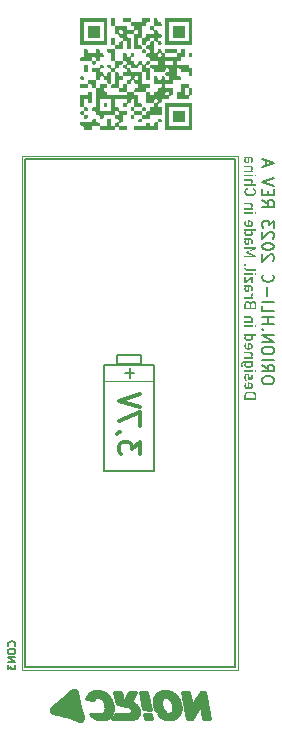
<source format=gbo>
%TF.GenerationSoftware,KiCad,Pcbnew,7.0.1*%
%TF.CreationDate,2023-06-06T18:12:30-03:00*%
%TF.ProjectId,HLI-C_main,484c492d-435f-46d6-9169-6e2e6b696361,rev?*%
%TF.SameCoordinates,Original*%
%TF.FileFunction,Legend,Bot*%
%TF.FilePolarity,Positive*%
%FSLAX46Y46*%
G04 Gerber Fmt 4.6, Leading zero omitted, Abs format (unit mm)*
G04 Created by KiCad (PCBNEW 7.0.1) date 2023-06-06 18:12:30*
%MOMM*%
%LPD*%
G01*
G04 APERTURE LIST*
%ADD10C,0.264583*%
%ADD11C,0.200000*%
%ADD12C,0.120000*%
%ADD13C,0.150000*%
%ADD14C,0.300000*%
%ADD15C,0.162500*%
%ADD16C,0.050000*%
%ADD17C,0.127000*%
G04 APERTURE END LIST*
D10*
X187344142Y-75009248D02*
X187348454Y-75009615D01*
X187351894Y-75009978D01*
X187355290Y-75010485D01*
X187358637Y-75011134D01*
X187361934Y-75011920D01*
X187365176Y-75012842D01*
X187368361Y-75013895D01*
X187371485Y-75015078D01*
X187374545Y-75016386D01*
X187377539Y-75017817D01*
X187380461Y-75019368D01*
X187383311Y-75021036D01*
X187386083Y-75022817D01*
X187388775Y-75024709D01*
X187391384Y-75026708D01*
X187393907Y-75028812D01*
X187396339Y-75031018D01*
X187398679Y-75033321D01*
X187400922Y-75035721D01*
X187403066Y-75038212D01*
X187405108Y-75040793D01*
X187407043Y-75043460D01*
X187408870Y-75046210D01*
X187410584Y-75049040D01*
X187412182Y-75051947D01*
X187413662Y-75054928D01*
X187415019Y-75057981D01*
X187416252Y-75061101D01*
X187417355Y-75064286D01*
X187418327Y-75067532D01*
X187419165Y-75070838D01*
X187419863Y-75074199D01*
X187420421Y-75077613D01*
X187444877Y-75259101D01*
X187470266Y-75434891D01*
X187496653Y-75605311D01*
X187524105Y-75770689D01*
X187552684Y-75931354D01*
X187582458Y-76087635D01*
X187613490Y-76239860D01*
X187645846Y-76388358D01*
X187646677Y-76393030D01*
X187647206Y-76397711D01*
X187647438Y-76402388D01*
X187647377Y-76407048D01*
X187647027Y-76411678D01*
X187646391Y-76416265D01*
X187645474Y-76420796D01*
X187644280Y-76425258D01*
X187642812Y-76429637D01*
X187641074Y-76433921D01*
X187639071Y-76438096D01*
X187636806Y-76442150D01*
X187634283Y-76446069D01*
X187631507Y-76449840D01*
X187628481Y-76453450D01*
X187625209Y-76456885D01*
X187621733Y-76460276D01*
X187618090Y-76463443D01*
X187614291Y-76466381D01*
X187610345Y-76469087D01*
X187606266Y-76471557D01*
X187602062Y-76473788D01*
X187597745Y-76475774D01*
X187593327Y-76477512D01*
X187588817Y-76478999D01*
X187584228Y-76480229D01*
X187579569Y-76481200D01*
X187574853Y-76481908D01*
X187570089Y-76482347D01*
X187565289Y-76482515D01*
X187560463Y-76482408D01*
X187555623Y-76482021D01*
X187552561Y-76481637D01*
X187549517Y-76481144D01*
X187546495Y-76480542D01*
X187543498Y-76479833D01*
X187540527Y-76479017D01*
X187537586Y-76478094D01*
X187534678Y-76477066D01*
X187531806Y-76475933D01*
X187372442Y-76410444D01*
X187212270Y-76347022D01*
X187051308Y-76285672D01*
X186889576Y-76226403D01*
X186727095Y-76169221D01*
X186563884Y-76114133D01*
X186399963Y-76061147D01*
X186235352Y-76010269D01*
X186230055Y-76008552D01*
X186224936Y-76006489D01*
X186220007Y-76004093D01*
X186215283Y-76001378D01*
X186210775Y-75998359D01*
X186206498Y-75995051D01*
X186202464Y-75991466D01*
X186198687Y-75987620D01*
X186195178Y-75983527D01*
X186191952Y-75979201D01*
X186189022Y-75974656D01*
X186186400Y-75969907D01*
X186184100Y-75964967D01*
X186182135Y-75959852D01*
X186180517Y-75954575D01*
X186179261Y-75949150D01*
X186178841Y-75946420D01*
X186178523Y-75943691D01*
X186178303Y-75940965D01*
X186178182Y-75938245D01*
X186178158Y-75935532D01*
X186178230Y-75932829D01*
X186178398Y-75930139D01*
X186178660Y-75927463D01*
X186179016Y-75924805D01*
X186179464Y-75922166D01*
X186180004Y-75919548D01*
X186180634Y-75916955D01*
X186181354Y-75914388D01*
X186182162Y-75911850D01*
X186183058Y-75909343D01*
X186184041Y-75906870D01*
X186185109Y-75904432D01*
X186186262Y-75902032D01*
X186187498Y-75899673D01*
X186188817Y-75897356D01*
X186190219Y-75895085D01*
X186191700Y-75892861D01*
X186193262Y-75890687D01*
X186194902Y-75888565D01*
X186196620Y-75886497D01*
X186198416Y-75884486D01*
X186200287Y-75882534D01*
X186202233Y-75880644D01*
X186204252Y-75878818D01*
X186206345Y-75877057D01*
X186208510Y-75875365D01*
X186210746Y-75873744D01*
X186338630Y-75780882D01*
X186467847Y-75684740D01*
X186598639Y-75585138D01*
X186731247Y-75481896D01*
X186865915Y-75374834D01*
X187002884Y-75263772D01*
X187142394Y-75148530D01*
X187284690Y-75028929D01*
X187288074Y-75026232D01*
X187291574Y-75023722D01*
X187295184Y-75021402D01*
X187298895Y-75019275D01*
X187302699Y-75017342D01*
X187306588Y-75015607D01*
X187310555Y-75014071D01*
X187314592Y-75012736D01*
X187318691Y-75011606D01*
X187322844Y-75010683D01*
X187327042Y-75009968D01*
X187331280Y-75009465D01*
X187335547Y-75009176D01*
X187339837Y-75009103D01*
X187344142Y-75009248D01*
G36*
X187344142Y-75009248D02*
G01*
X187348454Y-75009615D01*
X187351894Y-75009978D01*
X187355290Y-75010485D01*
X187358637Y-75011134D01*
X187361934Y-75011920D01*
X187365176Y-75012842D01*
X187368361Y-75013895D01*
X187371485Y-75015078D01*
X187374545Y-75016386D01*
X187377539Y-75017817D01*
X187380461Y-75019368D01*
X187383311Y-75021036D01*
X187386083Y-75022817D01*
X187388775Y-75024709D01*
X187391384Y-75026708D01*
X187393907Y-75028812D01*
X187396339Y-75031018D01*
X187398679Y-75033321D01*
X187400922Y-75035721D01*
X187403066Y-75038212D01*
X187405108Y-75040793D01*
X187407043Y-75043460D01*
X187408870Y-75046210D01*
X187410584Y-75049040D01*
X187412182Y-75051947D01*
X187413662Y-75054928D01*
X187415019Y-75057981D01*
X187416252Y-75061101D01*
X187417355Y-75064286D01*
X187418327Y-75067532D01*
X187419165Y-75070838D01*
X187419863Y-75074199D01*
X187420421Y-75077613D01*
X187444877Y-75259101D01*
X187470266Y-75434891D01*
X187496653Y-75605311D01*
X187524105Y-75770689D01*
X187552684Y-75931354D01*
X187582458Y-76087635D01*
X187613490Y-76239860D01*
X187645846Y-76388358D01*
X187646677Y-76393030D01*
X187647206Y-76397711D01*
X187647438Y-76402388D01*
X187647377Y-76407048D01*
X187647027Y-76411678D01*
X187646391Y-76416265D01*
X187645474Y-76420796D01*
X187644280Y-76425258D01*
X187642812Y-76429637D01*
X187641074Y-76433921D01*
X187639071Y-76438096D01*
X187636806Y-76442150D01*
X187634283Y-76446069D01*
X187631507Y-76449840D01*
X187628481Y-76453450D01*
X187625209Y-76456885D01*
X187621733Y-76460276D01*
X187618090Y-76463443D01*
X187614291Y-76466381D01*
X187610345Y-76469087D01*
X187606266Y-76471557D01*
X187602062Y-76473788D01*
X187597745Y-76475774D01*
X187593327Y-76477512D01*
X187588817Y-76478999D01*
X187584228Y-76480229D01*
X187579569Y-76481200D01*
X187574853Y-76481908D01*
X187570089Y-76482347D01*
X187565289Y-76482515D01*
X187560463Y-76482408D01*
X187555623Y-76482021D01*
X187552561Y-76481637D01*
X187549517Y-76481144D01*
X187546495Y-76480542D01*
X187543498Y-76479833D01*
X187540527Y-76479017D01*
X187537586Y-76478094D01*
X187534678Y-76477066D01*
X187531806Y-76475933D01*
X187372442Y-76410444D01*
X187212270Y-76347022D01*
X187051308Y-76285672D01*
X186889576Y-76226403D01*
X186727095Y-76169221D01*
X186563884Y-76114133D01*
X186399963Y-76061147D01*
X186235352Y-76010269D01*
X186230055Y-76008552D01*
X186224936Y-76006489D01*
X186220007Y-76004093D01*
X186215283Y-76001378D01*
X186210775Y-75998359D01*
X186206498Y-75995051D01*
X186202464Y-75991466D01*
X186198687Y-75987620D01*
X186195178Y-75983527D01*
X186191952Y-75979201D01*
X186189022Y-75974656D01*
X186186400Y-75969907D01*
X186184100Y-75964967D01*
X186182135Y-75959852D01*
X186180517Y-75954575D01*
X186179261Y-75949150D01*
X186178841Y-75946420D01*
X186178523Y-75943691D01*
X186178303Y-75940965D01*
X186178182Y-75938245D01*
X186178158Y-75935532D01*
X186178230Y-75932829D01*
X186178398Y-75930139D01*
X186178660Y-75927463D01*
X186179016Y-75924805D01*
X186179464Y-75922166D01*
X186180004Y-75919548D01*
X186180634Y-75916955D01*
X186181354Y-75914388D01*
X186182162Y-75911850D01*
X186183058Y-75909343D01*
X186184041Y-75906870D01*
X186185109Y-75904432D01*
X186186262Y-75902032D01*
X186187498Y-75899673D01*
X186188817Y-75897356D01*
X186190219Y-75895085D01*
X186191700Y-75892861D01*
X186193262Y-75890687D01*
X186194902Y-75888565D01*
X186196620Y-75886497D01*
X186198416Y-75884486D01*
X186200287Y-75882534D01*
X186202233Y-75880644D01*
X186204252Y-75878818D01*
X186206345Y-75877057D01*
X186208510Y-75875365D01*
X186210746Y-75873744D01*
X186338630Y-75780882D01*
X186467847Y-75684740D01*
X186598639Y-75585138D01*
X186731247Y-75481896D01*
X186865915Y-75374834D01*
X187002884Y-75263772D01*
X187142394Y-75148530D01*
X187284690Y-75028929D01*
X187288074Y-75026232D01*
X187291574Y-75023722D01*
X187295184Y-75021402D01*
X187298895Y-75019275D01*
X187302699Y-75017342D01*
X187306588Y-75015607D01*
X187310555Y-75014071D01*
X187314592Y-75012736D01*
X187318691Y-75011606D01*
X187322844Y-75010683D01*
X187327042Y-75009968D01*
X187331280Y-75009465D01*
X187335547Y-75009176D01*
X187339837Y-75009103D01*
X187344142Y-75009248D01*
G37*
X189430045Y-74459398D02*
X189466179Y-74461398D01*
X189466179Y-74459811D01*
X189521752Y-74462204D01*
X189576988Y-74466968D01*
X189631819Y-74474076D01*
X189686173Y-74483500D01*
X189739980Y-74495214D01*
X189793169Y-74509191D01*
X189845670Y-74525405D01*
X189897411Y-74543827D01*
X189948323Y-74564432D01*
X189998335Y-74587193D01*
X190047375Y-74612082D01*
X190095374Y-74639074D01*
X190142260Y-74668140D01*
X190187964Y-74699255D01*
X190232414Y-74732391D01*
X190275540Y-74767521D01*
X190314793Y-74804575D01*
X190352525Y-74842986D01*
X190388707Y-74882706D01*
X190423311Y-74923685D01*
X190456308Y-74965876D01*
X190487669Y-75009229D01*
X190517365Y-75053695D01*
X190545368Y-75099225D01*
X190571648Y-75145771D01*
X190596177Y-75193284D01*
X190618925Y-75241714D01*
X190639865Y-75291013D01*
X190658967Y-75341131D01*
X190676202Y-75392021D01*
X190691543Y-75443634D01*
X190704959Y-75495919D01*
X190720094Y-75550159D01*
X190732904Y-75604816D01*
X190743392Y-75659816D01*
X190751562Y-75715087D01*
X190757415Y-75770555D01*
X190760955Y-75826150D01*
X190762184Y-75881797D01*
X190761106Y-75937425D01*
X190757724Y-75992960D01*
X190752040Y-76048329D01*
X190744058Y-76103462D01*
X190733780Y-76158283D01*
X190721209Y-76212722D01*
X190706348Y-76266705D01*
X190689200Y-76320159D01*
X190669769Y-76373013D01*
X190643853Y-76424104D01*
X190614882Y-76472085D01*
X190583013Y-76516994D01*
X190548409Y-76558869D01*
X190511228Y-76597750D01*
X190471631Y-76633677D01*
X190429778Y-76666688D01*
X190385829Y-76696821D01*
X190339945Y-76724117D01*
X190292286Y-76748614D01*
X190243011Y-76770352D01*
X190192282Y-76789369D01*
X190140257Y-76805704D01*
X190087098Y-76819396D01*
X190032964Y-76830485D01*
X189978016Y-76839010D01*
X189922413Y-76845009D01*
X189866317Y-76848522D01*
X189809886Y-76849587D01*
X189753282Y-76848245D01*
X189696664Y-76844533D01*
X189640193Y-76838490D01*
X189584029Y-76830157D01*
X189528331Y-76819571D01*
X189473261Y-76806773D01*
X189418978Y-76791800D01*
X189365642Y-76774693D01*
X189313414Y-76755490D01*
X189262454Y-76734229D01*
X189212922Y-76710951D01*
X189164977Y-76685695D01*
X189118781Y-76658498D01*
X189097260Y-76644709D01*
X189076042Y-76630492D01*
X189055133Y-76615851D01*
X189034541Y-76600792D01*
X189014270Y-76585320D01*
X188994326Y-76569441D01*
X188974717Y-76553159D01*
X188955447Y-76536482D01*
X188936523Y-76519412D01*
X188917951Y-76501957D01*
X188899737Y-76484121D01*
X188881887Y-76465910D01*
X188864406Y-76447328D01*
X188847302Y-76428382D01*
X188830580Y-76409076D01*
X188814246Y-76389417D01*
X188813819Y-76388780D01*
X188813441Y-76388121D01*
X188813113Y-76387441D01*
X188812835Y-76386745D01*
X188812606Y-76386035D01*
X188812427Y-76385312D01*
X188812298Y-76384581D01*
X188812220Y-76383843D01*
X188812192Y-76383102D01*
X188812214Y-76382360D01*
X188812288Y-76381619D01*
X188812413Y-76380883D01*
X188812589Y-76380154D01*
X188812817Y-76379435D01*
X188813096Y-76378728D01*
X188813427Y-76378037D01*
X188813611Y-76377700D01*
X188813806Y-76377370D01*
X188814012Y-76377050D01*
X188814227Y-76376738D01*
X188814453Y-76376435D01*
X188814688Y-76376141D01*
X188814933Y-76375856D01*
X188815187Y-76375581D01*
X188815449Y-76375315D01*
X188815720Y-76375058D01*
X188815999Y-76374812D01*
X188816286Y-76374575D01*
X188816581Y-76374349D01*
X188816883Y-76374133D01*
X188817192Y-76373928D01*
X188817508Y-76373733D01*
X188817830Y-76373550D01*
X188818159Y-76373377D01*
X188818493Y-76373216D01*
X188818833Y-76373066D01*
X188819178Y-76372927D01*
X188819528Y-76372801D01*
X188819883Y-76372686D01*
X188820242Y-76372583D01*
X188820606Y-76372493D01*
X188820973Y-76372415D01*
X188821344Y-76372350D01*
X188821718Y-76372297D01*
X188822095Y-76372258D01*
X188822475Y-76372232D01*
X188822857Y-76372218D01*
X188823242Y-76372219D01*
X189717533Y-76372219D01*
X189729828Y-76372750D01*
X189742119Y-76372987D01*
X189754401Y-76372930D01*
X189766670Y-76372579D01*
X189778921Y-76371936D01*
X189791147Y-76371001D01*
X189803344Y-76369776D01*
X189815507Y-76368259D01*
X189827630Y-76366453D01*
X189839708Y-76364358D01*
X189851736Y-76361975D01*
X189863709Y-76359305D01*
X189875621Y-76356347D01*
X189887468Y-76353103D01*
X189899244Y-76349574D01*
X189910944Y-76345761D01*
X189930145Y-76336530D01*
X189948629Y-76326220D01*
X189966360Y-76314875D01*
X189983302Y-76302540D01*
X189999422Y-76289258D01*
X190014682Y-76275074D01*
X190029048Y-76260033D01*
X190042485Y-76244177D01*
X190054958Y-76227552D01*
X190066430Y-76210202D01*
X190076868Y-76192171D01*
X190086235Y-76173503D01*
X190094496Y-76154242D01*
X190101616Y-76134433D01*
X190107560Y-76114121D01*
X190112292Y-76093348D01*
X190117938Y-76063867D01*
X190122754Y-76034280D01*
X190126742Y-76004605D01*
X190129901Y-75974860D01*
X190132232Y-75945060D01*
X190133735Y-75915225D01*
X190134410Y-75885371D01*
X190134258Y-75855515D01*
X190133278Y-75825675D01*
X190131473Y-75795868D01*
X190128840Y-75766111D01*
X190125382Y-75736422D01*
X190121098Y-75706817D01*
X190115989Y-75677315D01*
X190110055Y-75647932D01*
X190103296Y-75618686D01*
X190096954Y-75588266D01*
X190089775Y-75558078D01*
X190081765Y-75528136D01*
X190072932Y-75498459D01*
X190063284Y-75469061D01*
X190052827Y-75439960D01*
X190041568Y-75411172D01*
X190029516Y-75382713D01*
X190016677Y-75354601D01*
X190003059Y-75326851D01*
X189988668Y-75299481D01*
X189973513Y-75272506D01*
X189957600Y-75245944D01*
X189940936Y-75219810D01*
X189923530Y-75194121D01*
X189905388Y-75168894D01*
X189884051Y-75140297D01*
X189861067Y-75113368D01*
X189836533Y-75088152D01*
X189810550Y-75064699D01*
X189783216Y-75043055D01*
X189754630Y-75023268D01*
X189724892Y-75005384D01*
X189694100Y-74989451D01*
X189662354Y-74975517D01*
X189629752Y-74963629D01*
X189596394Y-74953834D01*
X189562379Y-74946180D01*
X189527806Y-74940713D01*
X189492774Y-74937481D01*
X189457382Y-74936532D01*
X189421730Y-74937912D01*
X189408398Y-74939684D01*
X189395226Y-74941961D01*
X189369403Y-74947991D01*
X189344348Y-74955927D01*
X189320146Y-74965692D01*
X189296883Y-74977212D01*
X189274645Y-74990410D01*
X189253518Y-75005210D01*
X189233587Y-75021537D01*
X189214939Y-75039314D01*
X189197658Y-75058466D01*
X189181832Y-75078917D01*
X189167545Y-75100590D01*
X189154884Y-75123411D01*
X189143934Y-75147303D01*
X189134782Y-75172191D01*
X189130906Y-75184984D01*
X189127512Y-75197998D01*
X189127357Y-75198497D01*
X189127179Y-75198983D01*
X189126980Y-75199456D01*
X189126761Y-75199916D01*
X189126522Y-75200362D01*
X189126264Y-75200794D01*
X189125987Y-75201212D01*
X189125693Y-75201614D01*
X189125381Y-75202001D01*
X189125054Y-75202372D01*
X189124710Y-75202727D01*
X189124351Y-75203065D01*
X189123979Y-75203386D01*
X189123592Y-75203690D01*
X189123192Y-75203975D01*
X189122781Y-75204242D01*
X189122357Y-75204491D01*
X189121923Y-75204720D01*
X189121478Y-75204929D01*
X189121024Y-75205118D01*
X189120561Y-75205287D01*
X189120090Y-75205435D01*
X189119611Y-75205562D01*
X189119126Y-75205666D01*
X189118634Y-75205749D01*
X189118137Y-75205809D01*
X189117635Y-75205846D01*
X189117129Y-75205860D01*
X189116619Y-75205849D01*
X189116107Y-75205815D01*
X189115593Y-75205755D01*
X189115077Y-75205671D01*
X188511827Y-75095075D01*
X188511270Y-75094983D01*
X188510721Y-75094861D01*
X188510183Y-75094710D01*
X188509655Y-75094531D01*
X188509139Y-75094325D01*
X188508635Y-75094091D01*
X188508146Y-75093831D01*
X188507672Y-75093545D01*
X188507214Y-75093235D01*
X188506773Y-75092900D01*
X188506349Y-75092541D01*
X188505945Y-75092159D01*
X188505561Y-75091755D01*
X188505198Y-75091329D01*
X188504858Y-75090882D01*
X188504540Y-75090415D01*
X188504249Y-75089931D01*
X188503986Y-75089434D01*
X188503751Y-75088926D01*
X188503545Y-75088408D01*
X188503367Y-75087882D01*
X188503219Y-75087347D01*
X188503100Y-75086806D01*
X188503009Y-75086260D01*
X188502949Y-75085710D01*
X188502917Y-75085156D01*
X188502916Y-75084602D01*
X188502944Y-75084046D01*
X188503003Y-75083492D01*
X188503092Y-75082940D01*
X188503211Y-75082391D01*
X188503361Y-75081846D01*
X188508202Y-75067794D01*
X188513613Y-75053316D01*
X188519322Y-75038858D01*
X188525056Y-75024861D01*
X188535507Y-75000028D01*
X188542783Y-74982362D01*
X188549006Y-74967747D01*
X188555466Y-74953238D01*
X188562163Y-74938838D01*
X188569094Y-74924552D01*
X188576259Y-74910381D01*
X188583656Y-74896329D01*
X188591283Y-74882398D01*
X188599140Y-74868592D01*
X188613106Y-74845137D01*
X188627861Y-74822242D01*
X188643388Y-74799925D01*
X188659667Y-74778204D01*
X188676681Y-74757096D01*
X188694411Y-74736618D01*
X188712840Y-74716788D01*
X188731949Y-74697625D01*
X188751719Y-74679145D01*
X188772133Y-74661366D01*
X188793173Y-74644306D01*
X188814819Y-74627983D01*
X188837055Y-74612414D01*
X188859862Y-74597616D01*
X188883221Y-74583607D01*
X188907114Y-74570406D01*
X188939850Y-74554978D01*
X188973015Y-74540672D01*
X189006580Y-74527494D01*
X189040516Y-74515450D01*
X189074795Y-74504545D01*
X189109388Y-74494785D01*
X189144265Y-74486176D01*
X189179397Y-74478723D01*
X189214756Y-74472431D01*
X189250313Y-74467307D01*
X189286038Y-74463356D01*
X189321903Y-74460585D01*
X189357878Y-74458997D01*
X189393935Y-74458600D01*
X189430045Y-74459398D01*
G36*
X189430045Y-74459398D02*
G01*
X189466179Y-74461398D01*
X189466179Y-74459811D01*
X189521752Y-74462204D01*
X189576988Y-74466968D01*
X189631819Y-74474076D01*
X189686173Y-74483500D01*
X189739980Y-74495214D01*
X189793169Y-74509191D01*
X189845670Y-74525405D01*
X189897411Y-74543827D01*
X189948323Y-74564432D01*
X189998335Y-74587193D01*
X190047375Y-74612082D01*
X190095374Y-74639074D01*
X190142260Y-74668140D01*
X190187964Y-74699255D01*
X190232414Y-74732391D01*
X190275540Y-74767521D01*
X190314793Y-74804575D01*
X190352525Y-74842986D01*
X190388707Y-74882706D01*
X190423311Y-74923685D01*
X190456308Y-74965876D01*
X190487669Y-75009229D01*
X190517365Y-75053695D01*
X190545368Y-75099225D01*
X190571648Y-75145771D01*
X190596177Y-75193284D01*
X190618925Y-75241714D01*
X190639865Y-75291013D01*
X190658967Y-75341131D01*
X190676202Y-75392021D01*
X190691543Y-75443634D01*
X190704959Y-75495919D01*
X190720094Y-75550159D01*
X190732904Y-75604816D01*
X190743392Y-75659816D01*
X190751562Y-75715087D01*
X190757415Y-75770555D01*
X190760955Y-75826150D01*
X190762184Y-75881797D01*
X190761106Y-75937425D01*
X190757724Y-75992960D01*
X190752040Y-76048329D01*
X190744058Y-76103462D01*
X190733780Y-76158283D01*
X190721209Y-76212722D01*
X190706348Y-76266705D01*
X190689200Y-76320159D01*
X190669769Y-76373013D01*
X190643853Y-76424104D01*
X190614882Y-76472085D01*
X190583013Y-76516994D01*
X190548409Y-76558869D01*
X190511228Y-76597750D01*
X190471631Y-76633677D01*
X190429778Y-76666688D01*
X190385829Y-76696821D01*
X190339945Y-76724117D01*
X190292286Y-76748614D01*
X190243011Y-76770352D01*
X190192282Y-76789369D01*
X190140257Y-76805704D01*
X190087098Y-76819396D01*
X190032964Y-76830485D01*
X189978016Y-76839010D01*
X189922413Y-76845009D01*
X189866317Y-76848522D01*
X189809886Y-76849587D01*
X189753282Y-76848245D01*
X189696664Y-76844533D01*
X189640193Y-76838490D01*
X189584029Y-76830157D01*
X189528331Y-76819571D01*
X189473261Y-76806773D01*
X189418978Y-76791800D01*
X189365642Y-76774693D01*
X189313414Y-76755490D01*
X189262454Y-76734229D01*
X189212922Y-76710951D01*
X189164977Y-76685695D01*
X189118781Y-76658498D01*
X189097260Y-76644709D01*
X189076042Y-76630492D01*
X189055133Y-76615851D01*
X189034541Y-76600792D01*
X189014270Y-76585320D01*
X188994326Y-76569441D01*
X188974717Y-76553159D01*
X188955447Y-76536482D01*
X188936523Y-76519412D01*
X188917951Y-76501957D01*
X188899737Y-76484121D01*
X188881887Y-76465910D01*
X188864406Y-76447328D01*
X188847302Y-76428382D01*
X188830580Y-76409076D01*
X188814246Y-76389417D01*
X188813819Y-76388780D01*
X188813441Y-76388121D01*
X188813113Y-76387441D01*
X188812835Y-76386745D01*
X188812606Y-76386035D01*
X188812427Y-76385312D01*
X188812298Y-76384581D01*
X188812220Y-76383843D01*
X188812192Y-76383102D01*
X188812214Y-76382360D01*
X188812288Y-76381619D01*
X188812413Y-76380883D01*
X188812589Y-76380154D01*
X188812817Y-76379435D01*
X188813096Y-76378728D01*
X188813427Y-76378037D01*
X188813611Y-76377700D01*
X188813806Y-76377370D01*
X188814012Y-76377050D01*
X188814227Y-76376738D01*
X188814453Y-76376435D01*
X188814688Y-76376141D01*
X188814933Y-76375856D01*
X188815187Y-76375581D01*
X188815449Y-76375315D01*
X188815720Y-76375058D01*
X188815999Y-76374812D01*
X188816286Y-76374575D01*
X188816581Y-76374349D01*
X188816883Y-76374133D01*
X188817192Y-76373928D01*
X188817508Y-76373733D01*
X188817830Y-76373550D01*
X188818159Y-76373377D01*
X188818493Y-76373216D01*
X188818833Y-76373066D01*
X188819178Y-76372927D01*
X188819528Y-76372801D01*
X188819883Y-76372686D01*
X188820242Y-76372583D01*
X188820606Y-76372493D01*
X188820973Y-76372415D01*
X188821344Y-76372350D01*
X188821718Y-76372297D01*
X188822095Y-76372258D01*
X188822475Y-76372232D01*
X188822857Y-76372218D01*
X188823242Y-76372219D01*
X189717533Y-76372219D01*
X189729828Y-76372750D01*
X189742119Y-76372987D01*
X189754401Y-76372930D01*
X189766670Y-76372579D01*
X189778921Y-76371936D01*
X189791147Y-76371001D01*
X189803344Y-76369776D01*
X189815507Y-76368259D01*
X189827630Y-76366453D01*
X189839708Y-76364358D01*
X189851736Y-76361975D01*
X189863709Y-76359305D01*
X189875621Y-76356347D01*
X189887468Y-76353103D01*
X189899244Y-76349574D01*
X189910944Y-76345761D01*
X189930145Y-76336530D01*
X189948629Y-76326220D01*
X189966360Y-76314875D01*
X189983302Y-76302540D01*
X189999422Y-76289258D01*
X190014682Y-76275074D01*
X190029048Y-76260033D01*
X190042485Y-76244177D01*
X190054958Y-76227552D01*
X190066430Y-76210202D01*
X190076868Y-76192171D01*
X190086235Y-76173503D01*
X190094496Y-76154242D01*
X190101616Y-76134433D01*
X190107560Y-76114121D01*
X190112292Y-76093348D01*
X190117938Y-76063867D01*
X190122754Y-76034280D01*
X190126742Y-76004605D01*
X190129901Y-75974860D01*
X190132232Y-75945060D01*
X190133735Y-75915225D01*
X190134410Y-75885371D01*
X190134258Y-75855515D01*
X190133278Y-75825675D01*
X190131473Y-75795868D01*
X190128840Y-75766111D01*
X190125382Y-75736422D01*
X190121098Y-75706817D01*
X190115989Y-75677315D01*
X190110055Y-75647932D01*
X190103296Y-75618686D01*
X190096954Y-75588266D01*
X190089775Y-75558078D01*
X190081765Y-75528136D01*
X190072932Y-75498459D01*
X190063284Y-75469061D01*
X190052827Y-75439960D01*
X190041568Y-75411172D01*
X190029516Y-75382713D01*
X190016677Y-75354601D01*
X190003059Y-75326851D01*
X189988668Y-75299481D01*
X189973513Y-75272506D01*
X189957600Y-75245944D01*
X189940936Y-75219810D01*
X189923530Y-75194121D01*
X189905388Y-75168894D01*
X189884051Y-75140297D01*
X189861067Y-75113368D01*
X189836533Y-75088152D01*
X189810550Y-75064699D01*
X189783216Y-75043055D01*
X189754630Y-75023268D01*
X189724892Y-75005384D01*
X189694100Y-74989451D01*
X189662354Y-74975517D01*
X189629752Y-74963629D01*
X189596394Y-74953834D01*
X189562379Y-74946180D01*
X189527806Y-74940713D01*
X189492774Y-74937481D01*
X189457382Y-74936532D01*
X189421730Y-74937912D01*
X189408398Y-74939684D01*
X189395226Y-74941961D01*
X189369403Y-74947991D01*
X189344348Y-74955927D01*
X189320146Y-74965692D01*
X189296883Y-74977212D01*
X189274645Y-74990410D01*
X189253518Y-75005210D01*
X189233587Y-75021537D01*
X189214939Y-75039314D01*
X189197658Y-75058466D01*
X189181832Y-75078917D01*
X189167545Y-75100590D01*
X189154884Y-75123411D01*
X189143934Y-75147303D01*
X189134782Y-75172191D01*
X189130906Y-75184984D01*
X189127512Y-75197998D01*
X189127357Y-75198497D01*
X189127179Y-75198983D01*
X189126980Y-75199456D01*
X189126761Y-75199916D01*
X189126522Y-75200362D01*
X189126264Y-75200794D01*
X189125987Y-75201212D01*
X189125693Y-75201614D01*
X189125381Y-75202001D01*
X189125054Y-75202372D01*
X189124710Y-75202727D01*
X189124351Y-75203065D01*
X189123979Y-75203386D01*
X189123592Y-75203690D01*
X189123192Y-75203975D01*
X189122781Y-75204242D01*
X189122357Y-75204491D01*
X189121923Y-75204720D01*
X189121478Y-75204929D01*
X189121024Y-75205118D01*
X189120561Y-75205287D01*
X189120090Y-75205435D01*
X189119611Y-75205562D01*
X189119126Y-75205666D01*
X189118634Y-75205749D01*
X189118137Y-75205809D01*
X189117635Y-75205846D01*
X189117129Y-75205860D01*
X189116619Y-75205849D01*
X189116107Y-75205815D01*
X189115593Y-75205755D01*
X189115077Y-75205671D01*
X188511827Y-75095075D01*
X188511270Y-75094983D01*
X188510721Y-75094861D01*
X188510183Y-75094710D01*
X188509655Y-75094531D01*
X188509139Y-75094325D01*
X188508635Y-75094091D01*
X188508146Y-75093831D01*
X188507672Y-75093545D01*
X188507214Y-75093235D01*
X188506773Y-75092900D01*
X188506349Y-75092541D01*
X188505945Y-75092159D01*
X188505561Y-75091755D01*
X188505198Y-75091329D01*
X188504858Y-75090882D01*
X188504540Y-75090415D01*
X188504249Y-75089931D01*
X188503986Y-75089434D01*
X188503751Y-75088926D01*
X188503545Y-75088408D01*
X188503367Y-75087882D01*
X188503219Y-75087347D01*
X188503100Y-75086806D01*
X188503009Y-75086260D01*
X188502949Y-75085710D01*
X188502917Y-75085156D01*
X188502916Y-75084602D01*
X188502944Y-75084046D01*
X188503003Y-75083492D01*
X188503092Y-75082940D01*
X188503211Y-75082391D01*
X188503361Y-75081846D01*
X188508202Y-75067794D01*
X188513613Y-75053316D01*
X188519322Y-75038858D01*
X188525056Y-75024861D01*
X188535507Y-75000028D01*
X188542783Y-74982362D01*
X188549006Y-74967747D01*
X188555466Y-74953238D01*
X188562163Y-74938838D01*
X188569094Y-74924552D01*
X188576259Y-74910381D01*
X188583656Y-74896329D01*
X188591283Y-74882398D01*
X188599140Y-74868592D01*
X188613106Y-74845137D01*
X188627861Y-74822242D01*
X188643388Y-74799925D01*
X188659667Y-74778204D01*
X188676681Y-74757096D01*
X188694411Y-74736618D01*
X188712840Y-74716788D01*
X188731949Y-74697625D01*
X188751719Y-74679145D01*
X188772133Y-74661366D01*
X188793173Y-74644306D01*
X188814819Y-74627983D01*
X188837055Y-74612414D01*
X188859862Y-74597616D01*
X188883221Y-74583607D01*
X188907114Y-74570406D01*
X188939850Y-74554978D01*
X188973015Y-74540672D01*
X189006580Y-74527494D01*
X189040516Y-74515450D01*
X189074795Y-74504545D01*
X189109388Y-74494785D01*
X189144265Y-74486176D01*
X189179397Y-74478723D01*
X189214756Y-74472431D01*
X189250313Y-74467307D01*
X189286038Y-74463356D01*
X189321903Y-74460585D01*
X189357878Y-74458997D01*
X189393935Y-74458600D01*
X189430045Y-74459398D01*
G37*
X192745770Y-74501320D02*
X192746462Y-74501375D01*
X192747145Y-74501477D01*
X192747817Y-74501623D01*
X192748476Y-74501813D01*
X192749119Y-74502046D01*
X192749745Y-74502321D01*
X192750352Y-74502637D01*
X192750937Y-74502992D01*
X192751498Y-74503386D01*
X192752033Y-74503818D01*
X192752541Y-74504287D01*
X192753018Y-74504791D01*
X192753463Y-74505331D01*
X192753874Y-74505904D01*
X192754245Y-74506503D01*
X192754571Y-74507121D01*
X192754854Y-74507756D01*
X192755091Y-74508405D01*
X192755284Y-74509065D01*
X192755432Y-74509734D01*
X192755535Y-74510411D01*
X192755593Y-74511092D01*
X192755606Y-74511776D01*
X192755573Y-74512459D01*
X192755495Y-74513141D01*
X192755372Y-74513817D01*
X192755203Y-74514487D01*
X192754988Y-74515147D01*
X192754727Y-74515796D01*
X192754420Y-74516431D01*
X192276054Y-75410459D01*
X192275768Y-75411031D01*
X192275520Y-75411616D01*
X192275311Y-75412212D01*
X192275141Y-75412817D01*
X192275009Y-75413429D01*
X192274915Y-75414047D01*
X192274861Y-75414668D01*
X192274844Y-75415291D01*
X192274867Y-75415913D01*
X192274928Y-75416534D01*
X192275027Y-75417150D01*
X192275165Y-75417761D01*
X192275342Y-75418365D01*
X192275557Y-75418959D01*
X192275810Y-75419541D01*
X192276102Y-75420111D01*
X192276262Y-75420389D01*
X192276430Y-75420661D01*
X192276605Y-75420926D01*
X192276789Y-75421185D01*
X192276980Y-75421437D01*
X192277178Y-75421682D01*
X192277596Y-75422152D01*
X192278040Y-75422593D01*
X192278510Y-75423005D01*
X192279003Y-75423386D01*
X192279519Y-75423736D01*
X192280055Y-75424052D01*
X192280611Y-75424336D01*
X192281184Y-75424584D01*
X192281773Y-75424798D01*
X192282376Y-75424974D01*
X192282683Y-75425049D01*
X192282992Y-75425113D01*
X192283305Y-75425169D01*
X192283620Y-75425214D01*
X192283937Y-75425250D01*
X192284257Y-75425275D01*
X192326527Y-75432609D01*
X192368145Y-75442112D01*
X192409037Y-75453740D01*
X192449131Y-75467445D01*
X192488353Y-75483181D01*
X192526629Y-75500903D01*
X192563886Y-75520562D01*
X192600050Y-75542114D01*
X192635049Y-75565511D01*
X192668809Y-75590708D01*
X192701255Y-75617658D01*
X192732316Y-75646314D01*
X192761918Y-75676631D01*
X192789987Y-75708561D01*
X192816449Y-75742059D01*
X192841232Y-75777079D01*
X192864132Y-75813358D01*
X192884985Y-75850608D01*
X192903775Y-75888743D01*
X192920488Y-75927679D01*
X192935110Y-75967330D01*
X192947625Y-76007610D01*
X192958019Y-76048434D01*
X192966276Y-76089715D01*
X192972382Y-76131369D01*
X192976322Y-76173310D01*
X192978082Y-76215453D01*
X192977646Y-76257711D01*
X192975000Y-76300000D01*
X192970129Y-76342234D01*
X192963018Y-76384327D01*
X192953652Y-76426194D01*
X192953652Y-76425929D01*
X192940317Y-76463465D01*
X192924646Y-76498444D01*
X192906748Y-76530956D01*
X192886733Y-76561090D01*
X192864711Y-76588936D01*
X192840791Y-76614583D01*
X192815082Y-76638121D01*
X192787696Y-76659639D01*
X192758741Y-76679227D01*
X192728327Y-76696975D01*
X192696564Y-76712971D01*
X192663562Y-76727306D01*
X192629431Y-76740069D01*
X192594279Y-76751350D01*
X192558218Y-76761237D01*
X192521356Y-76769821D01*
X192445669Y-76783438D01*
X192368098Y-76792915D01*
X192289520Y-76798968D01*
X192210813Y-76802316D01*
X192056524Y-76803754D01*
X191912252Y-76802960D01*
X190712896Y-76802960D01*
X190712095Y-76802969D01*
X190711305Y-76802916D01*
X190710528Y-76802803D01*
X190709767Y-76802633D01*
X190709024Y-76802408D01*
X190708304Y-76802128D01*
X190707608Y-76801796D01*
X190706940Y-76801414D01*
X190706302Y-76800983D01*
X190705697Y-76800505D01*
X190705128Y-76799982D01*
X190704598Y-76799416D01*
X190704110Y-76798808D01*
X190703666Y-76798161D01*
X190703269Y-76797475D01*
X190702923Y-76796753D01*
X190702634Y-76796006D01*
X190702405Y-76795248D01*
X190702236Y-76794481D01*
X190702128Y-76793709D01*
X190702078Y-76792935D01*
X190702086Y-76792162D01*
X190702151Y-76791394D01*
X190702274Y-76790634D01*
X190702453Y-76789885D01*
X190702687Y-76789151D01*
X190702976Y-76788434D01*
X190703320Y-76787739D01*
X190703717Y-76787068D01*
X190704167Y-76786424D01*
X190704669Y-76785812D01*
X190705223Y-76785233D01*
X190722100Y-76768622D01*
X190738569Y-76751638D01*
X190754625Y-76734289D01*
X190770263Y-76716583D01*
X190785476Y-76698528D01*
X190800260Y-76680131D01*
X190814609Y-76661401D01*
X190828516Y-76642346D01*
X190841978Y-76622972D01*
X190854987Y-76603288D01*
X190867539Y-76583302D01*
X190879627Y-76563021D01*
X190891247Y-76542454D01*
X190902393Y-76521608D01*
X190913059Y-76500491D01*
X190923239Y-76479110D01*
X190969541Y-76378833D01*
X190969720Y-76378473D01*
X190969911Y-76378122D01*
X190970113Y-76377779D01*
X190970326Y-76377445D01*
X190970550Y-76377121D01*
X190970785Y-76376805D01*
X190971030Y-76376499D01*
X190971285Y-76376202D01*
X190971550Y-76375916D01*
X190971824Y-76375639D01*
X190972107Y-76375373D01*
X190972399Y-76375116D01*
X190972699Y-76374871D01*
X190973008Y-76374636D01*
X190973324Y-76374413D01*
X190973648Y-76374200D01*
X190973979Y-76373999D01*
X190974317Y-76373810D01*
X190974661Y-76373632D01*
X190975012Y-76373466D01*
X190975368Y-76373313D01*
X190975731Y-76373172D01*
X190976098Y-76373043D01*
X190976471Y-76372927D01*
X190976848Y-76372824D01*
X190977230Y-76372735D01*
X190977616Y-76372658D01*
X190978006Y-76372595D01*
X190978399Y-76372546D01*
X190978795Y-76372511D01*
X190979194Y-76372490D01*
X190979596Y-76372483D01*
X192003004Y-76372483D01*
X192017349Y-76373080D01*
X192031692Y-76373356D01*
X192046026Y-76373312D01*
X192060347Y-76372949D01*
X192074649Y-76372266D01*
X192088928Y-76371266D01*
X192103177Y-76369948D01*
X192117391Y-76368313D01*
X192131565Y-76366362D01*
X192145694Y-76364095D01*
X192159773Y-76361514D01*
X192173796Y-76358618D01*
X192187757Y-76355409D01*
X192201653Y-76351888D01*
X192215476Y-76348054D01*
X192229222Y-76343908D01*
X192237715Y-76340551D01*
X192245990Y-76336856D01*
X192254043Y-76332834D01*
X192261866Y-76328496D01*
X192269453Y-76323851D01*
X192276799Y-76318909D01*
X192283898Y-76313682D01*
X192290743Y-76308179D01*
X192297328Y-76302410D01*
X192303647Y-76296385D01*
X192309694Y-76290115D01*
X192315464Y-76283610D01*
X192320949Y-76276880D01*
X192326144Y-76269935D01*
X192331043Y-76262786D01*
X192335640Y-76255442D01*
X192339928Y-76247913D01*
X192343902Y-76240211D01*
X192347555Y-76232345D01*
X192350881Y-76224325D01*
X192353875Y-76216161D01*
X192356529Y-76207865D01*
X192358839Y-76199445D01*
X192360798Y-76190912D01*
X192362400Y-76182276D01*
X192363638Y-76173548D01*
X192364508Y-76164738D01*
X192365001Y-76155855D01*
X192365114Y-76146910D01*
X192364839Y-76137914D01*
X192364170Y-76128876D01*
X192363102Y-76119806D01*
X192362249Y-76096466D01*
X192360056Y-76073354D01*
X192356548Y-76050521D01*
X192351753Y-76028020D01*
X192345694Y-76005899D01*
X192338398Y-75984212D01*
X192329890Y-75963007D01*
X192320196Y-75942336D01*
X192309342Y-75922251D01*
X192297354Y-75902801D01*
X192284256Y-75884038D01*
X192270075Y-75866013D01*
X192254836Y-75848776D01*
X192238565Y-75832379D01*
X192221287Y-75816872D01*
X192203029Y-75802306D01*
X192192086Y-75795683D01*
X192180985Y-75789359D01*
X192169733Y-75783337D01*
X192158335Y-75777618D01*
X192146799Y-75772205D01*
X192135130Y-75767101D01*
X192123335Y-75762308D01*
X192111420Y-75757827D01*
X192099391Y-75753661D01*
X192087255Y-75749813D01*
X192075017Y-75746284D01*
X192062685Y-75743077D01*
X192050263Y-75740195D01*
X192037759Y-75737639D01*
X192025179Y-75735411D01*
X192012529Y-75733515D01*
X191842402Y-75702294D01*
X191081725Y-75563123D01*
X191081325Y-75563063D01*
X191080931Y-75562988D01*
X191080159Y-75562795D01*
X191079410Y-75562545D01*
X191078688Y-75562240D01*
X191077994Y-75561884D01*
X191077332Y-75561478D01*
X191076704Y-75561024D01*
X191076113Y-75560525D01*
X191075560Y-75559984D01*
X191075049Y-75559401D01*
X191074581Y-75558781D01*
X191074161Y-75558125D01*
X191073789Y-75557434D01*
X191073469Y-75556713D01*
X191073203Y-75555962D01*
X191073091Y-75555577D01*
X191072993Y-75555185D01*
X190871116Y-74513521D01*
X190871044Y-74512936D01*
X190871004Y-74512351D01*
X190870997Y-74511768D01*
X190871021Y-74511187D01*
X190871078Y-74510611D01*
X190871165Y-74510039D01*
X190871284Y-74509474D01*
X190871433Y-74508916D01*
X190871612Y-74508368D01*
X190871821Y-74507829D01*
X190872059Y-74507302D01*
X190872326Y-74506788D01*
X190872622Y-74506288D01*
X190872947Y-74505803D01*
X190873299Y-74505335D01*
X190873678Y-74504884D01*
X190874083Y-74504456D01*
X190874508Y-74504052D01*
X190874952Y-74503674D01*
X190875415Y-74503323D01*
X190875895Y-74502999D01*
X190876391Y-74502702D01*
X190876902Y-74502432D01*
X190877427Y-74502192D01*
X190877963Y-74501980D01*
X190878511Y-74501797D01*
X190879069Y-74501645D01*
X190879636Y-74501523D01*
X190880210Y-74501432D01*
X190880790Y-74501372D01*
X190881375Y-74501345D01*
X190881964Y-74501350D01*
X191474895Y-74501350D01*
X191475382Y-74501339D01*
X191475864Y-74501350D01*
X191476341Y-74501383D01*
X191476814Y-74501437D01*
X191477281Y-74501512D01*
X191477741Y-74501606D01*
X191478195Y-74501721D01*
X191478641Y-74501856D01*
X191479080Y-74502009D01*
X191479510Y-74502181D01*
X191479931Y-74502371D01*
X191480342Y-74502579D01*
X191480744Y-74502804D01*
X191481135Y-74503046D01*
X191481515Y-74503305D01*
X191481883Y-74503580D01*
X191482239Y-74503870D01*
X191482582Y-74504176D01*
X191482912Y-74504496D01*
X191483228Y-74504831D01*
X191483530Y-74505180D01*
X191483816Y-74505542D01*
X191484088Y-74505917D01*
X191484343Y-74506305D01*
X191484581Y-74506706D01*
X191484803Y-74507118D01*
X191485007Y-74507542D01*
X191485193Y-74507976D01*
X191485360Y-74508422D01*
X191485508Y-74508877D01*
X191485636Y-74509342D01*
X191485743Y-74509816D01*
X191557677Y-74904476D01*
X191639731Y-75366008D01*
X191639825Y-75366434D01*
X191639934Y-75366854D01*
X191640059Y-75367267D01*
X191640200Y-75367672D01*
X191640355Y-75368070D01*
X191640525Y-75368461D01*
X191640906Y-75369217D01*
X191641342Y-75369937D01*
X191641829Y-75370620D01*
X191642365Y-75371263D01*
X191642947Y-75371863D01*
X191643572Y-75372418D01*
X191644238Y-75372925D01*
X191644942Y-75373381D01*
X191645682Y-75373785D01*
X191646454Y-75374132D01*
X191646851Y-75374285D01*
X191647256Y-75374422D01*
X191647667Y-75374544D01*
X191648085Y-75374651D01*
X191648509Y-75374742D01*
X191648939Y-75374816D01*
X191649803Y-75374915D01*
X191650663Y-75374946D01*
X191651515Y-75374911D01*
X191652356Y-75374811D01*
X191653182Y-75374649D01*
X191653991Y-75374425D01*
X191654778Y-75374142D01*
X191655541Y-75373801D01*
X191656276Y-75373404D01*
X191656981Y-75372951D01*
X191657651Y-75372446D01*
X191658283Y-75371890D01*
X191658874Y-75371284D01*
X191659421Y-75370630D01*
X191659920Y-75369929D01*
X191660368Y-75369183D01*
X192112806Y-74506906D01*
X192112992Y-74506575D01*
X192113188Y-74506252D01*
X192113396Y-74505938D01*
X192113613Y-74505633D01*
X192113840Y-74505337D01*
X192114076Y-74505050D01*
X192114322Y-74504772D01*
X192114577Y-74504503D01*
X192114840Y-74504245D01*
X192115112Y-74503996D01*
X192115392Y-74503757D01*
X192115679Y-74503528D01*
X192115974Y-74503310D01*
X192116276Y-74503102D01*
X192116585Y-74502905D01*
X192116900Y-74502719D01*
X192117222Y-74502543D01*
X192117550Y-74502379D01*
X192117883Y-74502226D01*
X192118222Y-74502085D01*
X192118565Y-74501956D01*
X192118914Y-74501838D01*
X192119267Y-74501732D01*
X192119624Y-74501639D01*
X192119985Y-74501558D01*
X192120350Y-74501489D01*
X192120717Y-74501433D01*
X192121088Y-74501390D01*
X192121462Y-74501360D01*
X192121838Y-74501343D01*
X192122216Y-74501340D01*
X192122595Y-74501350D01*
X192744367Y-74501350D01*
X192745071Y-74501311D01*
X192745770Y-74501320D01*
G36*
X192745770Y-74501320D02*
G01*
X192746462Y-74501375D01*
X192747145Y-74501477D01*
X192747817Y-74501623D01*
X192748476Y-74501813D01*
X192749119Y-74502046D01*
X192749745Y-74502321D01*
X192750352Y-74502637D01*
X192750937Y-74502992D01*
X192751498Y-74503386D01*
X192752033Y-74503818D01*
X192752541Y-74504287D01*
X192753018Y-74504791D01*
X192753463Y-74505331D01*
X192753874Y-74505904D01*
X192754245Y-74506503D01*
X192754571Y-74507121D01*
X192754854Y-74507756D01*
X192755091Y-74508405D01*
X192755284Y-74509065D01*
X192755432Y-74509734D01*
X192755535Y-74510411D01*
X192755593Y-74511092D01*
X192755606Y-74511776D01*
X192755573Y-74512459D01*
X192755495Y-74513141D01*
X192755372Y-74513817D01*
X192755203Y-74514487D01*
X192754988Y-74515147D01*
X192754727Y-74515796D01*
X192754420Y-74516431D01*
X192276054Y-75410459D01*
X192275768Y-75411031D01*
X192275520Y-75411616D01*
X192275311Y-75412212D01*
X192275141Y-75412817D01*
X192275009Y-75413429D01*
X192274915Y-75414047D01*
X192274861Y-75414668D01*
X192274844Y-75415291D01*
X192274867Y-75415913D01*
X192274928Y-75416534D01*
X192275027Y-75417150D01*
X192275165Y-75417761D01*
X192275342Y-75418365D01*
X192275557Y-75418959D01*
X192275810Y-75419541D01*
X192276102Y-75420111D01*
X192276262Y-75420389D01*
X192276430Y-75420661D01*
X192276605Y-75420926D01*
X192276789Y-75421185D01*
X192276980Y-75421437D01*
X192277178Y-75421682D01*
X192277596Y-75422152D01*
X192278040Y-75422593D01*
X192278510Y-75423005D01*
X192279003Y-75423386D01*
X192279519Y-75423736D01*
X192280055Y-75424052D01*
X192280611Y-75424336D01*
X192281184Y-75424584D01*
X192281773Y-75424798D01*
X192282376Y-75424974D01*
X192282683Y-75425049D01*
X192282992Y-75425113D01*
X192283305Y-75425169D01*
X192283620Y-75425214D01*
X192283937Y-75425250D01*
X192284257Y-75425275D01*
X192326527Y-75432609D01*
X192368145Y-75442112D01*
X192409037Y-75453740D01*
X192449131Y-75467445D01*
X192488353Y-75483181D01*
X192526629Y-75500903D01*
X192563886Y-75520562D01*
X192600050Y-75542114D01*
X192635049Y-75565511D01*
X192668809Y-75590708D01*
X192701255Y-75617658D01*
X192732316Y-75646314D01*
X192761918Y-75676631D01*
X192789987Y-75708561D01*
X192816449Y-75742059D01*
X192841232Y-75777079D01*
X192864132Y-75813358D01*
X192884985Y-75850608D01*
X192903775Y-75888743D01*
X192920488Y-75927679D01*
X192935110Y-75967330D01*
X192947625Y-76007610D01*
X192958019Y-76048434D01*
X192966276Y-76089715D01*
X192972382Y-76131369D01*
X192976322Y-76173310D01*
X192978082Y-76215453D01*
X192977646Y-76257711D01*
X192975000Y-76300000D01*
X192970129Y-76342234D01*
X192963018Y-76384327D01*
X192953652Y-76426194D01*
X192953652Y-76425929D01*
X192940317Y-76463465D01*
X192924646Y-76498444D01*
X192906748Y-76530956D01*
X192886733Y-76561090D01*
X192864711Y-76588936D01*
X192840791Y-76614583D01*
X192815082Y-76638121D01*
X192787696Y-76659639D01*
X192758741Y-76679227D01*
X192728327Y-76696975D01*
X192696564Y-76712971D01*
X192663562Y-76727306D01*
X192629431Y-76740069D01*
X192594279Y-76751350D01*
X192558218Y-76761237D01*
X192521356Y-76769821D01*
X192445669Y-76783438D01*
X192368098Y-76792915D01*
X192289520Y-76798968D01*
X192210813Y-76802316D01*
X192056524Y-76803754D01*
X191912252Y-76802960D01*
X190712896Y-76802960D01*
X190712095Y-76802969D01*
X190711305Y-76802916D01*
X190710528Y-76802803D01*
X190709767Y-76802633D01*
X190709024Y-76802408D01*
X190708304Y-76802128D01*
X190707608Y-76801796D01*
X190706940Y-76801414D01*
X190706302Y-76800983D01*
X190705697Y-76800505D01*
X190705128Y-76799982D01*
X190704598Y-76799416D01*
X190704110Y-76798808D01*
X190703666Y-76798161D01*
X190703269Y-76797475D01*
X190702923Y-76796753D01*
X190702634Y-76796006D01*
X190702405Y-76795248D01*
X190702236Y-76794481D01*
X190702128Y-76793709D01*
X190702078Y-76792935D01*
X190702086Y-76792162D01*
X190702151Y-76791394D01*
X190702274Y-76790634D01*
X190702453Y-76789885D01*
X190702687Y-76789151D01*
X190702976Y-76788434D01*
X190703320Y-76787739D01*
X190703717Y-76787068D01*
X190704167Y-76786424D01*
X190704669Y-76785812D01*
X190705223Y-76785233D01*
X190722100Y-76768622D01*
X190738569Y-76751638D01*
X190754625Y-76734289D01*
X190770263Y-76716583D01*
X190785476Y-76698528D01*
X190800260Y-76680131D01*
X190814609Y-76661401D01*
X190828516Y-76642346D01*
X190841978Y-76622972D01*
X190854987Y-76603288D01*
X190867539Y-76583302D01*
X190879627Y-76563021D01*
X190891247Y-76542454D01*
X190902393Y-76521608D01*
X190913059Y-76500491D01*
X190923239Y-76479110D01*
X190969541Y-76378833D01*
X190969720Y-76378473D01*
X190969911Y-76378122D01*
X190970113Y-76377779D01*
X190970326Y-76377445D01*
X190970550Y-76377121D01*
X190970785Y-76376805D01*
X190971030Y-76376499D01*
X190971285Y-76376202D01*
X190971550Y-76375916D01*
X190971824Y-76375639D01*
X190972107Y-76375373D01*
X190972399Y-76375116D01*
X190972699Y-76374871D01*
X190973008Y-76374636D01*
X190973324Y-76374413D01*
X190973648Y-76374200D01*
X190973979Y-76373999D01*
X190974317Y-76373810D01*
X190974661Y-76373632D01*
X190975012Y-76373466D01*
X190975368Y-76373313D01*
X190975731Y-76373172D01*
X190976098Y-76373043D01*
X190976471Y-76372927D01*
X190976848Y-76372824D01*
X190977230Y-76372735D01*
X190977616Y-76372658D01*
X190978006Y-76372595D01*
X190978399Y-76372546D01*
X190978795Y-76372511D01*
X190979194Y-76372490D01*
X190979596Y-76372483D01*
X192003004Y-76372483D01*
X192017349Y-76373080D01*
X192031692Y-76373356D01*
X192046026Y-76373312D01*
X192060347Y-76372949D01*
X192074649Y-76372266D01*
X192088928Y-76371266D01*
X192103177Y-76369948D01*
X192117391Y-76368313D01*
X192131565Y-76366362D01*
X192145694Y-76364095D01*
X192159773Y-76361514D01*
X192173796Y-76358618D01*
X192187757Y-76355409D01*
X192201653Y-76351888D01*
X192215476Y-76348054D01*
X192229222Y-76343908D01*
X192237715Y-76340551D01*
X192245990Y-76336856D01*
X192254043Y-76332834D01*
X192261866Y-76328496D01*
X192269453Y-76323851D01*
X192276799Y-76318909D01*
X192283898Y-76313682D01*
X192290743Y-76308179D01*
X192297328Y-76302410D01*
X192303647Y-76296385D01*
X192309694Y-76290115D01*
X192315464Y-76283610D01*
X192320949Y-76276880D01*
X192326144Y-76269935D01*
X192331043Y-76262786D01*
X192335640Y-76255442D01*
X192339928Y-76247913D01*
X192343902Y-76240211D01*
X192347555Y-76232345D01*
X192350881Y-76224325D01*
X192353875Y-76216161D01*
X192356529Y-76207865D01*
X192358839Y-76199445D01*
X192360798Y-76190912D01*
X192362400Y-76182276D01*
X192363638Y-76173548D01*
X192364508Y-76164738D01*
X192365001Y-76155855D01*
X192365114Y-76146910D01*
X192364839Y-76137914D01*
X192364170Y-76128876D01*
X192363102Y-76119806D01*
X192362249Y-76096466D01*
X192360056Y-76073354D01*
X192356548Y-76050521D01*
X192351753Y-76028020D01*
X192345694Y-76005899D01*
X192338398Y-75984212D01*
X192329890Y-75963007D01*
X192320196Y-75942336D01*
X192309342Y-75922251D01*
X192297354Y-75902801D01*
X192284256Y-75884038D01*
X192270075Y-75866013D01*
X192254836Y-75848776D01*
X192238565Y-75832379D01*
X192221287Y-75816872D01*
X192203029Y-75802306D01*
X192192086Y-75795683D01*
X192180985Y-75789359D01*
X192169733Y-75783337D01*
X192158335Y-75777618D01*
X192146799Y-75772205D01*
X192135130Y-75767101D01*
X192123335Y-75762308D01*
X192111420Y-75757827D01*
X192099391Y-75753661D01*
X192087255Y-75749813D01*
X192075017Y-75746284D01*
X192062685Y-75743077D01*
X192050263Y-75740195D01*
X192037759Y-75737639D01*
X192025179Y-75735411D01*
X192012529Y-75733515D01*
X191842402Y-75702294D01*
X191081725Y-75563123D01*
X191081325Y-75563063D01*
X191080931Y-75562988D01*
X191080159Y-75562795D01*
X191079410Y-75562545D01*
X191078688Y-75562240D01*
X191077994Y-75561884D01*
X191077332Y-75561478D01*
X191076704Y-75561024D01*
X191076113Y-75560525D01*
X191075560Y-75559984D01*
X191075049Y-75559401D01*
X191074581Y-75558781D01*
X191074161Y-75558125D01*
X191073789Y-75557434D01*
X191073469Y-75556713D01*
X191073203Y-75555962D01*
X191073091Y-75555577D01*
X191072993Y-75555185D01*
X190871116Y-74513521D01*
X190871044Y-74512936D01*
X190871004Y-74512351D01*
X190870997Y-74511768D01*
X190871021Y-74511187D01*
X190871078Y-74510611D01*
X190871165Y-74510039D01*
X190871284Y-74509474D01*
X190871433Y-74508916D01*
X190871612Y-74508368D01*
X190871821Y-74507829D01*
X190872059Y-74507302D01*
X190872326Y-74506788D01*
X190872622Y-74506288D01*
X190872947Y-74505803D01*
X190873299Y-74505335D01*
X190873678Y-74504884D01*
X190874083Y-74504456D01*
X190874508Y-74504052D01*
X190874952Y-74503674D01*
X190875415Y-74503323D01*
X190875895Y-74502999D01*
X190876391Y-74502702D01*
X190876902Y-74502432D01*
X190877427Y-74502192D01*
X190877963Y-74501980D01*
X190878511Y-74501797D01*
X190879069Y-74501645D01*
X190879636Y-74501523D01*
X190880210Y-74501432D01*
X190880790Y-74501372D01*
X190881375Y-74501345D01*
X190881964Y-74501350D01*
X191474895Y-74501350D01*
X191475382Y-74501339D01*
X191475864Y-74501350D01*
X191476341Y-74501383D01*
X191476814Y-74501437D01*
X191477281Y-74501512D01*
X191477741Y-74501606D01*
X191478195Y-74501721D01*
X191478641Y-74501856D01*
X191479080Y-74502009D01*
X191479510Y-74502181D01*
X191479931Y-74502371D01*
X191480342Y-74502579D01*
X191480744Y-74502804D01*
X191481135Y-74503046D01*
X191481515Y-74503305D01*
X191481883Y-74503580D01*
X191482239Y-74503870D01*
X191482582Y-74504176D01*
X191482912Y-74504496D01*
X191483228Y-74504831D01*
X191483530Y-74505180D01*
X191483816Y-74505542D01*
X191484088Y-74505917D01*
X191484343Y-74506305D01*
X191484581Y-74506706D01*
X191484803Y-74507118D01*
X191485007Y-74507542D01*
X191485193Y-74507976D01*
X191485360Y-74508422D01*
X191485508Y-74508877D01*
X191485636Y-74509342D01*
X191485743Y-74509816D01*
X191557677Y-74904476D01*
X191639731Y-75366008D01*
X191639825Y-75366434D01*
X191639934Y-75366854D01*
X191640059Y-75367267D01*
X191640200Y-75367672D01*
X191640355Y-75368070D01*
X191640525Y-75368461D01*
X191640906Y-75369217D01*
X191641342Y-75369937D01*
X191641829Y-75370620D01*
X191642365Y-75371263D01*
X191642947Y-75371863D01*
X191643572Y-75372418D01*
X191644238Y-75372925D01*
X191644942Y-75373381D01*
X191645682Y-75373785D01*
X191646454Y-75374132D01*
X191646851Y-75374285D01*
X191647256Y-75374422D01*
X191647667Y-75374544D01*
X191648085Y-75374651D01*
X191648509Y-75374742D01*
X191648939Y-75374816D01*
X191649803Y-75374915D01*
X191650663Y-75374946D01*
X191651515Y-75374911D01*
X191652356Y-75374811D01*
X191653182Y-75374649D01*
X191653991Y-75374425D01*
X191654778Y-75374142D01*
X191655541Y-75373801D01*
X191656276Y-75373404D01*
X191656981Y-75372951D01*
X191657651Y-75372446D01*
X191658283Y-75371890D01*
X191658874Y-75371284D01*
X191659421Y-75370630D01*
X191659920Y-75369929D01*
X191660368Y-75369183D01*
X192112806Y-74506906D01*
X192112992Y-74506575D01*
X192113188Y-74506252D01*
X192113396Y-74505938D01*
X192113613Y-74505633D01*
X192113840Y-74505337D01*
X192114076Y-74505050D01*
X192114322Y-74504772D01*
X192114577Y-74504503D01*
X192114840Y-74504245D01*
X192115112Y-74503996D01*
X192115392Y-74503757D01*
X192115679Y-74503528D01*
X192115974Y-74503310D01*
X192116276Y-74503102D01*
X192116585Y-74502905D01*
X192116900Y-74502719D01*
X192117222Y-74502543D01*
X192117550Y-74502379D01*
X192117883Y-74502226D01*
X192118222Y-74502085D01*
X192118565Y-74501956D01*
X192118914Y-74501838D01*
X192119267Y-74501732D01*
X192119624Y-74501639D01*
X192119985Y-74501558D01*
X192120350Y-74501489D01*
X192120717Y-74501433D01*
X192121088Y-74501390D01*
X192121462Y-74501360D01*
X192121838Y-74501343D01*
X192122216Y-74501340D01*
X192122595Y-74501350D01*
X192744367Y-74501350D01*
X192745071Y-74501311D01*
X192745770Y-74501320D01*
G37*
X193969387Y-76078267D02*
X193969462Y-76078924D01*
X193969497Y-76079580D01*
X193969491Y-76080234D01*
X193969447Y-76080883D01*
X193969364Y-76081527D01*
X193969243Y-76082162D01*
X193969085Y-76082789D01*
X193968890Y-76083404D01*
X193968659Y-76084006D01*
X193968392Y-76084595D01*
X193968091Y-76085167D01*
X193967754Y-76085722D01*
X193967384Y-76086257D01*
X193966981Y-76086771D01*
X193966544Y-76087263D01*
X193966076Y-76087730D01*
X193965580Y-76088168D01*
X193965062Y-76088572D01*
X193964523Y-76088943D01*
X193963966Y-76089278D01*
X193963391Y-76089579D01*
X193962801Y-76089844D01*
X193962197Y-76090073D01*
X193961581Y-76090266D01*
X193960955Y-76090422D01*
X193960320Y-76090540D01*
X193959678Y-76090620D01*
X193959031Y-76090663D01*
X193958380Y-76090666D01*
X193957727Y-76090630D01*
X193957074Y-76090554D01*
X193956423Y-76090438D01*
X193339150Y-75977725D01*
X193056575Y-74503202D01*
X193667233Y-74503202D01*
X193969387Y-76078267D01*
G36*
X193969387Y-76078267D02*
G01*
X193969462Y-76078924D01*
X193969497Y-76079580D01*
X193969491Y-76080234D01*
X193969447Y-76080883D01*
X193969364Y-76081527D01*
X193969243Y-76082162D01*
X193969085Y-76082789D01*
X193968890Y-76083404D01*
X193968659Y-76084006D01*
X193968392Y-76084595D01*
X193968091Y-76085167D01*
X193967754Y-76085722D01*
X193967384Y-76086257D01*
X193966981Y-76086771D01*
X193966544Y-76087263D01*
X193966076Y-76087730D01*
X193965580Y-76088168D01*
X193965062Y-76088572D01*
X193964523Y-76088943D01*
X193963966Y-76089278D01*
X193963391Y-76089579D01*
X193962801Y-76089844D01*
X193962197Y-76090073D01*
X193961581Y-76090266D01*
X193960955Y-76090422D01*
X193960320Y-76090540D01*
X193959678Y-76090620D01*
X193959031Y-76090663D01*
X193958380Y-76090666D01*
X193957727Y-76090630D01*
X193957074Y-76090554D01*
X193956423Y-76090438D01*
X193339150Y-75977725D01*
X193056575Y-74503202D01*
X193667233Y-74503202D01*
X193969387Y-76078267D01*
G37*
D11*
X191118800Y-46000000D02*
X193100000Y-46000000D01*
X193100000Y-46762000D01*
X191118800Y-46762000D01*
X191118800Y-46000000D01*
D10*
X187468862Y-74330556D02*
X187491486Y-74332221D01*
X187513702Y-74335756D01*
X187535408Y-74341100D01*
X187556501Y-74348194D01*
X187576880Y-74356978D01*
X187596440Y-74367390D01*
X187615081Y-74379373D01*
X187632699Y-74392864D01*
X187649193Y-74407805D01*
X187664459Y-74424135D01*
X187678395Y-74441794D01*
X187690898Y-74460722D01*
X187696581Y-74470643D01*
X187701867Y-74480858D01*
X187706743Y-74491361D01*
X187711198Y-74502144D01*
X187717855Y-74523003D01*
X187724059Y-74543992D01*
X187729809Y-74565106D01*
X187735103Y-74586336D01*
X187739938Y-74607675D01*
X187744314Y-74629115D01*
X187748228Y-74650650D01*
X187751679Y-74672271D01*
X187791367Y-74885790D01*
X187831844Y-75102116D01*
X187874479Y-75318020D01*
X187920140Y-75533378D01*
X187969696Y-75748067D01*
X187996231Y-75854745D01*
X188023923Y-75960589D01*
X188082044Y-76170507D01*
X188204117Y-76588383D01*
X188208539Y-76600543D01*
X188212511Y-76612826D01*
X188216032Y-76625220D01*
X188219100Y-76637712D01*
X188221714Y-76650291D01*
X188223874Y-76662943D01*
X188225579Y-76675657D01*
X188226827Y-76688419D01*
X188227617Y-76701218D01*
X188227949Y-76714041D01*
X188227821Y-76726876D01*
X188227233Y-76739710D01*
X188226183Y-76752530D01*
X188224671Y-76765326D01*
X188222696Y-76778083D01*
X188220256Y-76790790D01*
X188214610Y-76807994D01*
X188207824Y-76824606D01*
X188199945Y-76840581D01*
X188191022Y-76855876D01*
X188181103Y-76870448D01*
X188170235Y-76884255D01*
X188158467Y-76897252D01*
X188145847Y-76909398D01*
X188132423Y-76920648D01*
X188118242Y-76930960D01*
X188103353Y-76940290D01*
X188087804Y-76948595D01*
X188071643Y-76955833D01*
X188054918Y-76961959D01*
X188037676Y-76966931D01*
X188019967Y-76970706D01*
X187997753Y-76971591D01*
X187975572Y-76971673D01*
X187953446Y-76970958D01*
X187931395Y-76969451D01*
X187909441Y-76967157D01*
X187887603Y-76964079D01*
X187865903Y-76960224D01*
X187844362Y-76955596D01*
X187823000Y-76950200D01*
X187801838Y-76944041D01*
X187780898Y-76937123D01*
X187760199Y-76929452D01*
X187739764Y-76921033D01*
X187719612Y-76911869D01*
X187699764Y-76901967D01*
X187680242Y-76891331D01*
X187467980Y-76813015D01*
X187254527Y-76738402D01*
X187039884Y-76667494D01*
X186824050Y-76600290D01*
X186607158Y-76536872D01*
X186389340Y-76477325D01*
X186170595Y-76421646D01*
X185950925Y-76369838D01*
X185852566Y-76348109D01*
X185753811Y-76326975D01*
X185743346Y-76325039D01*
X185732952Y-76322824D01*
X185722632Y-76320332D01*
X185712392Y-76317565D01*
X185702237Y-76314526D01*
X185692173Y-76311217D01*
X185682206Y-76307640D01*
X185672340Y-76303797D01*
X185662581Y-76299690D01*
X185652933Y-76295322D01*
X185643404Y-76290694D01*
X185633997Y-76285809D01*
X185624719Y-76280669D01*
X185615574Y-76275276D01*
X185606568Y-76269632D01*
X185597706Y-76263740D01*
X185589110Y-76256620D01*
X185580899Y-76249188D01*
X185573075Y-76241460D01*
X185565642Y-76233448D01*
X185558603Y-76225168D01*
X185551962Y-76216634D01*
X185545721Y-76207860D01*
X185539884Y-76198861D01*
X185534454Y-76189652D01*
X185529434Y-76180246D01*
X185524827Y-76170658D01*
X185520636Y-76160902D01*
X185516866Y-76150994D01*
X185513518Y-76140947D01*
X185510596Y-76130776D01*
X185508103Y-76120495D01*
X185506042Y-76110119D01*
X185504417Y-76099662D01*
X185503231Y-76089139D01*
X185502487Y-76078563D01*
X185502187Y-76067950D01*
X185502336Y-76057314D01*
X185502937Y-76046669D01*
X185503992Y-76036030D01*
X185505504Y-76025411D01*
X185507478Y-76014827D01*
X185509916Y-76004291D01*
X185512821Y-75993819D01*
X185516197Y-75983425D01*
X185520047Y-75973123D01*
X185524373Y-75962928D01*
X185529179Y-75952854D01*
X185542565Y-75935171D01*
X185556378Y-75917852D01*
X185570612Y-75900905D01*
X185585259Y-75884336D01*
X185600310Y-75868154D01*
X185615758Y-75852364D01*
X185631595Y-75836974D01*
X185647812Y-75821992D01*
X185664403Y-75807423D01*
X185681359Y-75793276D01*
X185698672Y-75779558D01*
X185716335Y-75766275D01*
X185734339Y-75753434D01*
X185752677Y-75741044D01*
X185771341Y-75729110D01*
X185790323Y-75717640D01*
X185965940Y-75578270D01*
X186053377Y-75508015D01*
X186140367Y-75436917D01*
X186226129Y-75365747D01*
X186311023Y-75293757D01*
X186395123Y-75220990D01*
X186478504Y-75147496D01*
X186643406Y-74998506D01*
X186806323Y-74847160D01*
X186969306Y-74692776D01*
X187131761Y-74537598D01*
X187145687Y-74519577D01*
X187160286Y-74502181D01*
X187175536Y-74485427D01*
X187191413Y-74469329D01*
X187207895Y-74453904D01*
X187224961Y-74439166D01*
X187242588Y-74425133D01*
X187260754Y-74411818D01*
X187279436Y-74399239D01*
X187298613Y-74387410D01*
X187318261Y-74376347D01*
X187338359Y-74366066D01*
X187358884Y-74356583D01*
X187379815Y-74347913D01*
X187401128Y-74340072D01*
X187422802Y-74333075D01*
X187434387Y-74331695D01*
X187445934Y-74330820D01*
X187457430Y-74330443D01*
X187468862Y-74330556D01*
G36*
X187468862Y-74330556D02*
G01*
X187491486Y-74332221D01*
X187513702Y-74335756D01*
X187535408Y-74341100D01*
X187556501Y-74348194D01*
X187576880Y-74356978D01*
X187596440Y-74367390D01*
X187615081Y-74379373D01*
X187632699Y-74392864D01*
X187649193Y-74407805D01*
X187664459Y-74424135D01*
X187678395Y-74441794D01*
X187690898Y-74460722D01*
X187696581Y-74470643D01*
X187701867Y-74480858D01*
X187706743Y-74491361D01*
X187711198Y-74502144D01*
X187717855Y-74523003D01*
X187724059Y-74543992D01*
X187729809Y-74565106D01*
X187735103Y-74586336D01*
X187739938Y-74607675D01*
X187744314Y-74629115D01*
X187748228Y-74650650D01*
X187751679Y-74672271D01*
X187791367Y-74885790D01*
X187831844Y-75102116D01*
X187874479Y-75318020D01*
X187920140Y-75533378D01*
X187969696Y-75748067D01*
X187996231Y-75854745D01*
X188023923Y-75960589D01*
X188082044Y-76170507D01*
X188204117Y-76588383D01*
X188208539Y-76600543D01*
X188212511Y-76612826D01*
X188216032Y-76625220D01*
X188219100Y-76637712D01*
X188221714Y-76650291D01*
X188223874Y-76662943D01*
X188225579Y-76675657D01*
X188226827Y-76688419D01*
X188227617Y-76701218D01*
X188227949Y-76714041D01*
X188227821Y-76726876D01*
X188227233Y-76739710D01*
X188226183Y-76752530D01*
X188224671Y-76765326D01*
X188222696Y-76778083D01*
X188220256Y-76790790D01*
X188214610Y-76807994D01*
X188207824Y-76824606D01*
X188199945Y-76840581D01*
X188191022Y-76855876D01*
X188181103Y-76870448D01*
X188170235Y-76884255D01*
X188158467Y-76897252D01*
X188145847Y-76909398D01*
X188132423Y-76920648D01*
X188118242Y-76930960D01*
X188103353Y-76940290D01*
X188087804Y-76948595D01*
X188071643Y-76955833D01*
X188054918Y-76961959D01*
X188037676Y-76966931D01*
X188019967Y-76970706D01*
X187997753Y-76971591D01*
X187975572Y-76971673D01*
X187953446Y-76970958D01*
X187931395Y-76969451D01*
X187909441Y-76967157D01*
X187887603Y-76964079D01*
X187865903Y-76960224D01*
X187844362Y-76955596D01*
X187823000Y-76950200D01*
X187801838Y-76944041D01*
X187780898Y-76937123D01*
X187760199Y-76929452D01*
X187739764Y-76921033D01*
X187719612Y-76911869D01*
X187699764Y-76901967D01*
X187680242Y-76891331D01*
X187467980Y-76813015D01*
X187254527Y-76738402D01*
X187039884Y-76667494D01*
X186824050Y-76600290D01*
X186607158Y-76536872D01*
X186389340Y-76477325D01*
X186170595Y-76421646D01*
X185950925Y-76369838D01*
X185852566Y-76348109D01*
X185753811Y-76326975D01*
X185743346Y-76325039D01*
X185732952Y-76322824D01*
X185722632Y-76320332D01*
X185712392Y-76317565D01*
X185702237Y-76314526D01*
X185692173Y-76311217D01*
X185682206Y-76307640D01*
X185672340Y-76303797D01*
X185662581Y-76299690D01*
X185652933Y-76295322D01*
X185643404Y-76290694D01*
X185633997Y-76285809D01*
X185624719Y-76280669D01*
X185615574Y-76275276D01*
X185606568Y-76269632D01*
X185597706Y-76263740D01*
X185589110Y-76256620D01*
X185580899Y-76249188D01*
X185573075Y-76241460D01*
X185565642Y-76233448D01*
X185558603Y-76225168D01*
X185551962Y-76216634D01*
X185545721Y-76207860D01*
X185539884Y-76198861D01*
X185534454Y-76189652D01*
X185529434Y-76180246D01*
X185524827Y-76170658D01*
X185520636Y-76160902D01*
X185516866Y-76150994D01*
X185513518Y-76140947D01*
X185510596Y-76130776D01*
X185508103Y-76120495D01*
X185506042Y-76110119D01*
X185504417Y-76099662D01*
X185503231Y-76089139D01*
X185502487Y-76078563D01*
X185502187Y-76067950D01*
X185502336Y-76057314D01*
X185502937Y-76046669D01*
X185503992Y-76036030D01*
X185505504Y-76025411D01*
X185507478Y-76014827D01*
X185509916Y-76004291D01*
X185512821Y-75993819D01*
X185516197Y-75983425D01*
X185520047Y-75973123D01*
X185524373Y-75962928D01*
X185529179Y-75952854D01*
X185542565Y-75935171D01*
X185556378Y-75917852D01*
X185570612Y-75900905D01*
X185585259Y-75884336D01*
X185600310Y-75868154D01*
X185615758Y-75852364D01*
X185631595Y-75836974D01*
X185647812Y-75821992D01*
X185664403Y-75807423D01*
X185681359Y-75793276D01*
X185698672Y-75779558D01*
X185716335Y-75766275D01*
X185734339Y-75753434D01*
X185752677Y-75741044D01*
X185771341Y-75729110D01*
X185790323Y-75717640D01*
X185965940Y-75578270D01*
X186053377Y-75508015D01*
X186140367Y-75436917D01*
X186226129Y-75365747D01*
X186311023Y-75293757D01*
X186395123Y-75220990D01*
X186478504Y-75147496D01*
X186643406Y-74998506D01*
X186806323Y-74847160D01*
X186969306Y-74692776D01*
X187131761Y-74537598D01*
X187145687Y-74519577D01*
X187160286Y-74502181D01*
X187175536Y-74485427D01*
X187191413Y-74469329D01*
X187207895Y-74453904D01*
X187224961Y-74439166D01*
X187242588Y-74425133D01*
X187260754Y-74411818D01*
X187279436Y-74399239D01*
X187298613Y-74387410D01*
X187318261Y-74376347D01*
X187338359Y-74366066D01*
X187358884Y-74356583D01*
X187379815Y-74347913D01*
X187401128Y-74340072D01*
X187422802Y-74333075D01*
X187434387Y-74331695D01*
X187445934Y-74330820D01*
X187457430Y-74330443D01*
X187468862Y-74330556D01*
G37*
D11*
X191819000Y-47500000D02*
X192581000Y-47500000D01*
D10*
X196626068Y-74502938D02*
X197192805Y-74502938D01*
X197193296Y-74502939D01*
X197193782Y-74502962D01*
X197194263Y-74503007D01*
X197194738Y-74503072D01*
X197195207Y-74503158D01*
X197195670Y-74503264D01*
X197196125Y-74503390D01*
X197196573Y-74503535D01*
X197197012Y-74503698D01*
X197197443Y-74503880D01*
X197197865Y-74504080D01*
X197198277Y-74504297D01*
X197198678Y-74504531D01*
X197199069Y-74504783D01*
X197199448Y-74505050D01*
X197199816Y-74505333D01*
X197200171Y-74505631D01*
X197200513Y-74505945D01*
X197200842Y-74506273D01*
X197201156Y-74506615D01*
X197201457Y-74506971D01*
X197201742Y-74507340D01*
X197202012Y-74507722D01*
X197202265Y-74508116D01*
X197202502Y-74508523D01*
X197202722Y-74508941D01*
X197202925Y-74509370D01*
X197203109Y-74509810D01*
X197203274Y-74510260D01*
X197203421Y-74510721D01*
X197203547Y-74511190D01*
X197203654Y-74511669D01*
X197431989Y-75715523D01*
X197439133Y-75715523D01*
X197572755Y-75507867D01*
X197815965Y-75123849D01*
X198204307Y-74507965D01*
X198204712Y-74507406D01*
X198205148Y-74506877D01*
X198205614Y-74506380D01*
X198206109Y-74505916D01*
X198206629Y-74505484D01*
X198207173Y-74505087D01*
X198207740Y-74504726D01*
X198208328Y-74504400D01*
X198208935Y-74504111D01*
X198209559Y-74503860D01*
X198210199Y-74503648D01*
X198210852Y-74503476D01*
X198211517Y-74503344D01*
X198212193Y-74503254D01*
X198212877Y-74503207D01*
X198213567Y-74503202D01*
X198546679Y-74503202D01*
X198547121Y-74503258D01*
X198547559Y-74503331D01*
X198547990Y-74503421D01*
X198548415Y-74503527D01*
X198548833Y-74503651D01*
X198549244Y-74503790D01*
X198549648Y-74503946D01*
X198550044Y-74504116D01*
X198550811Y-74504502D01*
X198551542Y-74504946D01*
X198552233Y-74505445D01*
X198552883Y-74505995D01*
X198553488Y-74506595D01*
X198554045Y-74507241D01*
X198554550Y-74507930D01*
X198555002Y-74508661D01*
X198555206Y-74509040D01*
X198555396Y-74509429D01*
X198555570Y-74509826D01*
X198555729Y-74510232D01*
X198555873Y-74510646D01*
X198556000Y-74511068D01*
X198556110Y-74511497D01*
X198556204Y-74511934D01*
X198556203Y-74511669D01*
X198996471Y-76790790D01*
X198996559Y-76791383D01*
X198996614Y-76791976D01*
X198996635Y-76792569D01*
X198996623Y-76793160D01*
X198996578Y-76793747D01*
X198996501Y-76794330D01*
X198996392Y-76794907D01*
X198996251Y-76795476D01*
X198996079Y-76796037D01*
X198995876Y-76796588D01*
X198995642Y-76797127D01*
X198995378Y-76797654D01*
X198995084Y-76798167D01*
X198994761Y-76798664D01*
X198994408Y-76799145D01*
X198994027Y-76799608D01*
X198993621Y-76800048D01*
X198993192Y-76800462D01*
X198992744Y-76800850D01*
X198992276Y-76801211D01*
X198991789Y-76801544D01*
X198991287Y-76801849D01*
X198990769Y-76802125D01*
X198990236Y-76802372D01*
X198989691Y-76802589D01*
X198989134Y-76802775D01*
X198988567Y-76802931D01*
X198987991Y-76803055D01*
X198987407Y-76803147D01*
X198986817Y-76803206D01*
X198986222Y-76803233D01*
X198985623Y-76803225D01*
X198422325Y-76803225D01*
X198421846Y-76803239D01*
X198421371Y-76803231D01*
X198420900Y-76803202D01*
X198420434Y-76803152D01*
X198419974Y-76803082D01*
X198419519Y-76802993D01*
X198419070Y-76802884D01*
X198418629Y-76802756D01*
X198418195Y-76802610D01*
X198417769Y-76802445D01*
X198417351Y-76802263D01*
X198416943Y-76802063D01*
X198416544Y-76801846D01*
X198416155Y-76801612D01*
X198415409Y-76801097D01*
X198414710Y-76800520D01*
X198414380Y-76800210D01*
X198414062Y-76799885D01*
X198413759Y-76799546D01*
X198413469Y-76799194D01*
X198413195Y-76798829D01*
X198412936Y-76798452D01*
X198412692Y-76798062D01*
X198412465Y-76797660D01*
X198412255Y-76797247D01*
X198412063Y-76796822D01*
X198411888Y-76796388D01*
X198411732Y-76795942D01*
X198411595Y-76795487D01*
X198411477Y-76795023D01*
X198298698Y-76201728D01*
X198227823Y-75819120D01*
X198190286Y-75597519D01*
X198179701Y-75597519D01*
X197414526Y-76798727D01*
X197414331Y-76799014D01*
X197414127Y-76799293D01*
X197413916Y-76799565D01*
X197413696Y-76799828D01*
X197413233Y-76800331D01*
X197412742Y-76800800D01*
X197412223Y-76801235D01*
X197411680Y-76801635D01*
X197411112Y-76801999D01*
X197410524Y-76802326D01*
X197409916Y-76802615D01*
X197409290Y-76802865D01*
X197408648Y-76803074D01*
X197407992Y-76803243D01*
X197407324Y-76803370D01*
X197406646Y-76803454D01*
X197406304Y-76803480D01*
X197405960Y-76803494D01*
X197405614Y-76803498D01*
X197405267Y-76803490D01*
X197066600Y-76803490D01*
X197066110Y-76803488D01*
X197065624Y-76803465D01*
X197065143Y-76803420D01*
X197064667Y-76803355D01*
X197064198Y-76803269D01*
X197063736Y-76803163D01*
X197063280Y-76803037D01*
X197062833Y-76802893D01*
X197062393Y-76802729D01*
X197061962Y-76802547D01*
X197061541Y-76802347D01*
X197061129Y-76802130D01*
X197060727Y-76801896D01*
X197060337Y-76801645D01*
X197059957Y-76801378D01*
X197059590Y-76801094D01*
X197059235Y-76800796D01*
X197058893Y-76800482D01*
X197058564Y-76800154D01*
X197058249Y-76799812D01*
X197057949Y-76799457D01*
X197057664Y-76799087D01*
X197057394Y-76798705D01*
X197057140Y-76798311D01*
X197056903Y-76797905D01*
X197056683Y-76797487D01*
X197056481Y-76797057D01*
X197056297Y-76796617D01*
X197056131Y-76796167D01*
X197055985Y-76795707D01*
X197055858Y-76795237D01*
X197055752Y-76794758D01*
X196615220Y-74515373D01*
X196615132Y-74514780D01*
X196615077Y-74514187D01*
X196615056Y-74513594D01*
X196615068Y-74513003D01*
X196615112Y-74512416D01*
X196615189Y-74511833D01*
X196615299Y-74511256D01*
X196615439Y-74510687D01*
X196615611Y-74510126D01*
X196615815Y-74509575D01*
X196616048Y-74509036D01*
X196616312Y-74508509D01*
X196616606Y-74507996D01*
X196616929Y-74507499D01*
X196617281Y-74507018D01*
X196617663Y-74506555D01*
X196618069Y-74506115D01*
X196618498Y-74505701D01*
X196618947Y-74505313D01*
X196619415Y-74504952D01*
X196619901Y-74504619D01*
X196620404Y-74504314D01*
X196620922Y-74504038D01*
X196621455Y-74503791D01*
X196622000Y-74503574D01*
X196622556Y-74503388D01*
X196623124Y-74503232D01*
X196623700Y-74503108D01*
X196624283Y-74503016D01*
X196624874Y-74502957D01*
X196625469Y-74502930D01*
X196626068Y-74502938D01*
G36*
X196626068Y-74502938D02*
G01*
X197192805Y-74502938D01*
X197193296Y-74502939D01*
X197193782Y-74502962D01*
X197194263Y-74503007D01*
X197194738Y-74503072D01*
X197195207Y-74503158D01*
X197195670Y-74503264D01*
X197196125Y-74503390D01*
X197196573Y-74503535D01*
X197197012Y-74503698D01*
X197197443Y-74503880D01*
X197197865Y-74504080D01*
X197198277Y-74504297D01*
X197198678Y-74504531D01*
X197199069Y-74504783D01*
X197199448Y-74505050D01*
X197199816Y-74505333D01*
X197200171Y-74505631D01*
X197200513Y-74505945D01*
X197200842Y-74506273D01*
X197201156Y-74506615D01*
X197201457Y-74506971D01*
X197201742Y-74507340D01*
X197202012Y-74507722D01*
X197202265Y-74508116D01*
X197202502Y-74508523D01*
X197202722Y-74508941D01*
X197202925Y-74509370D01*
X197203109Y-74509810D01*
X197203274Y-74510260D01*
X197203421Y-74510721D01*
X197203547Y-74511190D01*
X197203654Y-74511669D01*
X197431989Y-75715523D01*
X197439133Y-75715523D01*
X197572755Y-75507867D01*
X197815965Y-75123849D01*
X198204307Y-74507965D01*
X198204712Y-74507406D01*
X198205148Y-74506877D01*
X198205614Y-74506380D01*
X198206109Y-74505916D01*
X198206629Y-74505484D01*
X198207173Y-74505087D01*
X198207740Y-74504726D01*
X198208328Y-74504400D01*
X198208935Y-74504111D01*
X198209559Y-74503860D01*
X198210199Y-74503648D01*
X198210852Y-74503476D01*
X198211517Y-74503344D01*
X198212193Y-74503254D01*
X198212877Y-74503207D01*
X198213567Y-74503202D01*
X198546679Y-74503202D01*
X198547121Y-74503258D01*
X198547559Y-74503331D01*
X198547990Y-74503421D01*
X198548415Y-74503527D01*
X198548833Y-74503651D01*
X198549244Y-74503790D01*
X198549648Y-74503946D01*
X198550044Y-74504116D01*
X198550811Y-74504502D01*
X198551542Y-74504946D01*
X198552233Y-74505445D01*
X198552883Y-74505995D01*
X198553488Y-74506595D01*
X198554045Y-74507241D01*
X198554550Y-74507930D01*
X198555002Y-74508661D01*
X198555206Y-74509040D01*
X198555396Y-74509429D01*
X198555570Y-74509826D01*
X198555729Y-74510232D01*
X198555873Y-74510646D01*
X198556000Y-74511068D01*
X198556110Y-74511497D01*
X198556204Y-74511934D01*
X198556203Y-74511669D01*
X198996471Y-76790790D01*
X198996559Y-76791383D01*
X198996614Y-76791976D01*
X198996635Y-76792569D01*
X198996623Y-76793160D01*
X198996578Y-76793747D01*
X198996501Y-76794330D01*
X198996392Y-76794907D01*
X198996251Y-76795476D01*
X198996079Y-76796037D01*
X198995876Y-76796588D01*
X198995642Y-76797127D01*
X198995378Y-76797654D01*
X198995084Y-76798167D01*
X198994761Y-76798664D01*
X198994408Y-76799145D01*
X198994027Y-76799608D01*
X198993621Y-76800048D01*
X198993192Y-76800462D01*
X198992744Y-76800850D01*
X198992276Y-76801211D01*
X198991789Y-76801544D01*
X198991287Y-76801849D01*
X198990769Y-76802125D01*
X198990236Y-76802372D01*
X198989691Y-76802589D01*
X198989134Y-76802775D01*
X198988567Y-76802931D01*
X198987991Y-76803055D01*
X198987407Y-76803147D01*
X198986817Y-76803206D01*
X198986222Y-76803233D01*
X198985623Y-76803225D01*
X198422325Y-76803225D01*
X198421846Y-76803239D01*
X198421371Y-76803231D01*
X198420900Y-76803202D01*
X198420434Y-76803152D01*
X198419974Y-76803082D01*
X198419519Y-76802993D01*
X198419070Y-76802884D01*
X198418629Y-76802756D01*
X198418195Y-76802610D01*
X198417769Y-76802445D01*
X198417351Y-76802263D01*
X198416943Y-76802063D01*
X198416544Y-76801846D01*
X198416155Y-76801612D01*
X198415409Y-76801097D01*
X198414710Y-76800520D01*
X198414380Y-76800210D01*
X198414062Y-76799885D01*
X198413759Y-76799546D01*
X198413469Y-76799194D01*
X198413195Y-76798829D01*
X198412936Y-76798452D01*
X198412692Y-76798062D01*
X198412465Y-76797660D01*
X198412255Y-76797247D01*
X198412063Y-76796822D01*
X198411888Y-76796388D01*
X198411732Y-76795942D01*
X198411595Y-76795487D01*
X198411477Y-76795023D01*
X198298698Y-76201728D01*
X198227823Y-75819120D01*
X198190286Y-75597519D01*
X198179701Y-75597519D01*
X197414526Y-76798727D01*
X197414331Y-76799014D01*
X197414127Y-76799293D01*
X197413916Y-76799565D01*
X197413696Y-76799828D01*
X197413233Y-76800331D01*
X197412742Y-76800800D01*
X197412223Y-76801235D01*
X197411680Y-76801635D01*
X197411112Y-76801999D01*
X197410524Y-76802326D01*
X197409916Y-76802615D01*
X197409290Y-76802865D01*
X197408648Y-76803074D01*
X197407992Y-76803243D01*
X197407324Y-76803370D01*
X197406646Y-76803454D01*
X197406304Y-76803480D01*
X197405960Y-76803494D01*
X197405614Y-76803498D01*
X197405267Y-76803490D01*
X197066600Y-76803490D01*
X197066110Y-76803488D01*
X197065624Y-76803465D01*
X197065143Y-76803420D01*
X197064667Y-76803355D01*
X197064198Y-76803269D01*
X197063736Y-76803163D01*
X197063280Y-76803037D01*
X197062833Y-76802893D01*
X197062393Y-76802729D01*
X197061962Y-76802547D01*
X197061541Y-76802347D01*
X197061129Y-76802130D01*
X197060727Y-76801896D01*
X197060337Y-76801645D01*
X197059957Y-76801378D01*
X197059590Y-76801094D01*
X197059235Y-76800796D01*
X197058893Y-76800482D01*
X197058564Y-76800154D01*
X197058249Y-76799812D01*
X197057949Y-76799457D01*
X197057664Y-76799087D01*
X197057394Y-76798705D01*
X197057140Y-76798311D01*
X197056903Y-76797905D01*
X197056683Y-76797487D01*
X197056481Y-76797057D01*
X197056297Y-76796617D01*
X197056131Y-76796167D01*
X197055985Y-76795707D01*
X197055858Y-76795237D01*
X197055752Y-76794758D01*
X196615220Y-74515373D01*
X196615132Y-74514780D01*
X196615077Y-74514187D01*
X196615056Y-74513594D01*
X196615068Y-74513003D01*
X196615112Y-74512416D01*
X196615189Y-74511833D01*
X196615299Y-74511256D01*
X196615439Y-74510687D01*
X196615611Y-74510126D01*
X196615815Y-74509575D01*
X196616048Y-74509036D01*
X196616312Y-74508509D01*
X196616606Y-74507996D01*
X196616929Y-74507499D01*
X196617281Y-74507018D01*
X196617663Y-74506555D01*
X196618069Y-74506115D01*
X196618498Y-74505701D01*
X196618947Y-74505313D01*
X196619415Y-74504952D01*
X196619901Y-74504619D01*
X196620404Y-74504314D01*
X196620922Y-74504038D01*
X196621455Y-74503791D01*
X196622000Y-74503574D01*
X196622556Y-74503388D01*
X196623124Y-74503232D01*
X196623700Y-74503108D01*
X196624283Y-74503016D01*
X196624874Y-74502957D01*
X196625469Y-74502930D01*
X196626068Y-74502938D01*
G37*
X194101679Y-76803225D02*
X193490492Y-76803225D01*
X193407677Y-76373013D01*
X194018600Y-76373013D01*
X194101679Y-76803225D01*
G36*
X194101679Y-76803225D02*
G01*
X193490492Y-76803225D01*
X193407677Y-76373013D01*
X194018600Y-76373013D01*
X194101679Y-76803225D01*
G37*
D11*
X190034400Y-46814600D02*
X194200000Y-46814600D01*
X194200000Y-55785400D01*
X190034400Y-55785400D01*
X190034400Y-46814600D01*
D12*
X194132000Y-48200000D02*
X190068000Y-48200000D01*
D10*
X189430045Y-74459398D02*
X189466179Y-74461398D01*
X189466179Y-74459811D01*
X189521752Y-74462204D01*
X189576988Y-74466968D01*
X189631819Y-74474076D01*
X189686173Y-74483500D01*
X189739980Y-74495214D01*
X189793169Y-74509191D01*
X189845670Y-74525405D01*
X189897411Y-74543827D01*
X189948323Y-74564432D01*
X189998335Y-74587193D01*
X190047375Y-74612082D01*
X190095374Y-74639074D01*
X190142260Y-74668140D01*
X190187964Y-74699255D01*
X190232414Y-74732391D01*
X190275540Y-74767521D01*
X190314793Y-74804575D01*
X190352525Y-74842986D01*
X190388707Y-74882706D01*
X190423311Y-74923685D01*
X190456308Y-74965876D01*
X190487669Y-75009229D01*
X190517365Y-75053695D01*
X190545368Y-75099225D01*
X190571648Y-75145771D01*
X190596177Y-75193284D01*
X190618925Y-75241714D01*
X190639865Y-75291013D01*
X190658967Y-75341131D01*
X190676202Y-75392021D01*
X190691543Y-75443634D01*
X190704959Y-75495919D01*
X190720094Y-75550159D01*
X190732904Y-75604816D01*
X190743392Y-75659816D01*
X190751562Y-75715087D01*
X190757415Y-75770555D01*
X190760955Y-75826150D01*
X190762184Y-75881797D01*
X190761106Y-75937425D01*
X190757724Y-75992960D01*
X190752040Y-76048329D01*
X190744058Y-76103462D01*
X190733780Y-76158283D01*
X190721209Y-76212722D01*
X190706348Y-76266705D01*
X190689200Y-76320159D01*
X190669769Y-76373013D01*
X190643853Y-76424104D01*
X190614882Y-76472085D01*
X190583013Y-76516994D01*
X190548409Y-76558869D01*
X190511228Y-76597750D01*
X190471631Y-76633677D01*
X190429778Y-76666688D01*
X190385829Y-76696821D01*
X190339945Y-76724117D01*
X190292286Y-76748614D01*
X190243011Y-76770352D01*
X190192282Y-76789369D01*
X190140257Y-76805704D01*
X190087098Y-76819396D01*
X190032964Y-76830485D01*
X189978016Y-76839010D01*
X189922413Y-76845009D01*
X189866317Y-76848522D01*
X189809886Y-76849587D01*
X189753282Y-76848245D01*
X189696664Y-76844533D01*
X189640193Y-76838490D01*
X189584029Y-76830157D01*
X189528331Y-76819571D01*
X189473261Y-76806773D01*
X189418978Y-76791800D01*
X189365642Y-76774693D01*
X189313414Y-76755490D01*
X189262454Y-76734229D01*
X189212922Y-76710951D01*
X189164977Y-76685695D01*
X189118781Y-76658498D01*
X189097260Y-76644709D01*
X189076042Y-76630492D01*
X189055133Y-76615851D01*
X189034541Y-76600792D01*
X189014270Y-76585320D01*
X188994326Y-76569441D01*
X188974717Y-76553159D01*
X188955447Y-76536482D01*
X188936523Y-76519412D01*
X188917951Y-76501957D01*
X188899737Y-76484121D01*
X188881887Y-76465910D01*
X188864406Y-76447328D01*
X188847302Y-76428382D01*
X188830580Y-76409076D01*
X188814246Y-76389417D01*
X188813819Y-76388780D01*
X188813441Y-76388121D01*
X188813113Y-76387441D01*
X188812835Y-76386745D01*
X188812606Y-76386035D01*
X188812427Y-76385312D01*
X188812298Y-76384581D01*
X188812220Y-76383843D01*
X188812192Y-76383102D01*
X188812214Y-76382360D01*
X188812288Y-76381619D01*
X188812413Y-76380883D01*
X188812589Y-76380154D01*
X188812817Y-76379435D01*
X188813096Y-76378728D01*
X188813427Y-76378037D01*
X188813611Y-76377700D01*
X188813806Y-76377370D01*
X188814012Y-76377050D01*
X188814227Y-76376738D01*
X188814453Y-76376435D01*
X188814688Y-76376141D01*
X188814933Y-76375856D01*
X188815187Y-76375581D01*
X188815449Y-76375315D01*
X188815720Y-76375058D01*
X188815999Y-76374812D01*
X188816286Y-76374575D01*
X188816581Y-76374349D01*
X188816883Y-76374133D01*
X188817192Y-76373928D01*
X188817508Y-76373733D01*
X188817830Y-76373550D01*
X188818159Y-76373377D01*
X188818493Y-76373216D01*
X188818833Y-76373066D01*
X188819178Y-76372927D01*
X188819528Y-76372801D01*
X188819883Y-76372686D01*
X188820242Y-76372583D01*
X188820606Y-76372493D01*
X188820973Y-76372415D01*
X188821344Y-76372350D01*
X188821718Y-76372297D01*
X188822095Y-76372258D01*
X188822475Y-76372232D01*
X188822857Y-76372218D01*
X188823242Y-76372219D01*
X189717533Y-76372219D01*
X189729828Y-76372750D01*
X189742119Y-76372987D01*
X189754401Y-76372930D01*
X189766670Y-76372579D01*
X189778921Y-76371936D01*
X189791147Y-76371001D01*
X189803344Y-76369776D01*
X189815507Y-76368259D01*
X189827630Y-76366453D01*
X189839708Y-76364358D01*
X189851736Y-76361975D01*
X189863709Y-76359305D01*
X189875621Y-76356347D01*
X189887468Y-76353103D01*
X189899244Y-76349574D01*
X189910944Y-76345761D01*
X189930145Y-76336530D01*
X189948629Y-76326220D01*
X189966360Y-76314875D01*
X189983302Y-76302540D01*
X189999422Y-76289258D01*
X190014682Y-76275074D01*
X190029048Y-76260033D01*
X190042485Y-76244177D01*
X190054958Y-76227552D01*
X190066430Y-76210202D01*
X190076868Y-76192171D01*
X190086235Y-76173503D01*
X190094496Y-76154242D01*
X190101616Y-76134433D01*
X190107560Y-76114121D01*
X190112292Y-76093348D01*
X190117938Y-76063867D01*
X190122754Y-76034280D01*
X190126742Y-76004605D01*
X190129901Y-75974860D01*
X190132232Y-75945060D01*
X190133735Y-75915225D01*
X190134410Y-75885371D01*
X190134258Y-75855515D01*
X190133278Y-75825675D01*
X190131473Y-75795868D01*
X190128840Y-75766111D01*
X190125382Y-75736422D01*
X190121098Y-75706817D01*
X190115989Y-75677315D01*
X190110055Y-75647932D01*
X190103296Y-75618686D01*
X190096954Y-75588266D01*
X190089775Y-75558078D01*
X190081765Y-75528136D01*
X190072932Y-75498459D01*
X190063284Y-75469061D01*
X190052827Y-75439960D01*
X190041568Y-75411172D01*
X190029516Y-75382713D01*
X190016677Y-75354601D01*
X190003059Y-75326851D01*
X189988668Y-75299481D01*
X189973513Y-75272506D01*
X189957600Y-75245944D01*
X189940936Y-75219810D01*
X189923530Y-75194121D01*
X189905388Y-75168894D01*
X189884051Y-75140297D01*
X189861067Y-75113368D01*
X189836533Y-75088152D01*
X189810550Y-75064699D01*
X189783216Y-75043055D01*
X189754630Y-75023268D01*
X189724892Y-75005384D01*
X189694100Y-74989451D01*
X189662354Y-74975517D01*
X189629752Y-74963629D01*
X189596394Y-74953834D01*
X189562379Y-74946180D01*
X189527806Y-74940713D01*
X189492774Y-74937481D01*
X189457382Y-74936532D01*
X189421730Y-74937912D01*
X189408398Y-74939684D01*
X189395226Y-74941961D01*
X189369403Y-74947991D01*
X189344348Y-74955927D01*
X189320146Y-74965692D01*
X189296883Y-74977212D01*
X189274645Y-74990410D01*
X189253518Y-75005210D01*
X189233587Y-75021537D01*
X189214939Y-75039314D01*
X189197658Y-75058466D01*
X189181832Y-75078917D01*
X189167545Y-75100590D01*
X189154884Y-75123411D01*
X189143934Y-75147303D01*
X189134782Y-75172191D01*
X189130906Y-75184984D01*
X189127512Y-75197998D01*
X189127357Y-75198497D01*
X189127179Y-75198983D01*
X189126980Y-75199456D01*
X189126761Y-75199916D01*
X189126522Y-75200362D01*
X189126264Y-75200794D01*
X189125987Y-75201212D01*
X189125693Y-75201614D01*
X189125381Y-75202001D01*
X189125054Y-75202372D01*
X189124710Y-75202727D01*
X189124351Y-75203065D01*
X189123979Y-75203386D01*
X189123592Y-75203690D01*
X189123192Y-75203975D01*
X189122781Y-75204242D01*
X189122357Y-75204491D01*
X189121923Y-75204720D01*
X189121478Y-75204929D01*
X189121024Y-75205118D01*
X189120561Y-75205287D01*
X189120090Y-75205435D01*
X189119611Y-75205562D01*
X189119126Y-75205666D01*
X189118634Y-75205749D01*
X189118137Y-75205809D01*
X189117635Y-75205846D01*
X189117129Y-75205860D01*
X189116619Y-75205849D01*
X189116107Y-75205815D01*
X189115593Y-75205755D01*
X189115077Y-75205671D01*
X188511827Y-75095075D01*
X188511270Y-75094983D01*
X188510721Y-75094861D01*
X188510183Y-75094710D01*
X188509655Y-75094531D01*
X188509139Y-75094325D01*
X188508635Y-75094091D01*
X188508146Y-75093831D01*
X188507672Y-75093545D01*
X188507214Y-75093235D01*
X188506773Y-75092900D01*
X188506349Y-75092541D01*
X188505945Y-75092159D01*
X188505561Y-75091755D01*
X188505198Y-75091329D01*
X188504858Y-75090882D01*
X188504540Y-75090415D01*
X188504249Y-75089931D01*
X188503986Y-75089434D01*
X188503751Y-75088926D01*
X188503545Y-75088408D01*
X188503367Y-75087882D01*
X188503219Y-75087347D01*
X188503100Y-75086806D01*
X188503009Y-75086260D01*
X188502949Y-75085710D01*
X188502917Y-75085156D01*
X188502916Y-75084602D01*
X188502944Y-75084046D01*
X188503003Y-75083492D01*
X188503092Y-75082940D01*
X188503211Y-75082391D01*
X188503361Y-75081846D01*
X188508202Y-75067794D01*
X188513613Y-75053316D01*
X188519322Y-75038858D01*
X188525056Y-75024861D01*
X188535507Y-75000028D01*
X188542783Y-74982362D01*
X188549006Y-74967747D01*
X188555466Y-74953238D01*
X188562163Y-74938838D01*
X188569094Y-74924552D01*
X188576259Y-74910381D01*
X188583656Y-74896329D01*
X188591283Y-74882398D01*
X188599140Y-74868592D01*
X188613106Y-74845137D01*
X188627861Y-74822242D01*
X188643388Y-74799925D01*
X188659667Y-74778204D01*
X188676681Y-74757096D01*
X188694411Y-74736618D01*
X188712840Y-74716788D01*
X188731949Y-74697625D01*
X188751719Y-74679145D01*
X188772133Y-74661366D01*
X188793173Y-74644306D01*
X188814819Y-74627983D01*
X188837055Y-74612414D01*
X188859862Y-74597616D01*
X188883221Y-74583607D01*
X188907114Y-74570406D01*
X188939850Y-74554978D01*
X188973015Y-74540672D01*
X189006580Y-74527494D01*
X189040516Y-74515450D01*
X189074795Y-74504545D01*
X189109388Y-74494785D01*
X189144265Y-74486176D01*
X189179397Y-74478723D01*
X189214756Y-74472431D01*
X189250313Y-74467307D01*
X189286038Y-74463356D01*
X189321903Y-74460585D01*
X189357878Y-74458997D01*
X189393935Y-74458600D01*
X189430045Y-74459398D01*
G36*
X189430045Y-74459398D02*
G01*
X189466179Y-74461398D01*
X189466179Y-74459811D01*
X189521752Y-74462204D01*
X189576988Y-74466968D01*
X189631819Y-74474076D01*
X189686173Y-74483500D01*
X189739980Y-74495214D01*
X189793169Y-74509191D01*
X189845670Y-74525405D01*
X189897411Y-74543827D01*
X189948323Y-74564432D01*
X189998335Y-74587193D01*
X190047375Y-74612082D01*
X190095374Y-74639074D01*
X190142260Y-74668140D01*
X190187964Y-74699255D01*
X190232414Y-74732391D01*
X190275540Y-74767521D01*
X190314793Y-74804575D01*
X190352525Y-74842986D01*
X190388707Y-74882706D01*
X190423311Y-74923685D01*
X190456308Y-74965876D01*
X190487669Y-75009229D01*
X190517365Y-75053695D01*
X190545368Y-75099225D01*
X190571648Y-75145771D01*
X190596177Y-75193284D01*
X190618925Y-75241714D01*
X190639865Y-75291013D01*
X190658967Y-75341131D01*
X190676202Y-75392021D01*
X190691543Y-75443634D01*
X190704959Y-75495919D01*
X190720094Y-75550159D01*
X190732904Y-75604816D01*
X190743392Y-75659816D01*
X190751562Y-75715087D01*
X190757415Y-75770555D01*
X190760955Y-75826150D01*
X190762184Y-75881797D01*
X190761106Y-75937425D01*
X190757724Y-75992960D01*
X190752040Y-76048329D01*
X190744058Y-76103462D01*
X190733780Y-76158283D01*
X190721209Y-76212722D01*
X190706348Y-76266705D01*
X190689200Y-76320159D01*
X190669769Y-76373013D01*
X190643853Y-76424104D01*
X190614882Y-76472085D01*
X190583013Y-76516994D01*
X190548409Y-76558869D01*
X190511228Y-76597750D01*
X190471631Y-76633677D01*
X190429778Y-76666688D01*
X190385829Y-76696821D01*
X190339945Y-76724117D01*
X190292286Y-76748614D01*
X190243011Y-76770352D01*
X190192282Y-76789369D01*
X190140257Y-76805704D01*
X190087098Y-76819396D01*
X190032964Y-76830485D01*
X189978016Y-76839010D01*
X189922413Y-76845009D01*
X189866317Y-76848522D01*
X189809886Y-76849587D01*
X189753282Y-76848245D01*
X189696664Y-76844533D01*
X189640193Y-76838490D01*
X189584029Y-76830157D01*
X189528331Y-76819571D01*
X189473261Y-76806773D01*
X189418978Y-76791800D01*
X189365642Y-76774693D01*
X189313414Y-76755490D01*
X189262454Y-76734229D01*
X189212922Y-76710951D01*
X189164977Y-76685695D01*
X189118781Y-76658498D01*
X189097260Y-76644709D01*
X189076042Y-76630492D01*
X189055133Y-76615851D01*
X189034541Y-76600792D01*
X189014270Y-76585320D01*
X188994326Y-76569441D01*
X188974717Y-76553159D01*
X188955447Y-76536482D01*
X188936523Y-76519412D01*
X188917951Y-76501957D01*
X188899737Y-76484121D01*
X188881887Y-76465910D01*
X188864406Y-76447328D01*
X188847302Y-76428382D01*
X188830580Y-76409076D01*
X188814246Y-76389417D01*
X188813819Y-76388780D01*
X188813441Y-76388121D01*
X188813113Y-76387441D01*
X188812835Y-76386745D01*
X188812606Y-76386035D01*
X188812427Y-76385312D01*
X188812298Y-76384581D01*
X188812220Y-76383843D01*
X188812192Y-76383102D01*
X188812214Y-76382360D01*
X188812288Y-76381619D01*
X188812413Y-76380883D01*
X188812589Y-76380154D01*
X188812817Y-76379435D01*
X188813096Y-76378728D01*
X188813427Y-76378037D01*
X188813611Y-76377700D01*
X188813806Y-76377370D01*
X188814012Y-76377050D01*
X188814227Y-76376738D01*
X188814453Y-76376435D01*
X188814688Y-76376141D01*
X188814933Y-76375856D01*
X188815187Y-76375581D01*
X188815449Y-76375315D01*
X188815720Y-76375058D01*
X188815999Y-76374812D01*
X188816286Y-76374575D01*
X188816581Y-76374349D01*
X188816883Y-76374133D01*
X188817192Y-76373928D01*
X188817508Y-76373733D01*
X188817830Y-76373550D01*
X188818159Y-76373377D01*
X188818493Y-76373216D01*
X188818833Y-76373066D01*
X188819178Y-76372927D01*
X188819528Y-76372801D01*
X188819883Y-76372686D01*
X188820242Y-76372583D01*
X188820606Y-76372493D01*
X188820973Y-76372415D01*
X188821344Y-76372350D01*
X188821718Y-76372297D01*
X188822095Y-76372258D01*
X188822475Y-76372232D01*
X188822857Y-76372218D01*
X188823242Y-76372219D01*
X189717533Y-76372219D01*
X189729828Y-76372750D01*
X189742119Y-76372987D01*
X189754401Y-76372930D01*
X189766670Y-76372579D01*
X189778921Y-76371936D01*
X189791147Y-76371001D01*
X189803344Y-76369776D01*
X189815507Y-76368259D01*
X189827630Y-76366453D01*
X189839708Y-76364358D01*
X189851736Y-76361975D01*
X189863709Y-76359305D01*
X189875621Y-76356347D01*
X189887468Y-76353103D01*
X189899244Y-76349574D01*
X189910944Y-76345761D01*
X189930145Y-76336530D01*
X189948629Y-76326220D01*
X189966360Y-76314875D01*
X189983302Y-76302540D01*
X189999422Y-76289258D01*
X190014682Y-76275074D01*
X190029048Y-76260033D01*
X190042485Y-76244177D01*
X190054958Y-76227552D01*
X190066430Y-76210202D01*
X190076868Y-76192171D01*
X190086235Y-76173503D01*
X190094496Y-76154242D01*
X190101616Y-76134433D01*
X190107560Y-76114121D01*
X190112292Y-76093348D01*
X190117938Y-76063867D01*
X190122754Y-76034280D01*
X190126742Y-76004605D01*
X190129901Y-75974860D01*
X190132232Y-75945060D01*
X190133735Y-75915225D01*
X190134410Y-75885371D01*
X190134258Y-75855515D01*
X190133278Y-75825675D01*
X190131473Y-75795868D01*
X190128840Y-75766111D01*
X190125382Y-75736422D01*
X190121098Y-75706817D01*
X190115989Y-75677315D01*
X190110055Y-75647932D01*
X190103296Y-75618686D01*
X190096954Y-75588266D01*
X190089775Y-75558078D01*
X190081765Y-75528136D01*
X190072932Y-75498459D01*
X190063284Y-75469061D01*
X190052827Y-75439960D01*
X190041568Y-75411172D01*
X190029516Y-75382713D01*
X190016677Y-75354601D01*
X190003059Y-75326851D01*
X189988668Y-75299481D01*
X189973513Y-75272506D01*
X189957600Y-75245944D01*
X189940936Y-75219810D01*
X189923530Y-75194121D01*
X189905388Y-75168894D01*
X189884051Y-75140297D01*
X189861067Y-75113368D01*
X189836533Y-75088152D01*
X189810550Y-75064699D01*
X189783216Y-75043055D01*
X189754630Y-75023268D01*
X189724892Y-75005384D01*
X189694100Y-74989451D01*
X189662354Y-74975517D01*
X189629752Y-74963629D01*
X189596394Y-74953834D01*
X189562379Y-74946180D01*
X189527806Y-74940713D01*
X189492774Y-74937481D01*
X189457382Y-74936532D01*
X189421730Y-74937912D01*
X189408398Y-74939684D01*
X189395226Y-74941961D01*
X189369403Y-74947991D01*
X189344348Y-74955927D01*
X189320146Y-74965692D01*
X189296883Y-74977212D01*
X189274645Y-74990410D01*
X189253518Y-75005210D01*
X189233587Y-75021537D01*
X189214939Y-75039314D01*
X189197658Y-75058466D01*
X189181832Y-75078917D01*
X189167545Y-75100590D01*
X189154884Y-75123411D01*
X189143934Y-75147303D01*
X189134782Y-75172191D01*
X189130906Y-75184984D01*
X189127512Y-75197998D01*
X189127357Y-75198497D01*
X189127179Y-75198983D01*
X189126980Y-75199456D01*
X189126761Y-75199916D01*
X189126522Y-75200362D01*
X189126264Y-75200794D01*
X189125987Y-75201212D01*
X189125693Y-75201614D01*
X189125381Y-75202001D01*
X189125054Y-75202372D01*
X189124710Y-75202727D01*
X189124351Y-75203065D01*
X189123979Y-75203386D01*
X189123592Y-75203690D01*
X189123192Y-75203975D01*
X189122781Y-75204242D01*
X189122357Y-75204491D01*
X189121923Y-75204720D01*
X189121478Y-75204929D01*
X189121024Y-75205118D01*
X189120561Y-75205287D01*
X189120090Y-75205435D01*
X189119611Y-75205562D01*
X189119126Y-75205666D01*
X189118634Y-75205749D01*
X189118137Y-75205809D01*
X189117635Y-75205846D01*
X189117129Y-75205860D01*
X189116619Y-75205849D01*
X189116107Y-75205815D01*
X189115593Y-75205755D01*
X189115077Y-75205671D01*
X188511827Y-75095075D01*
X188511270Y-75094983D01*
X188510721Y-75094861D01*
X188510183Y-75094710D01*
X188509655Y-75094531D01*
X188509139Y-75094325D01*
X188508635Y-75094091D01*
X188508146Y-75093831D01*
X188507672Y-75093545D01*
X188507214Y-75093235D01*
X188506773Y-75092900D01*
X188506349Y-75092541D01*
X188505945Y-75092159D01*
X188505561Y-75091755D01*
X188505198Y-75091329D01*
X188504858Y-75090882D01*
X188504540Y-75090415D01*
X188504249Y-75089931D01*
X188503986Y-75089434D01*
X188503751Y-75088926D01*
X188503545Y-75088408D01*
X188503367Y-75087882D01*
X188503219Y-75087347D01*
X188503100Y-75086806D01*
X188503009Y-75086260D01*
X188502949Y-75085710D01*
X188502917Y-75085156D01*
X188502916Y-75084602D01*
X188502944Y-75084046D01*
X188503003Y-75083492D01*
X188503092Y-75082940D01*
X188503211Y-75082391D01*
X188503361Y-75081846D01*
X188508202Y-75067794D01*
X188513613Y-75053316D01*
X188519322Y-75038858D01*
X188525056Y-75024861D01*
X188535507Y-75000028D01*
X188542783Y-74982362D01*
X188549006Y-74967747D01*
X188555466Y-74953238D01*
X188562163Y-74938838D01*
X188569094Y-74924552D01*
X188576259Y-74910381D01*
X188583656Y-74896329D01*
X188591283Y-74882398D01*
X188599140Y-74868592D01*
X188613106Y-74845137D01*
X188627861Y-74822242D01*
X188643388Y-74799925D01*
X188659667Y-74778204D01*
X188676681Y-74757096D01*
X188694411Y-74736618D01*
X188712840Y-74716788D01*
X188731949Y-74697625D01*
X188751719Y-74679145D01*
X188772133Y-74661366D01*
X188793173Y-74644306D01*
X188814819Y-74627983D01*
X188837055Y-74612414D01*
X188859862Y-74597616D01*
X188883221Y-74583607D01*
X188907114Y-74570406D01*
X188939850Y-74554978D01*
X188973015Y-74540672D01*
X189006580Y-74527494D01*
X189040516Y-74515450D01*
X189074795Y-74504545D01*
X189109388Y-74494785D01*
X189144265Y-74486176D01*
X189179397Y-74478723D01*
X189214756Y-74472431D01*
X189250313Y-74467307D01*
X189286038Y-74463356D01*
X189321903Y-74460585D01*
X189357878Y-74458997D01*
X189393935Y-74458600D01*
X189430045Y-74459398D01*
G37*
X195108399Y-74454699D02*
X195154986Y-74458223D01*
X195231248Y-74460051D01*
X195305581Y-74465480D01*
X195377959Y-74474427D01*
X195448353Y-74486809D01*
X195516736Y-74502544D01*
X195583080Y-74521549D01*
X195647357Y-74543741D01*
X195709540Y-74569038D01*
X195769601Y-74597357D01*
X195827512Y-74628615D01*
X195883246Y-74662730D01*
X195936775Y-74699618D01*
X195988071Y-74739197D01*
X196037108Y-74781385D01*
X196083856Y-74826099D01*
X196128288Y-74873255D01*
X196170378Y-74922772D01*
X196210096Y-74974567D01*
X196247416Y-75028556D01*
X196282310Y-75084658D01*
X196314749Y-75142789D01*
X196344707Y-75202867D01*
X196372156Y-75264809D01*
X196397068Y-75328533D01*
X196419415Y-75393955D01*
X196439170Y-75460994D01*
X196456306Y-75529565D01*
X196470793Y-75599588D01*
X196482606Y-75670978D01*
X196491715Y-75743653D01*
X196498094Y-75817532D01*
X196501715Y-75892529D01*
X196500806Y-75941976D01*
X196497349Y-75991072D01*
X196491382Y-76039729D01*
X196482943Y-76087856D01*
X196472069Y-76135365D01*
X196458800Y-76182166D01*
X196443174Y-76228170D01*
X196425228Y-76273288D01*
X196405001Y-76317430D01*
X196382531Y-76360507D01*
X196357856Y-76402430D01*
X196331014Y-76443109D01*
X196302045Y-76482455D01*
X196270985Y-76520379D01*
X196237873Y-76556791D01*
X196202748Y-76591603D01*
X196165860Y-76624542D01*
X196127497Y-76655373D01*
X196087751Y-76684063D01*
X196046712Y-76710581D01*
X196004473Y-76734893D01*
X195961125Y-76756967D01*
X195916759Y-76776770D01*
X195871466Y-76794270D01*
X195825339Y-76809433D01*
X195778469Y-76822226D01*
X195730947Y-76832619D01*
X195682865Y-76840576D01*
X195634314Y-76846067D01*
X195585385Y-76849058D01*
X195536171Y-76849516D01*
X195486762Y-76847410D01*
X195486768Y-76847410D01*
X195486770Y-76847410D01*
X195486773Y-76847410D01*
X195417880Y-76843542D01*
X195349681Y-76835912D01*
X195282311Y-76824589D01*
X195215909Y-76809643D01*
X195150610Y-76791142D01*
X195086552Y-76769155D01*
X195023872Y-76743752D01*
X194962706Y-76715001D01*
X194903191Y-76682972D01*
X194845465Y-76647732D01*
X194789664Y-76609352D01*
X194735925Y-76567899D01*
X194684385Y-76523444D01*
X194635181Y-76476054D01*
X194588449Y-76425799D01*
X194544327Y-76372748D01*
X195501061Y-76372748D01*
X195524813Y-76372219D01*
X195547751Y-76370643D01*
X195569881Y-76368033D01*
X195591205Y-76364403D01*
X195611728Y-76359768D01*
X195631453Y-76354142D01*
X195650384Y-76347539D01*
X195668525Y-76339973D01*
X195685881Y-76331458D01*
X195702454Y-76322008D01*
X195718249Y-76311638D01*
X195733270Y-76300362D01*
X195747520Y-76288193D01*
X195761003Y-76275146D01*
X195773724Y-76261236D01*
X195785686Y-76246476D01*
X195796893Y-76230880D01*
X195807349Y-76214462D01*
X195817057Y-76197238D01*
X195826023Y-76179220D01*
X195834248Y-76160423D01*
X195841738Y-76140861D01*
X195848497Y-76120549D01*
X195854527Y-76099500D01*
X195859834Y-76077728D01*
X195864420Y-76055248D01*
X195868290Y-76032074D01*
X195871448Y-76008220D01*
X195873898Y-75983701D01*
X195875642Y-75958529D01*
X195877033Y-75906288D01*
X195874031Y-75814134D01*
X195865143Y-75722974D01*
X195850548Y-75633491D01*
X195830425Y-75546368D01*
X195804954Y-75462287D01*
X195774314Y-75381934D01*
X195738683Y-75305990D01*
X195698241Y-75235139D01*
X195653167Y-75170065D01*
X195603639Y-75111450D01*
X195577262Y-75084778D01*
X195549838Y-75059978D01*
X195521390Y-75037134D01*
X195491941Y-75016333D01*
X195461513Y-74997658D01*
X195430128Y-74981197D01*
X195397809Y-74967034D01*
X195364578Y-74955254D01*
X195330458Y-74945943D01*
X195295470Y-74939187D01*
X195259638Y-74935071D01*
X195222984Y-74933679D01*
X195199135Y-74934207D01*
X195176104Y-74935779D01*
X195153886Y-74938382D01*
X195132479Y-74942003D01*
X195111877Y-74946627D01*
X195092076Y-74952242D01*
X195073074Y-74958832D01*
X195054866Y-74966384D01*
X195037447Y-74974885D01*
X195020814Y-74984321D01*
X195004964Y-74994677D01*
X194989891Y-75005940D01*
X194975592Y-75018096D01*
X194962063Y-75031132D01*
X194949301Y-75045033D01*
X194937300Y-75059786D01*
X194926057Y-75075377D01*
X194915569Y-75091792D01*
X194905830Y-75109018D01*
X194896838Y-75127040D01*
X194888588Y-75145844D01*
X194881077Y-75165418D01*
X194874299Y-75185746D01*
X194868252Y-75206816D01*
X194862931Y-75228614D01*
X194858333Y-75251125D01*
X194854452Y-75274335D01*
X194851287Y-75298232D01*
X194848831Y-75322801D01*
X194847082Y-75348029D01*
X194845688Y-75400404D01*
X194843475Y-75466562D01*
X194845398Y-75532263D01*
X194851381Y-75597336D01*
X194861344Y-75661611D01*
X194875210Y-75724918D01*
X194892901Y-75787087D01*
X194914337Y-75847947D01*
X194939441Y-75907329D01*
X194968135Y-75965062D01*
X195000340Y-76020975D01*
X195035979Y-76074899D01*
X195074973Y-76126664D01*
X195117243Y-76176098D01*
X195162713Y-76223032D01*
X195211303Y-76267296D01*
X195262935Y-76308719D01*
X195263340Y-76308982D01*
X195263730Y-76309262D01*
X195264104Y-76309556D01*
X195264461Y-76309864D01*
X195264803Y-76310187D01*
X195265128Y-76310522D01*
X195265437Y-76310870D01*
X195265729Y-76311230D01*
X195266004Y-76311600D01*
X195266262Y-76311982D01*
X195266502Y-76312373D01*
X195266725Y-76312774D01*
X195266930Y-76313183D01*
X195267116Y-76313600D01*
X195267285Y-76314025D01*
X195267435Y-76314456D01*
X195267566Y-76314893D01*
X195267679Y-76315336D01*
X195267772Y-76315783D01*
X195267847Y-76316235D01*
X195267901Y-76316690D01*
X195267936Y-76317148D01*
X195267951Y-76317608D01*
X195267946Y-76318069D01*
X195267921Y-76318532D01*
X195267875Y-76318995D01*
X195267808Y-76319457D01*
X195267720Y-76319919D01*
X195267611Y-76320378D01*
X195267481Y-76320836D01*
X195267329Y-76321290D01*
X195267156Y-76321741D01*
X195266962Y-76322184D01*
X195266750Y-76322614D01*
X195266521Y-76323031D01*
X195266275Y-76323434D01*
X195266013Y-76323824D01*
X195265735Y-76324199D01*
X195265443Y-76324561D01*
X195265135Y-76324908D01*
X195264814Y-76325239D01*
X195264480Y-76325556D01*
X195264133Y-76325857D01*
X195263775Y-76326142D01*
X195263404Y-76326411D01*
X195263023Y-76326663D01*
X195262632Y-76326899D01*
X195262231Y-76327118D01*
X195261821Y-76327319D01*
X195261403Y-76327502D01*
X195260977Y-76327667D01*
X195260544Y-76327814D01*
X195260104Y-76327943D01*
X195259658Y-76328052D01*
X195259206Y-76328142D01*
X195258750Y-76328212D01*
X195258290Y-76328263D01*
X195257826Y-76328293D01*
X195257359Y-76328303D01*
X195256889Y-76328292D01*
X195256418Y-76328260D01*
X195255946Y-76328206D01*
X195255472Y-76328131D01*
X195254999Y-76328033D01*
X194413888Y-76174311D01*
X194390137Y-76126718D01*
X194367903Y-76078496D01*
X194347195Y-76029681D01*
X194328021Y-75980310D01*
X194310389Y-75930420D01*
X194294309Y-75880047D01*
X194279789Y-75829228D01*
X194266838Y-75777999D01*
X194255465Y-75726397D01*
X194245677Y-75674459D01*
X194237484Y-75622220D01*
X194230894Y-75569718D01*
X194225917Y-75516989D01*
X194222560Y-75464070D01*
X194220832Y-75410997D01*
X194220742Y-75357807D01*
X194218981Y-75311121D01*
X194219779Y-75264659D01*
X194223099Y-75218516D01*
X194228904Y-75172788D01*
X194237158Y-75127571D01*
X194247823Y-75082959D01*
X194260863Y-75039047D01*
X194276241Y-74995931D01*
X194293920Y-74953707D01*
X194313862Y-74912469D01*
X194336031Y-74872313D01*
X194360391Y-74833334D01*
X194386904Y-74795627D01*
X194415533Y-74759288D01*
X194446241Y-74724412D01*
X194478992Y-74691094D01*
X194513524Y-74659626D01*
X194549535Y-74630257D01*
X194586930Y-74603022D01*
X194625612Y-74577953D01*
X194665483Y-74555084D01*
X194706449Y-74534448D01*
X194748411Y-74516078D01*
X194791273Y-74500008D01*
X194834938Y-74486270D01*
X194879311Y-74474899D01*
X194924295Y-74465927D01*
X194969792Y-74459388D01*
X195015706Y-74455315D01*
X195061941Y-74453741D01*
X195108399Y-74454699D01*
G36*
X195108399Y-74454699D02*
G01*
X195154986Y-74458223D01*
X195231248Y-74460051D01*
X195305581Y-74465480D01*
X195377959Y-74474427D01*
X195448353Y-74486809D01*
X195516736Y-74502544D01*
X195583080Y-74521549D01*
X195647357Y-74543741D01*
X195709540Y-74569038D01*
X195769601Y-74597357D01*
X195827512Y-74628615D01*
X195883246Y-74662730D01*
X195936775Y-74699618D01*
X195988071Y-74739197D01*
X196037108Y-74781385D01*
X196083856Y-74826099D01*
X196128288Y-74873255D01*
X196170378Y-74922772D01*
X196210096Y-74974567D01*
X196247416Y-75028556D01*
X196282310Y-75084658D01*
X196314749Y-75142789D01*
X196344707Y-75202867D01*
X196372156Y-75264809D01*
X196397068Y-75328533D01*
X196419415Y-75393955D01*
X196439170Y-75460994D01*
X196456306Y-75529565D01*
X196470793Y-75599588D01*
X196482606Y-75670978D01*
X196491715Y-75743653D01*
X196498094Y-75817532D01*
X196501715Y-75892529D01*
X196500806Y-75941976D01*
X196497349Y-75991072D01*
X196491382Y-76039729D01*
X196482943Y-76087856D01*
X196472069Y-76135365D01*
X196458800Y-76182166D01*
X196443174Y-76228170D01*
X196425228Y-76273288D01*
X196405001Y-76317430D01*
X196382531Y-76360507D01*
X196357856Y-76402430D01*
X196331014Y-76443109D01*
X196302045Y-76482455D01*
X196270985Y-76520379D01*
X196237873Y-76556791D01*
X196202748Y-76591603D01*
X196165860Y-76624542D01*
X196127497Y-76655373D01*
X196087751Y-76684063D01*
X196046712Y-76710581D01*
X196004473Y-76734893D01*
X195961125Y-76756967D01*
X195916759Y-76776770D01*
X195871466Y-76794270D01*
X195825339Y-76809433D01*
X195778469Y-76822226D01*
X195730947Y-76832619D01*
X195682865Y-76840576D01*
X195634314Y-76846067D01*
X195585385Y-76849058D01*
X195536171Y-76849516D01*
X195486762Y-76847410D01*
X195486768Y-76847410D01*
X195486770Y-76847410D01*
X195486773Y-76847410D01*
X195417880Y-76843542D01*
X195349681Y-76835912D01*
X195282311Y-76824589D01*
X195215909Y-76809643D01*
X195150610Y-76791142D01*
X195086552Y-76769155D01*
X195023872Y-76743752D01*
X194962706Y-76715001D01*
X194903191Y-76682972D01*
X194845465Y-76647732D01*
X194789664Y-76609352D01*
X194735925Y-76567899D01*
X194684385Y-76523444D01*
X194635181Y-76476054D01*
X194588449Y-76425799D01*
X194544327Y-76372748D01*
X195501061Y-76372748D01*
X195524813Y-76372219D01*
X195547751Y-76370643D01*
X195569881Y-76368033D01*
X195591205Y-76364403D01*
X195611728Y-76359768D01*
X195631453Y-76354142D01*
X195650384Y-76347539D01*
X195668525Y-76339973D01*
X195685881Y-76331458D01*
X195702454Y-76322008D01*
X195718249Y-76311638D01*
X195733270Y-76300362D01*
X195747520Y-76288193D01*
X195761003Y-76275146D01*
X195773724Y-76261236D01*
X195785686Y-76246476D01*
X195796893Y-76230880D01*
X195807349Y-76214462D01*
X195817057Y-76197238D01*
X195826023Y-76179220D01*
X195834248Y-76160423D01*
X195841738Y-76140861D01*
X195848497Y-76120549D01*
X195854527Y-76099500D01*
X195859834Y-76077728D01*
X195864420Y-76055248D01*
X195868290Y-76032074D01*
X195871448Y-76008220D01*
X195873898Y-75983701D01*
X195875642Y-75958529D01*
X195877033Y-75906288D01*
X195874031Y-75814134D01*
X195865143Y-75722974D01*
X195850548Y-75633491D01*
X195830425Y-75546368D01*
X195804954Y-75462287D01*
X195774314Y-75381934D01*
X195738683Y-75305990D01*
X195698241Y-75235139D01*
X195653167Y-75170065D01*
X195603639Y-75111450D01*
X195577262Y-75084778D01*
X195549838Y-75059978D01*
X195521390Y-75037134D01*
X195491941Y-75016333D01*
X195461513Y-74997658D01*
X195430128Y-74981197D01*
X195397809Y-74967034D01*
X195364578Y-74955254D01*
X195330458Y-74945943D01*
X195295470Y-74939187D01*
X195259638Y-74935071D01*
X195222984Y-74933679D01*
X195199135Y-74934207D01*
X195176104Y-74935779D01*
X195153886Y-74938382D01*
X195132479Y-74942003D01*
X195111877Y-74946627D01*
X195092076Y-74952242D01*
X195073074Y-74958832D01*
X195054866Y-74966384D01*
X195037447Y-74974885D01*
X195020814Y-74984321D01*
X195004964Y-74994677D01*
X194989891Y-75005940D01*
X194975592Y-75018096D01*
X194962063Y-75031132D01*
X194949301Y-75045033D01*
X194937300Y-75059786D01*
X194926057Y-75075377D01*
X194915569Y-75091792D01*
X194905830Y-75109018D01*
X194896838Y-75127040D01*
X194888588Y-75145844D01*
X194881077Y-75165418D01*
X194874299Y-75185746D01*
X194868252Y-75206816D01*
X194862931Y-75228614D01*
X194858333Y-75251125D01*
X194854452Y-75274335D01*
X194851287Y-75298232D01*
X194848831Y-75322801D01*
X194847082Y-75348029D01*
X194845688Y-75400404D01*
X194843475Y-75466562D01*
X194845398Y-75532263D01*
X194851381Y-75597336D01*
X194861344Y-75661611D01*
X194875210Y-75724918D01*
X194892901Y-75787087D01*
X194914337Y-75847947D01*
X194939441Y-75907329D01*
X194968135Y-75965062D01*
X195000340Y-76020975D01*
X195035979Y-76074899D01*
X195074973Y-76126664D01*
X195117243Y-76176098D01*
X195162713Y-76223032D01*
X195211303Y-76267296D01*
X195262935Y-76308719D01*
X195263340Y-76308982D01*
X195263730Y-76309262D01*
X195264104Y-76309556D01*
X195264461Y-76309864D01*
X195264803Y-76310187D01*
X195265128Y-76310522D01*
X195265437Y-76310870D01*
X195265729Y-76311230D01*
X195266004Y-76311600D01*
X195266262Y-76311982D01*
X195266502Y-76312373D01*
X195266725Y-76312774D01*
X195266930Y-76313183D01*
X195267116Y-76313600D01*
X195267285Y-76314025D01*
X195267435Y-76314456D01*
X195267566Y-76314893D01*
X195267679Y-76315336D01*
X195267772Y-76315783D01*
X195267847Y-76316235D01*
X195267901Y-76316690D01*
X195267936Y-76317148D01*
X195267951Y-76317608D01*
X195267946Y-76318069D01*
X195267921Y-76318532D01*
X195267875Y-76318995D01*
X195267808Y-76319457D01*
X195267720Y-76319919D01*
X195267611Y-76320378D01*
X195267481Y-76320836D01*
X195267329Y-76321290D01*
X195267156Y-76321741D01*
X195266962Y-76322184D01*
X195266750Y-76322614D01*
X195266521Y-76323031D01*
X195266275Y-76323434D01*
X195266013Y-76323824D01*
X195265735Y-76324199D01*
X195265443Y-76324561D01*
X195265135Y-76324908D01*
X195264814Y-76325239D01*
X195264480Y-76325556D01*
X195264133Y-76325857D01*
X195263775Y-76326142D01*
X195263404Y-76326411D01*
X195263023Y-76326663D01*
X195262632Y-76326899D01*
X195262231Y-76327118D01*
X195261821Y-76327319D01*
X195261403Y-76327502D01*
X195260977Y-76327667D01*
X195260544Y-76327814D01*
X195260104Y-76327943D01*
X195259658Y-76328052D01*
X195259206Y-76328142D01*
X195258750Y-76328212D01*
X195258290Y-76328263D01*
X195257826Y-76328293D01*
X195257359Y-76328303D01*
X195256889Y-76328292D01*
X195256418Y-76328260D01*
X195255946Y-76328206D01*
X195255472Y-76328131D01*
X195254999Y-76328033D01*
X194413888Y-76174311D01*
X194390137Y-76126718D01*
X194367903Y-76078496D01*
X194347195Y-76029681D01*
X194328021Y-75980310D01*
X194310389Y-75930420D01*
X194294309Y-75880047D01*
X194279789Y-75829228D01*
X194266838Y-75777999D01*
X194255465Y-75726397D01*
X194245677Y-75674459D01*
X194237484Y-75622220D01*
X194230894Y-75569718D01*
X194225917Y-75516989D01*
X194222560Y-75464070D01*
X194220832Y-75410997D01*
X194220742Y-75357807D01*
X194218981Y-75311121D01*
X194219779Y-75264659D01*
X194223099Y-75218516D01*
X194228904Y-75172788D01*
X194237158Y-75127571D01*
X194247823Y-75082959D01*
X194260863Y-75039047D01*
X194276241Y-74995931D01*
X194293920Y-74953707D01*
X194313862Y-74912469D01*
X194336031Y-74872313D01*
X194360391Y-74833334D01*
X194386904Y-74795627D01*
X194415533Y-74759288D01*
X194446241Y-74724412D01*
X194478992Y-74691094D01*
X194513524Y-74659626D01*
X194549535Y-74630257D01*
X194586930Y-74603022D01*
X194625612Y-74577953D01*
X194665483Y-74555084D01*
X194706449Y-74534448D01*
X194748411Y-74516078D01*
X194791273Y-74500008D01*
X194834938Y-74486270D01*
X194879311Y-74474899D01*
X194924295Y-74465927D01*
X194969792Y-74459388D01*
X195015706Y-74455315D01*
X195061941Y-74453741D01*
X195108399Y-74454699D01*
G37*
D11*
X192200000Y-47093600D02*
X192200000Y-47931800D01*
D13*
G36*
X201896800Y-49693623D02*
G01*
X202029423Y-49693623D01*
X202029423Y-49468676D01*
X202029646Y-49455130D01*
X202030313Y-49441969D01*
X202031424Y-49429194D01*
X202032980Y-49416805D01*
X202034981Y-49404800D01*
X202037426Y-49393182D01*
X202040316Y-49381949D01*
X202043651Y-49371101D01*
X202047430Y-49360638D01*
X202051653Y-49350561D01*
X202056322Y-49340870D01*
X202061434Y-49331564D01*
X202066992Y-49322643D01*
X202072994Y-49314108D01*
X202079441Y-49305958D01*
X202086332Y-49298194D01*
X202093659Y-49290859D01*
X202101353Y-49283998D01*
X202109413Y-49277609D01*
X202117839Y-49271694D01*
X202126632Y-49266252D01*
X202135791Y-49261283D01*
X202145317Y-49256787D01*
X202155208Y-49252765D01*
X202165467Y-49249216D01*
X202176091Y-49246140D01*
X202187082Y-49243537D01*
X202198439Y-49241408D01*
X202210163Y-49239751D01*
X202222253Y-49238568D01*
X202234709Y-49237859D01*
X202247532Y-49237622D01*
X202540135Y-49237622D01*
X202552928Y-49237859D01*
X202565357Y-49238568D01*
X202577421Y-49239751D01*
X202589121Y-49241408D01*
X202600456Y-49243537D01*
X202611427Y-49246140D01*
X202622034Y-49249216D01*
X202632276Y-49252765D01*
X202642153Y-49256787D01*
X202651666Y-49261283D01*
X202660815Y-49266252D01*
X202669599Y-49271694D01*
X202678019Y-49277609D01*
X202686074Y-49283998D01*
X202693765Y-49290859D01*
X202701091Y-49298194D01*
X202708012Y-49305958D01*
X202714486Y-49314108D01*
X202720514Y-49322643D01*
X202726096Y-49331564D01*
X202731230Y-49340870D01*
X202735919Y-49350561D01*
X202740161Y-49360638D01*
X202743956Y-49371101D01*
X202747305Y-49381949D01*
X202750207Y-49393182D01*
X202752663Y-49404800D01*
X202754672Y-49416805D01*
X202756235Y-49429194D01*
X202757351Y-49441969D01*
X202758021Y-49455130D01*
X202758244Y-49468676D01*
X202758244Y-49693623D01*
X202890624Y-49693623D01*
X202890624Y-49472828D01*
X202890533Y-49461627D01*
X202890259Y-49450586D01*
X202889804Y-49439704D01*
X202889166Y-49428982D01*
X202888346Y-49418421D01*
X202887344Y-49408019D01*
X202886159Y-49397776D01*
X202884792Y-49387694D01*
X202883243Y-49377771D01*
X202881512Y-49368009D01*
X202879599Y-49358406D01*
X202875225Y-49339679D01*
X202870123Y-49321592D01*
X202864292Y-49304144D01*
X202857731Y-49287335D01*
X202850442Y-49271165D01*
X202842424Y-49255635D01*
X202833677Y-49240743D01*
X202824202Y-49226492D01*
X202813997Y-49212879D01*
X202803063Y-49199905D01*
X202797323Y-49193658D01*
X202785363Y-49181680D01*
X202772807Y-49170474D01*
X202759656Y-49160041D01*
X202745910Y-49150381D01*
X202731568Y-49141494D01*
X202716631Y-49133380D01*
X202701099Y-49126038D01*
X202684971Y-49119469D01*
X202668248Y-49113673D01*
X202650930Y-49108650D01*
X202633016Y-49104400D01*
X202614507Y-49100922D01*
X202595403Y-49098218D01*
X202585627Y-49097155D01*
X202575703Y-49096286D01*
X202565630Y-49095609D01*
X202555408Y-49095126D01*
X202545037Y-49094837D01*
X202534518Y-49094740D01*
X202252906Y-49094740D01*
X202238930Y-49094914D01*
X202225215Y-49095434D01*
X202211758Y-49096303D01*
X202198562Y-49097518D01*
X202185624Y-49099081D01*
X202172947Y-49100991D01*
X202160528Y-49103248D01*
X202148370Y-49105853D01*
X202136470Y-49108805D01*
X202124831Y-49112104D01*
X202113451Y-49115751D01*
X202102330Y-49119744D01*
X202091469Y-49124085D01*
X202080867Y-49128774D01*
X202070525Y-49133809D01*
X202060442Y-49139192D01*
X202050636Y-49144906D01*
X202041124Y-49150935D01*
X202031906Y-49157278D01*
X202022981Y-49163937D01*
X202014351Y-49170910D01*
X202006014Y-49178198D01*
X201997971Y-49185801D01*
X201990222Y-49193719D01*
X201982767Y-49201952D01*
X201975606Y-49210500D01*
X201968739Y-49219362D01*
X201962165Y-49228539D01*
X201955885Y-49238031D01*
X201949899Y-49247838D01*
X201944207Y-49257960D01*
X201938809Y-49268397D01*
X201933722Y-49279130D01*
X201928963Y-49290142D01*
X201924533Y-49301432D01*
X201920430Y-49313001D01*
X201916656Y-49324849D01*
X201913210Y-49336975D01*
X201910092Y-49349380D01*
X201907302Y-49362064D01*
X201904840Y-49375026D01*
X201902707Y-49388266D01*
X201900902Y-49401786D01*
X201899425Y-49415583D01*
X201898276Y-49429660D01*
X201897456Y-49444015D01*
X201896964Y-49458648D01*
X201896800Y-49473561D01*
X201896800Y-49693623D01*
G37*
G36*
X201896800Y-49787901D02*
G01*
X202890624Y-49787901D01*
X202890624Y-49648438D01*
X201896800Y-49648438D01*
X201896800Y-49787901D01*
G37*
G36*
X201886541Y-48592821D02*
G01*
X201886864Y-48611091D01*
X201887831Y-48628839D01*
X201889444Y-48646064D01*
X201891701Y-48662766D01*
X201894603Y-48678945D01*
X201898150Y-48694601D01*
X201902343Y-48709735D01*
X201907180Y-48724346D01*
X201912662Y-48738433D01*
X201918789Y-48751998D01*
X201925561Y-48765041D01*
X201932978Y-48777560D01*
X201941040Y-48789557D01*
X201949747Y-48801030D01*
X201959099Y-48811981D01*
X201969095Y-48822409D01*
X201979717Y-48832258D01*
X201990883Y-48841472D01*
X202002592Y-48850050D01*
X202014845Y-48857992D01*
X202027642Y-48865300D01*
X202040983Y-48871971D01*
X202054868Y-48878008D01*
X202069296Y-48883409D01*
X202084268Y-48888174D01*
X202099784Y-48892305D01*
X202115844Y-48895799D01*
X202132448Y-48898659D01*
X202149596Y-48900883D01*
X202167287Y-48902471D01*
X202185522Y-48903424D01*
X202204301Y-48903742D01*
X202284413Y-48903742D01*
X202294250Y-48903666D01*
X202313503Y-48903055D01*
X202332195Y-48901834D01*
X202350327Y-48900002D01*
X202367897Y-48897560D01*
X202384906Y-48894507D01*
X202401354Y-48890843D01*
X202417241Y-48886569D01*
X202432568Y-48881684D01*
X202447333Y-48876188D01*
X202461537Y-48870082D01*
X202475180Y-48863366D01*
X202488263Y-48856038D01*
X202500784Y-48848100D01*
X202512744Y-48839552D01*
X202524143Y-48830393D01*
X202529633Y-48825584D01*
X202540162Y-48815535D01*
X202550012Y-48804988D01*
X202559182Y-48793942D01*
X202567674Y-48782399D01*
X202575485Y-48770358D01*
X202582618Y-48757818D01*
X202589072Y-48744781D01*
X202594846Y-48731245D01*
X202599940Y-48717212D01*
X202604356Y-48702681D01*
X202608092Y-48687651D01*
X202611149Y-48672123D01*
X202613526Y-48656098D01*
X202615225Y-48639574D01*
X202616244Y-48622553D01*
X202616583Y-48605033D01*
X202616199Y-48588509D01*
X202615045Y-48572461D01*
X202613123Y-48556888D01*
X202610431Y-48541789D01*
X202606971Y-48527166D01*
X202602741Y-48513018D01*
X202597743Y-48499345D01*
X202591976Y-48486148D01*
X202585439Y-48473425D01*
X202578134Y-48461178D01*
X202570060Y-48449405D01*
X202561216Y-48438108D01*
X202551604Y-48427286D01*
X202541223Y-48416939D01*
X202530073Y-48407067D01*
X202518153Y-48397671D01*
X202505539Y-48388768D01*
X202492306Y-48380440D01*
X202478451Y-48372686D01*
X202463977Y-48365507D01*
X202448883Y-48358902D01*
X202433168Y-48352871D01*
X202416834Y-48347415D01*
X202399879Y-48342533D01*
X202382304Y-48338225D01*
X202364109Y-48334492D01*
X202345293Y-48331333D01*
X202325858Y-48328749D01*
X202315908Y-48327672D01*
X202305802Y-48326738D01*
X202295542Y-48325949D01*
X202285127Y-48325302D01*
X202274556Y-48324800D01*
X202263831Y-48324441D01*
X202252950Y-48324226D01*
X202241915Y-48324154D01*
X202195509Y-48324154D01*
X202195509Y-48802625D01*
X202307616Y-48802625D01*
X202307616Y-48456778D01*
X202318245Y-48457668D01*
X202328579Y-48458812D01*
X202338617Y-48460209D01*
X202348359Y-48461861D01*
X202362417Y-48464814D01*
X202375810Y-48468338D01*
X202388538Y-48472433D01*
X202400600Y-48477099D01*
X202411997Y-48482337D01*
X202422728Y-48488145D01*
X202432794Y-48494524D01*
X202442194Y-48501474D01*
X202450880Y-48508942D01*
X202458712Y-48516873D01*
X202465689Y-48525268D01*
X202471812Y-48534126D01*
X202477081Y-48543448D01*
X202481495Y-48553234D01*
X202485055Y-48563484D01*
X202487760Y-48574197D01*
X202489611Y-48585374D01*
X202490608Y-48597015D01*
X202490798Y-48605033D01*
X202490341Y-48619472D01*
X202488969Y-48633297D01*
X202486683Y-48646509D01*
X202483482Y-48659106D01*
X202479367Y-48671089D01*
X202474337Y-48682459D01*
X202468393Y-48693214D01*
X202461535Y-48703356D01*
X202453762Y-48712884D01*
X202445074Y-48721797D01*
X202438774Y-48727399D01*
X202428686Y-48735212D01*
X202417837Y-48742256D01*
X202406229Y-48748533D01*
X202393860Y-48754040D01*
X202380732Y-48758779D01*
X202366844Y-48762750D01*
X202357163Y-48764970D01*
X202347144Y-48766849D01*
X202336788Y-48768386D01*
X202326094Y-48769581D01*
X202315062Y-48770435D01*
X202303692Y-48770947D01*
X202291984Y-48771118D01*
X202201615Y-48771118D01*
X202190753Y-48770936D01*
X202180213Y-48770389D01*
X202169993Y-48769478D01*
X202160093Y-48768202D01*
X202145845Y-48765606D01*
X202132318Y-48762189D01*
X202119513Y-48757952D01*
X202107428Y-48752895D01*
X202096065Y-48747018D01*
X202085424Y-48740322D01*
X202075503Y-48732805D01*
X202066304Y-48724468D01*
X202057880Y-48715342D01*
X202050284Y-48705551D01*
X202043517Y-48695095D01*
X202037579Y-48683973D01*
X202032469Y-48672186D01*
X202028188Y-48659733D01*
X202024735Y-48646615D01*
X202022111Y-48632831D01*
X202020316Y-48618382D01*
X202019579Y-48608379D01*
X202019211Y-48598081D01*
X202019165Y-48592821D01*
X202019432Y-48582212D01*
X202020234Y-48571633D01*
X202021569Y-48561085D01*
X202023439Y-48550567D01*
X202025844Y-48540080D01*
X202028782Y-48529623D01*
X202032255Y-48519197D01*
X202036262Y-48508801D01*
X202040750Y-48498497D01*
X202045666Y-48488468D01*
X202051008Y-48478714D01*
X202056779Y-48469234D01*
X202062976Y-48460029D01*
X202069601Y-48451099D01*
X202076654Y-48442444D01*
X202084134Y-48434063D01*
X201992543Y-48342472D01*
X201983263Y-48352478D01*
X201974382Y-48362711D01*
X201965900Y-48373171D01*
X201957818Y-48383860D01*
X201950135Y-48394775D01*
X201942852Y-48405919D01*
X201935967Y-48417290D01*
X201929482Y-48428888D01*
X201923396Y-48440714D01*
X201917710Y-48452768D01*
X201914141Y-48460930D01*
X201909208Y-48473212D01*
X201904761Y-48485510D01*
X201900799Y-48497827D01*
X201897322Y-48510160D01*
X201894331Y-48522510D01*
X201891824Y-48534878D01*
X201889803Y-48547263D01*
X201888266Y-48559665D01*
X201887215Y-48572084D01*
X201886649Y-48584520D01*
X201886541Y-48592821D01*
G37*
G36*
X201886541Y-47882074D02*
G01*
X201886649Y-47893791D01*
X201886973Y-47905373D01*
X201887512Y-47916819D01*
X201888266Y-47928129D01*
X201889237Y-47939304D01*
X201890422Y-47950344D01*
X201891824Y-47961248D01*
X201893441Y-47972017D01*
X201895274Y-47982650D01*
X201897322Y-47993147D01*
X201899586Y-48003510D01*
X201902066Y-48013736D01*
X201904761Y-48023828D01*
X201907672Y-48033783D01*
X201910799Y-48043604D01*
X201914141Y-48053288D01*
X201917728Y-48062842D01*
X201921529Y-48072271D01*
X201925544Y-48081573D01*
X201929772Y-48090749D01*
X201934214Y-48099799D01*
X201938870Y-48108724D01*
X201943740Y-48117522D01*
X201948823Y-48126195D01*
X201954120Y-48134741D01*
X201959631Y-48143162D01*
X201965355Y-48151457D01*
X201971294Y-48159626D01*
X201977445Y-48167668D01*
X201983811Y-48175585D01*
X201990390Y-48183376D01*
X201997183Y-48191041D01*
X202099033Y-48108243D01*
X202091026Y-48097402D01*
X202083402Y-48086587D01*
X202076160Y-48075798D01*
X202069300Y-48065035D01*
X202062822Y-48054297D01*
X202056726Y-48043585D01*
X202051012Y-48032899D01*
X202045681Y-48022239D01*
X202040731Y-48011604D01*
X202036164Y-48000996D01*
X202033331Y-47993937D01*
X202029447Y-47983367D01*
X202025944Y-47972814D01*
X202022823Y-47962278D01*
X202020085Y-47951760D01*
X202017729Y-47941258D01*
X202015754Y-47930774D01*
X202014162Y-47920307D01*
X202012952Y-47909857D01*
X202012124Y-47899424D01*
X202011679Y-47889008D01*
X202011594Y-47882074D01*
X202011694Y-47871887D01*
X202011994Y-47862023D01*
X202012821Y-47847837D01*
X202014098Y-47834380D01*
X202015826Y-47821653D01*
X202018005Y-47809656D01*
X202020635Y-47798389D01*
X202023715Y-47787852D01*
X202027246Y-47778044D01*
X202031228Y-47768967D01*
X202037239Y-47757999D01*
X202044051Y-47748324D01*
X202051665Y-47739940D01*
X202060080Y-47732846D01*
X202069296Y-47727041D01*
X202079314Y-47722526D01*
X202090133Y-47719302D01*
X202101754Y-47717367D01*
X202114176Y-47716722D01*
X202125974Y-47717396D01*
X202136639Y-47719417D01*
X202146172Y-47722786D01*
X202156115Y-47728608D01*
X202164427Y-47736370D01*
X202170107Y-47744321D01*
X202175017Y-47753369D01*
X202179367Y-47763264D01*
X202183155Y-47774006D01*
X202186384Y-47785594D01*
X202188563Y-47795475D01*
X202190383Y-47805897D01*
X202191845Y-47816861D01*
X202193100Y-47828138D01*
X202194303Y-47839622D01*
X202195451Y-47851311D01*
X202196547Y-47863206D01*
X202197588Y-47875308D01*
X202198577Y-47887615D01*
X202199512Y-47900129D01*
X202200393Y-47912849D01*
X202201305Y-47923588D01*
X202202332Y-47934312D01*
X202203473Y-47945020D01*
X202204729Y-47955713D01*
X202206099Y-47966391D01*
X202207583Y-47977054D01*
X202209182Y-47987702D01*
X202210896Y-47998334D01*
X202212850Y-48008783D01*
X202215170Y-48019003D01*
X202217857Y-48028994D01*
X202220910Y-48038756D01*
X202224329Y-48048289D01*
X202228115Y-48057593D01*
X202232267Y-48066668D01*
X202236786Y-48075515D01*
X202241770Y-48084029D01*
X202247319Y-48092108D01*
X202253432Y-48099752D01*
X202260111Y-48106961D01*
X202267354Y-48113735D01*
X202275162Y-48120074D01*
X202283535Y-48125977D01*
X202292473Y-48131446D01*
X202302143Y-48136312D01*
X202312592Y-48140529D01*
X202323820Y-48144097D01*
X202335826Y-48147017D01*
X202348611Y-48149287D01*
X202358710Y-48150565D01*
X202369247Y-48151477D01*
X202380222Y-48152024D01*
X202391636Y-48152207D01*
X202405518Y-48151937D01*
X202418956Y-48151127D01*
X202431950Y-48149777D01*
X202444499Y-48147887D01*
X202456603Y-48145457D01*
X202468263Y-48142487D01*
X202479478Y-48138977D01*
X202490249Y-48134927D01*
X202500574Y-48130337D01*
X202510456Y-48125206D01*
X202519893Y-48119536D01*
X202528885Y-48113326D01*
X202537432Y-48106576D01*
X202545535Y-48099286D01*
X202553194Y-48091456D01*
X202560407Y-48083086D01*
X202567210Y-48074182D01*
X202573574Y-48064749D01*
X202579498Y-48054787D01*
X202584984Y-48044297D01*
X202590031Y-48033279D01*
X202594639Y-48021731D01*
X202598809Y-48009656D01*
X202602539Y-47997051D01*
X202605831Y-47983919D01*
X202608683Y-47970257D01*
X202611097Y-47956067D01*
X202613072Y-47941349D01*
X202614608Y-47926102D01*
X202615705Y-47910326D01*
X202616364Y-47894022D01*
X202616583Y-47877189D01*
X202616494Y-47866823D01*
X202616228Y-47856547D01*
X202615785Y-47846360D01*
X202615164Y-47836263D01*
X202614365Y-47826256D01*
X202613389Y-47816338D01*
X202612235Y-47806511D01*
X202610905Y-47796772D01*
X202608575Y-47782333D01*
X202605847Y-47768096D01*
X202602719Y-47754060D01*
X202599192Y-47740226D01*
X202595266Y-47726594D01*
X202593869Y-47722095D01*
X202589445Y-47708711D01*
X202584601Y-47695485D01*
X202579336Y-47682418D01*
X202573650Y-47669510D01*
X202567543Y-47656761D01*
X202561016Y-47644171D01*
X202554068Y-47631740D01*
X202546699Y-47619467D01*
X202538910Y-47607354D01*
X202530699Y-47595399D01*
X202524992Y-47587517D01*
X202423143Y-47671537D01*
X202429404Y-47681507D01*
X202435365Y-47691452D01*
X202441025Y-47701371D01*
X202446384Y-47711264D01*
X202451443Y-47721132D01*
X202456201Y-47730974D01*
X202460659Y-47740790D01*
X202464817Y-47750580D01*
X202468674Y-47760344D01*
X202472230Y-47770083D01*
X202474434Y-47776561D01*
X202477489Y-47786203D01*
X202480244Y-47795801D01*
X202482698Y-47805357D01*
X202485503Y-47818031D01*
X202487774Y-47830628D01*
X202489511Y-47843149D01*
X202490713Y-47855594D01*
X202491381Y-47867963D01*
X202491531Y-47877189D01*
X202491316Y-47890248D01*
X202490672Y-47902680D01*
X202489599Y-47914485D01*
X202488096Y-47925664D01*
X202486164Y-47936215D01*
X202483803Y-47946140D01*
X202479987Y-47958398D01*
X202475407Y-47969542D01*
X202470064Y-47979571D01*
X202467107Y-47984168D01*
X202460684Y-47992468D01*
X202453505Y-47999662D01*
X202445571Y-48005749D01*
X202436881Y-48010729D01*
X202427436Y-48014603D01*
X202417235Y-48017369D01*
X202406279Y-48019030D01*
X202394566Y-48019583D01*
X202383112Y-48018716D01*
X202372928Y-48016114D01*
X202364015Y-48011778D01*
X202355223Y-48004526D01*
X202349063Y-47996432D01*
X202348160Y-47994914D01*
X202343283Y-47985114D01*
X202339093Y-47974215D01*
X202336126Y-47964292D01*
X202333635Y-47953607D01*
X202331622Y-47942158D01*
X202330355Y-47932449D01*
X202330086Y-47929946D01*
X202329117Y-47919772D01*
X202328163Y-47909399D01*
X202327224Y-47898828D01*
X202326301Y-47888058D01*
X202325392Y-47877090D01*
X202324499Y-47865924D01*
X202323622Y-47854559D01*
X202322759Y-47842995D01*
X202321961Y-47831924D01*
X202321034Y-47820815D01*
X202319977Y-47809668D01*
X202318790Y-47798482D01*
X202317473Y-47787258D01*
X202316027Y-47775996D01*
X202314451Y-47764696D01*
X202312745Y-47753358D01*
X202310764Y-47742058D01*
X202308364Y-47730995D01*
X202305544Y-47720168D01*
X202302304Y-47709578D01*
X202298644Y-47699224D01*
X202294564Y-47689107D01*
X202290065Y-47679227D01*
X202285146Y-47669583D01*
X202279707Y-47660233D01*
X202273651Y-47651356D01*
X202266976Y-47642953D01*
X202259683Y-47635023D01*
X202251772Y-47627565D01*
X202243243Y-47620582D01*
X202234095Y-47614071D01*
X202224329Y-47608034D01*
X202213792Y-47602595D01*
X202202332Y-47597882D01*
X202189948Y-47593894D01*
X202180054Y-47591379D01*
X202169641Y-47589272D01*
X202158708Y-47587572D01*
X202147255Y-47586281D01*
X202135283Y-47585397D01*
X202122792Y-47584921D01*
X202114176Y-47584831D01*
X202100141Y-47585121D01*
X202086553Y-47585991D01*
X202073412Y-47587441D01*
X202060717Y-47589471D01*
X202048469Y-47592082D01*
X202036667Y-47595272D01*
X202025311Y-47599043D01*
X202014402Y-47603393D01*
X202003940Y-47608324D01*
X201993924Y-47613834D01*
X201984355Y-47619925D01*
X201975232Y-47626596D01*
X201966556Y-47633847D01*
X201958326Y-47641678D01*
X201950542Y-47650089D01*
X201943206Y-47659080D01*
X201936344Y-47668624D01*
X201929925Y-47678753D01*
X201923949Y-47689469D01*
X201918415Y-47700770D01*
X201913324Y-47712656D01*
X201908676Y-47725129D01*
X201904470Y-47738187D01*
X201900707Y-47751832D01*
X201897387Y-47766062D01*
X201894510Y-47780877D01*
X201892075Y-47796279D01*
X201890083Y-47812267D01*
X201888533Y-47828840D01*
X201887427Y-47845999D01*
X201886763Y-47863744D01*
X201886541Y-47882074D01*
G37*
G36*
X202751405Y-47407022D02*
G01*
X202890624Y-47407022D01*
X202890624Y-47267559D01*
X202751405Y-47267559D01*
X202751405Y-47407022D01*
G37*
G36*
X201896800Y-47407022D02*
G01*
X202606325Y-47407022D01*
X202606325Y-47267559D01*
X201896800Y-47267559D01*
X201896800Y-47407022D01*
G37*
G36*
X201608349Y-46818397D02*
G01*
X201608465Y-46828345D01*
X201608814Y-46838161D01*
X201609775Y-46852639D01*
X201611259Y-46866821D01*
X201613266Y-46880706D01*
X201615798Y-46894295D01*
X201618854Y-46907588D01*
X201622433Y-46920585D01*
X201626536Y-46933285D01*
X201631163Y-46945689D01*
X201636313Y-46957797D01*
X201638146Y-46961767D01*
X201643902Y-46973336D01*
X201650088Y-46984410D01*
X201656702Y-46994991D01*
X201663746Y-47005078D01*
X201671219Y-47014672D01*
X201679122Y-47023771D01*
X201687454Y-47032377D01*
X201696215Y-47040490D01*
X201705406Y-47048108D01*
X201715026Y-47055233D01*
X201721677Y-47059709D01*
X201807162Y-46965431D01*
X201798026Y-46958428D01*
X201789424Y-46951097D01*
X201781357Y-46943437D01*
X201773823Y-46935450D01*
X201766824Y-46927134D01*
X201760359Y-46918490D01*
X201754429Y-46909518D01*
X201749033Y-46900218D01*
X201744224Y-46890639D01*
X201740057Y-46880953D01*
X201736530Y-46871161D01*
X201733645Y-46861261D01*
X201731401Y-46851255D01*
X201729798Y-46841142D01*
X201728837Y-46830922D01*
X201728516Y-46820595D01*
X201728689Y-46810723D01*
X201729595Y-46796448D01*
X201731279Y-46782813D01*
X201733740Y-46769818D01*
X201736978Y-46757463D01*
X201740993Y-46745747D01*
X201745785Y-46734671D01*
X201751354Y-46724235D01*
X201757700Y-46714438D01*
X201764824Y-46705281D01*
X201772724Y-46696764D01*
X201781333Y-46688950D01*
X201790582Y-46681906D01*
X201800470Y-46675630D01*
X201810998Y-46670122D01*
X201822165Y-46665383D01*
X201833973Y-46661412D01*
X201846420Y-46658210D01*
X201859507Y-46655777D01*
X201873233Y-46654112D01*
X201887599Y-46653215D01*
X201897532Y-46653044D01*
X202606325Y-46653044D01*
X202606325Y-46513581D01*
X201918049Y-46513581D01*
X201899839Y-46513893D01*
X201882153Y-46514826D01*
X201864989Y-46516381D01*
X201848348Y-46518558D01*
X201832230Y-46521357D01*
X201816634Y-46524779D01*
X201801562Y-46528822D01*
X201787012Y-46533487D01*
X201772986Y-46538775D01*
X201759482Y-46544684D01*
X201746500Y-46551216D01*
X201734042Y-46558370D01*
X201722107Y-46566145D01*
X201710694Y-46574543D01*
X201699804Y-46583563D01*
X201689437Y-46593205D01*
X201679618Y-46603415D01*
X201670432Y-46614141D01*
X201661880Y-46625382D01*
X201653961Y-46637138D01*
X201646676Y-46649409D01*
X201640024Y-46662196D01*
X201634006Y-46675497D01*
X201628621Y-46689314D01*
X201623870Y-46703646D01*
X201619752Y-46718494D01*
X201616268Y-46733856D01*
X201613417Y-46749734D01*
X201611199Y-46766127D01*
X201609616Y-46783035D01*
X201608665Y-46800458D01*
X201608349Y-46818397D01*
G37*
G36*
X201884587Y-46831341D02*
G01*
X201884882Y-46845847D01*
X201885767Y-46859933D01*
X201887241Y-46873599D01*
X201889304Y-46886846D01*
X201891958Y-46899672D01*
X201895200Y-46912079D01*
X201899033Y-46924066D01*
X201903455Y-46935633D01*
X201908467Y-46946781D01*
X201914068Y-46957508D01*
X201920259Y-46967816D01*
X201927040Y-46977704D01*
X201934410Y-46987172D01*
X201942370Y-46996221D01*
X201950919Y-47004849D01*
X201960058Y-47013058D01*
X201969735Y-47020778D01*
X201979895Y-47027999D01*
X201990541Y-47034722D01*
X202001671Y-47040948D01*
X202013286Y-47046675D01*
X202025386Y-47051904D01*
X202037970Y-47056635D01*
X202051039Y-47060869D01*
X202064592Y-47064604D01*
X202078631Y-47067841D01*
X202093154Y-47070580D01*
X202108161Y-47072821D01*
X202123653Y-47074564D01*
X202139630Y-47075809D01*
X202156092Y-47076556D01*
X202173038Y-47076806D01*
X202329598Y-47076806D01*
X202346603Y-47076561D01*
X202363120Y-47075829D01*
X202379149Y-47074607D01*
X202394689Y-47072898D01*
X202409740Y-47070699D01*
X202424303Y-47068013D01*
X202438377Y-47064838D01*
X202451963Y-47061174D01*
X202465061Y-47057022D01*
X202477670Y-47052381D01*
X202489791Y-47047252D01*
X202501423Y-47041635D01*
X202512566Y-47035528D01*
X202523221Y-47028934D01*
X202533388Y-47021851D01*
X202543066Y-47014279D01*
X202552235Y-47006264D01*
X202560812Y-46997850D01*
X202568797Y-46989037D01*
X202576192Y-46979826D01*
X202582994Y-46970215D01*
X202589205Y-46960206D01*
X202594825Y-46949798D01*
X202599853Y-46938991D01*
X202604289Y-46927786D01*
X202608134Y-46916181D01*
X202611387Y-46904178D01*
X202614049Y-46891776D01*
X202616119Y-46878975D01*
X202617598Y-46865776D01*
X202618486Y-46852177D01*
X202618781Y-46838180D01*
X202618492Y-46826503D01*
X202617622Y-46815011D01*
X202616173Y-46803703D01*
X202614145Y-46792579D01*
X202611536Y-46781641D01*
X202608349Y-46770887D01*
X202604581Y-46760317D01*
X202600234Y-46749932D01*
X202595308Y-46739732D01*
X202589801Y-46729716D01*
X202585809Y-46723142D01*
X202579436Y-46713518D01*
X202572591Y-46704245D01*
X202565274Y-46695325D01*
X202557484Y-46686757D01*
X202549222Y-46678541D01*
X202540488Y-46670677D01*
X202531282Y-46663165D01*
X202521603Y-46656006D01*
X202511452Y-46649198D01*
X202500829Y-46642742D01*
X202493485Y-46638634D01*
X202348649Y-46653044D01*
X202359739Y-46653300D01*
X202370417Y-46654067D01*
X202380683Y-46655345D01*
X202390536Y-46657135D01*
X202402274Y-46660092D01*
X202413367Y-46663847D01*
X202423817Y-46668402D01*
X202425830Y-46669408D01*
X202435523Y-46674886D01*
X202444453Y-46681091D01*
X202452620Y-46688024D01*
X202460024Y-46695684D01*
X202466664Y-46704071D01*
X202472541Y-46713186D01*
X202474678Y-46717036D01*
X202479533Y-46727057D01*
X202483565Y-46737734D01*
X202486775Y-46749068D01*
X202489161Y-46761057D01*
X202490478Y-46771120D01*
X202491268Y-46781604D01*
X202491531Y-46792507D01*
X202491151Y-46805192D01*
X202490011Y-46817328D01*
X202488111Y-46828914D01*
X202485451Y-46839951D01*
X202482032Y-46850438D01*
X202477852Y-46860376D01*
X202472913Y-46869764D01*
X202467213Y-46878602D01*
X202460754Y-46886891D01*
X202453535Y-46894631D01*
X202448300Y-46899485D01*
X202439933Y-46906251D01*
X202430952Y-46912351D01*
X202421357Y-46917786D01*
X202411148Y-46922555D01*
X202400325Y-46926658D01*
X202388889Y-46930097D01*
X202376838Y-46932869D01*
X202364173Y-46934977D01*
X202350895Y-46936419D01*
X202337002Y-46937195D01*
X202327400Y-46937343D01*
X202173038Y-46937343D01*
X202158832Y-46937010D01*
X202145249Y-46936012D01*
X202132288Y-46934348D01*
X202119950Y-46932019D01*
X202108234Y-46929025D01*
X202097141Y-46925364D01*
X202086670Y-46921039D01*
X202076822Y-46916048D01*
X202067596Y-46910391D01*
X202058993Y-46904070D01*
X202053603Y-46899485D01*
X202046096Y-46892112D01*
X202039327Y-46884189D01*
X202033296Y-46875717D01*
X202028004Y-46866696D01*
X202023450Y-46857124D01*
X202019635Y-46847004D01*
X202016558Y-46836333D01*
X202014219Y-46825113D01*
X202012619Y-46813344D01*
X202011758Y-46801025D01*
X202011594Y-46792507D01*
X202011865Y-46781604D01*
X202012677Y-46771120D01*
X202014032Y-46761057D01*
X202015929Y-46751413D01*
X202019062Y-46739949D01*
X202023042Y-46729140D01*
X202027868Y-46718988D01*
X202028935Y-46717036D01*
X202034800Y-46707630D01*
X202041405Y-46698951D01*
X202048749Y-46691000D01*
X202056832Y-46683777D01*
X202065655Y-46677281D01*
X202075217Y-46671512D01*
X202079249Y-46669408D01*
X202089863Y-46664694D01*
X202101097Y-46660779D01*
X202110531Y-46658222D01*
X202120362Y-46656176D01*
X202130590Y-46654642D01*
X202141214Y-46653619D01*
X202152236Y-46653108D01*
X202157895Y-46653044D01*
X202008174Y-46643519D01*
X201996363Y-46648716D01*
X201984864Y-46654784D01*
X201976446Y-46659906D01*
X201968203Y-46665518D01*
X201960137Y-46671619D01*
X201952246Y-46678209D01*
X201944532Y-46685289D01*
X201936994Y-46692858D01*
X201929631Y-46700916D01*
X201922445Y-46709464D01*
X201915679Y-46718504D01*
X201909579Y-46728037D01*
X201904145Y-46738064D01*
X201899375Y-46748585D01*
X201895272Y-46759600D01*
X201891834Y-46771108D01*
X201889061Y-46783110D01*
X201886953Y-46795606D01*
X201885512Y-46808595D01*
X201884735Y-46822078D01*
X201884587Y-46831341D01*
G37*
G36*
X201896800Y-46302067D02*
G01*
X202606325Y-46302067D01*
X202606325Y-46162605D01*
X201896800Y-46162605D01*
X201896800Y-46302067D01*
G37*
G36*
X201896800Y-45871467D02*
G01*
X202326667Y-45871467D01*
X202340471Y-45871806D01*
X202353675Y-45872824D01*
X202366277Y-45874520D01*
X202378278Y-45876894D01*
X202389679Y-45879946D01*
X202400478Y-45883677D01*
X202410676Y-45888087D01*
X202420273Y-45893174D01*
X202429269Y-45898940D01*
X202437664Y-45905384D01*
X202442927Y-45910057D01*
X202450260Y-45917579D01*
X202456871Y-45925671D01*
X202462762Y-45934334D01*
X202467931Y-45943568D01*
X202472379Y-45953374D01*
X202476105Y-45963750D01*
X202479111Y-45974697D01*
X202481395Y-45986215D01*
X202482958Y-45998305D01*
X202483799Y-46010965D01*
X202483959Y-46019722D01*
X202483642Y-46032273D01*
X202482688Y-46044277D01*
X202481100Y-46055737D01*
X202478876Y-46066651D01*
X202476017Y-46077021D01*
X202472522Y-46086844D01*
X202468392Y-46096123D01*
X202463626Y-46104856D01*
X202458225Y-46113044D01*
X202450035Y-46123114D01*
X202447811Y-46125480D01*
X202438313Y-46134181D01*
X202427890Y-46141722D01*
X202416544Y-46148103D01*
X202407429Y-46152127D01*
X202397794Y-46155499D01*
X202387640Y-46158218D01*
X202376966Y-46160284D01*
X202365772Y-46161698D01*
X202354059Y-46162460D01*
X202345962Y-46162605D01*
X202482738Y-46177015D01*
X202494523Y-46170700D01*
X202505788Y-46164029D01*
X202516533Y-46157001D01*
X202526759Y-46149618D01*
X202536466Y-46141878D01*
X202545653Y-46133781D01*
X202554320Y-46125328D01*
X202562468Y-46116519D01*
X202570097Y-46107353D01*
X202577206Y-46097832D01*
X202581656Y-46091286D01*
X202587898Y-46081249D01*
X202593526Y-46071015D01*
X202598540Y-46060584D01*
X202602940Y-46049955D01*
X202606726Y-46039129D01*
X202609898Y-46028105D01*
X202612456Y-46016884D01*
X202614400Y-46005465D01*
X202615730Y-45993848D01*
X202616447Y-45982035D01*
X202616583Y-45974049D01*
X202616288Y-45959812D01*
X202615404Y-45945984D01*
X202613930Y-45932564D01*
X202611866Y-45919552D01*
X202609213Y-45906949D01*
X202605970Y-45894754D01*
X202602138Y-45882967D01*
X202597715Y-45871589D01*
X202592704Y-45860619D01*
X202587102Y-45850058D01*
X202580911Y-45839904D01*
X202574131Y-45830159D01*
X202566760Y-45820823D01*
X202558801Y-45811895D01*
X202550251Y-45803375D01*
X202541112Y-45795263D01*
X202531433Y-45787603D01*
X202521264Y-45780437D01*
X202510604Y-45773765D01*
X202499453Y-45767588D01*
X202487813Y-45761904D01*
X202475682Y-45756715D01*
X202463060Y-45752020D01*
X202449948Y-45747819D01*
X202436346Y-45744113D01*
X202422254Y-45740900D01*
X202407671Y-45738182D01*
X202392597Y-45735958D01*
X202377033Y-45734228D01*
X202360979Y-45732993D01*
X202344435Y-45732251D01*
X202327400Y-45732004D01*
X201896800Y-45732004D01*
X201896800Y-45871467D01*
G37*
G36*
X201886541Y-45230085D02*
G01*
X201886864Y-45248356D01*
X201887831Y-45266104D01*
X201889444Y-45283328D01*
X201891701Y-45300030D01*
X201894603Y-45316210D01*
X201898150Y-45331866D01*
X201902343Y-45346999D01*
X201907180Y-45361610D01*
X201912662Y-45375698D01*
X201918789Y-45389263D01*
X201925561Y-45402305D01*
X201932978Y-45414825D01*
X201941040Y-45426821D01*
X201949747Y-45438295D01*
X201959099Y-45449246D01*
X201969095Y-45459674D01*
X201979717Y-45469523D01*
X201990883Y-45478736D01*
X202002592Y-45487314D01*
X202014845Y-45495257D01*
X202027642Y-45502564D01*
X202040983Y-45509236D01*
X202054868Y-45515272D01*
X202069296Y-45520673D01*
X202084268Y-45525439D01*
X202099784Y-45529569D01*
X202115844Y-45533064D01*
X202132448Y-45535923D01*
X202149596Y-45538147D01*
X202167287Y-45539736D01*
X202185522Y-45540689D01*
X202204301Y-45541006D01*
X202284413Y-45541006D01*
X202294250Y-45540930D01*
X202313503Y-45540320D01*
X202332195Y-45539098D01*
X202350327Y-45537267D01*
X202367897Y-45534824D01*
X202384906Y-45531771D01*
X202401354Y-45528107D01*
X202417241Y-45523833D01*
X202432568Y-45518948D01*
X202447333Y-45513453D01*
X202461537Y-45507347D01*
X202475180Y-45500630D01*
X202488263Y-45493303D01*
X202500784Y-45485365D01*
X202512744Y-45476816D01*
X202524143Y-45467657D01*
X202529633Y-45462849D01*
X202540162Y-45452800D01*
X202550012Y-45442252D01*
X202559182Y-45431207D01*
X202567674Y-45419664D01*
X202575485Y-45407622D01*
X202582618Y-45395083D01*
X202589072Y-45382045D01*
X202594846Y-45368510D01*
X202599940Y-45354476D01*
X202604356Y-45339945D01*
X202608092Y-45324915D01*
X202611149Y-45309388D01*
X202613526Y-45293362D01*
X202615225Y-45276839D01*
X202616244Y-45259817D01*
X202616583Y-45242297D01*
X202616199Y-45225774D01*
X202615045Y-45209725D01*
X202613123Y-45194152D01*
X202610431Y-45179054D01*
X202606971Y-45164431D01*
X202602741Y-45150283D01*
X202597743Y-45136610D01*
X202591976Y-45123412D01*
X202585439Y-45110690D01*
X202578134Y-45098442D01*
X202570060Y-45086670D01*
X202561216Y-45075373D01*
X202551604Y-45064551D01*
X202541223Y-45054204D01*
X202530073Y-45044332D01*
X202518153Y-45034935D01*
X202505539Y-45026033D01*
X202492306Y-45017705D01*
X202478451Y-45009951D01*
X202463977Y-45002772D01*
X202448883Y-44996167D01*
X202433168Y-44990136D01*
X202416834Y-44984679D01*
X202399879Y-44979797D01*
X202382304Y-44975490D01*
X202364109Y-44971757D01*
X202345293Y-44968598D01*
X202325858Y-44966013D01*
X202315908Y-44964936D01*
X202305802Y-44964003D01*
X202295542Y-44963213D01*
X202285127Y-44962567D01*
X202274556Y-44962064D01*
X202263831Y-44961705D01*
X202252950Y-44961490D01*
X202241915Y-44961418D01*
X202195509Y-44961418D01*
X202195509Y-45439890D01*
X202307616Y-45439890D01*
X202307616Y-45094042D01*
X202318245Y-45094932D01*
X202328579Y-45096076D01*
X202338617Y-45097474D01*
X202348359Y-45099125D01*
X202362417Y-45102078D01*
X202375810Y-45105603D01*
X202388538Y-45109698D01*
X202400600Y-45114364D01*
X202411997Y-45119601D01*
X202422728Y-45125409D01*
X202432794Y-45131788D01*
X202442194Y-45138739D01*
X202450880Y-45146206D01*
X202458712Y-45154137D01*
X202465689Y-45162532D01*
X202471812Y-45171391D01*
X202477081Y-45180713D01*
X202481495Y-45190499D01*
X202485055Y-45200749D01*
X202487760Y-45211462D01*
X202489611Y-45222639D01*
X202490608Y-45234279D01*
X202490798Y-45242297D01*
X202490341Y-45256737D01*
X202488969Y-45270562D01*
X202486683Y-45283773D01*
X202483482Y-45296371D01*
X202479367Y-45308354D01*
X202474337Y-45319723D01*
X202468393Y-45330479D01*
X202461535Y-45340620D01*
X202453762Y-45350148D01*
X202445074Y-45359062D01*
X202438774Y-45364663D01*
X202428686Y-45372476D01*
X202417837Y-45379521D01*
X202406229Y-45385797D01*
X202393860Y-45391305D01*
X202380732Y-45396044D01*
X202366844Y-45400014D01*
X202357163Y-45402235D01*
X202347144Y-45404113D01*
X202336788Y-45405650D01*
X202326094Y-45406846D01*
X202315062Y-45407699D01*
X202303692Y-45408212D01*
X202291984Y-45408383D01*
X202201615Y-45408383D01*
X202190753Y-45408200D01*
X202180213Y-45407654D01*
X202169993Y-45406743D01*
X202160093Y-45405467D01*
X202145845Y-45402870D01*
X202132318Y-45399453D01*
X202119513Y-45395217D01*
X202107428Y-45390160D01*
X202096065Y-45384283D01*
X202085424Y-45377586D01*
X202075503Y-45370069D01*
X202066304Y-45361732D01*
X202057880Y-45352607D01*
X202050284Y-45342816D01*
X202043517Y-45332359D01*
X202037579Y-45321238D01*
X202032469Y-45309450D01*
X202028188Y-45296997D01*
X202024735Y-45283879D01*
X202022111Y-45270095D01*
X202020316Y-45255646D01*
X202019579Y-45245644D01*
X202019211Y-45235345D01*
X202019165Y-45230085D01*
X202019432Y-45219476D01*
X202020234Y-45208897D01*
X202021569Y-45198349D01*
X202023439Y-45187831D01*
X202025844Y-45177344D01*
X202028782Y-45166887D01*
X202032255Y-45156461D01*
X202036262Y-45146066D01*
X202040750Y-45135762D01*
X202045666Y-45125733D01*
X202051008Y-45115978D01*
X202056779Y-45106498D01*
X202062976Y-45097294D01*
X202069601Y-45088363D01*
X202076654Y-45079708D01*
X202084134Y-45071327D01*
X201992543Y-44979736D01*
X201983263Y-44989742D01*
X201974382Y-44999975D01*
X201965900Y-45010436D01*
X201957818Y-45021124D01*
X201950135Y-45032040D01*
X201942852Y-45043183D01*
X201935967Y-45054554D01*
X201929482Y-45066153D01*
X201923396Y-45077979D01*
X201917710Y-45090032D01*
X201914141Y-45098194D01*
X201909208Y-45110476D01*
X201904761Y-45122775D01*
X201900799Y-45135091D01*
X201897322Y-45147424D01*
X201894331Y-45159775D01*
X201891824Y-45172143D01*
X201889803Y-45184527D01*
X201888266Y-45196929D01*
X201887215Y-45209349D01*
X201886649Y-45221785D01*
X201886541Y-45230085D01*
G37*
G36*
X201896800Y-44366931D02*
G01*
X202890624Y-44366931D01*
X202890624Y-44227468D01*
X201896800Y-44227468D01*
X201896800Y-44366931D01*
G37*
G36*
X201884587Y-44545228D02*
G01*
X201884882Y-44559734D01*
X201885767Y-44573820D01*
X201887241Y-44587486D01*
X201889304Y-44600733D01*
X201891958Y-44613559D01*
X201895200Y-44625966D01*
X201899033Y-44637953D01*
X201903455Y-44649520D01*
X201908467Y-44660667D01*
X201914068Y-44671395D01*
X201920259Y-44681703D01*
X201927040Y-44691591D01*
X201934410Y-44701059D01*
X201942370Y-44710108D01*
X201950919Y-44718736D01*
X201960058Y-44726945D01*
X201969735Y-44734664D01*
X201979895Y-44741886D01*
X201990541Y-44748609D01*
X202001671Y-44754835D01*
X202013286Y-44760562D01*
X202025386Y-44765791D01*
X202037970Y-44770522D01*
X202051039Y-44774756D01*
X202064592Y-44778491D01*
X202078631Y-44781728D01*
X202093154Y-44784467D01*
X202108161Y-44786708D01*
X202123653Y-44788451D01*
X202139630Y-44789696D01*
X202156092Y-44790443D01*
X202173038Y-44790692D01*
X202329598Y-44790692D01*
X202346603Y-44790448D01*
X202363120Y-44789715D01*
X202379149Y-44788494D01*
X202394689Y-44786785D01*
X202409740Y-44784586D01*
X202424303Y-44781900D01*
X202438377Y-44778725D01*
X202451963Y-44775061D01*
X202465061Y-44770909D01*
X202477670Y-44766268D01*
X202489791Y-44761139D01*
X202501423Y-44755521D01*
X202512566Y-44749415D01*
X202523221Y-44742821D01*
X202533388Y-44735738D01*
X202543066Y-44728166D01*
X202552235Y-44720151D01*
X202560812Y-44711737D01*
X202568797Y-44702924D01*
X202576192Y-44693713D01*
X202582994Y-44684102D01*
X202589205Y-44674093D01*
X202594825Y-44663685D01*
X202599853Y-44652878D01*
X202604289Y-44641673D01*
X202608134Y-44630068D01*
X202611387Y-44618065D01*
X202614049Y-44605663D01*
X202616119Y-44592862D01*
X202617598Y-44579663D01*
X202618486Y-44566064D01*
X202618781Y-44552067D01*
X202618492Y-44540390D01*
X202617622Y-44528898D01*
X202616173Y-44517590D01*
X202614145Y-44506466D01*
X202611536Y-44495528D01*
X202608349Y-44484774D01*
X202604581Y-44474204D01*
X202600234Y-44463819D01*
X202595308Y-44453619D01*
X202589801Y-44443603D01*
X202585809Y-44437029D01*
X202579436Y-44427405D01*
X202572591Y-44418132D01*
X202565274Y-44409212D01*
X202557484Y-44400644D01*
X202549222Y-44392428D01*
X202540488Y-44384564D01*
X202531282Y-44377052D01*
X202521603Y-44369893D01*
X202511452Y-44363085D01*
X202500829Y-44356629D01*
X202493485Y-44352521D01*
X202348649Y-44366931D01*
X202359739Y-44367187D01*
X202370417Y-44367954D01*
X202380683Y-44369232D01*
X202390536Y-44371022D01*
X202402274Y-44373979D01*
X202413367Y-44377734D01*
X202423817Y-44382289D01*
X202425830Y-44383295D01*
X202435523Y-44388773D01*
X202444453Y-44394978D01*
X202452620Y-44401911D01*
X202460024Y-44409571D01*
X202466664Y-44417958D01*
X202472541Y-44427073D01*
X202474678Y-44430923D01*
X202479533Y-44440944D01*
X202483565Y-44451621D01*
X202486775Y-44462955D01*
X202489161Y-44474944D01*
X202490478Y-44485007D01*
X202491268Y-44495491D01*
X202491531Y-44506394D01*
X202491151Y-44519079D01*
X202490011Y-44531215D01*
X202488111Y-44542801D01*
X202485451Y-44553838D01*
X202482032Y-44564325D01*
X202477852Y-44574263D01*
X202472913Y-44583651D01*
X202467213Y-44592489D01*
X202460754Y-44600778D01*
X202453535Y-44608518D01*
X202448300Y-44613372D01*
X202439933Y-44620138D01*
X202430952Y-44626238D01*
X202421357Y-44631672D01*
X202411148Y-44636442D01*
X202400325Y-44640545D01*
X202388889Y-44643984D01*
X202376838Y-44646756D01*
X202364173Y-44648864D01*
X202350895Y-44650306D01*
X202337002Y-44651082D01*
X202327400Y-44651230D01*
X202173038Y-44651230D01*
X202158832Y-44650897D01*
X202145249Y-44649899D01*
X202132288Y-44648235D01*
X202119950Y-44645906D01*
X202108234Y-44642911D01*
X202097141Y-44639251D01*
X202086670Y-44634926D01*
X202076822Y-44629935D01*
X202067596Y-44624278D01*
X202058993Y-44617956D01*
X202053603Y-44613372D01*
X202046096Y-44605999D01*
X202039327Y-44598076D01*
X202033296Y-44589604D01*
X202028004Y-44580583D01*
X202023450Y-44571011D01*
X202019635Y-44560890D01*
X202016558Y-44550220D01*
X202014219Y-44539000D01*
X202012619Y-44527231D01*
X202011758Y-44514912D01*
X202011594Y-44506394D01*
X202011865Y-44495491D01*
X202012677Y-44485007D01*
X202014032Y-44474944D01*
X202015929Y-44465300D01*
X202019062Y-44453836D01*
X202023042Y-44443027D01*
X202027868Y-44432875D01*
X202028935Y-44430923D01*
X202034800Y-44421517D01*
X202041405Y-44412838D01*
X202048749Y-44404887D01*
X202056832Y-44397664D01*
X202065655Y-44391168D01*
X202075217Y-44385399D01*
X202079249Y-44383295D01*
X202089863Y-44378581D01*
X202101097Y-44374666D01*
X202110531Y-44372109D01*
X202120362Y-44370063D01*
X202130590Y-44368529D01*
X202141214Y-44367506D01*
X202152236Y-44366995D01*
X202157895Y-44366931D01*
X202008174Y-44357406D01*
X201996363Y-44362603D01*
X201984864Y-44368671D01*
X201976446Y-44373793D01*
X201968203Y-44379405D01*
X201960137Y-44385505D01*
X201952246Y-44392096D01*
X201944532Y-44399175D01*
X201936994Y-44406745D01*
X201929631Y-44414803D01*
X201922445Y-44423351D01*
X201915679Y-44432391D01*
X201909579Y-44441924D01*
X201904145Y-44451951D01*
X201899375Y-44462472D01*
X201895272Y-44473487D01*
X201891834Y-44484995D01*
X201889061Y-44496997D01*
X201886953Y-44509493D01*
X201885512Y-44522482D01*
X201884735Y-44535965D01*
X201884587Y-44545228D01*
G37*
G36*
X202751405Y-43640797D02*
G01*
X202890624Y-43640797D01*
X202890624Y-43501334D01*
X202751405Y-43501334D01*
X202751405Y-43640797D01*
G37*
G36*
X201896800Y-43640797D02*
G01*
X202606325Y-43640797D01*
X202606325Y-43501334D01*
X201896800Y-43501334D01*
X201896800Y-43640797D01*
G37*
G36*
X201896800Y-43290064D02*
G01*
X202606325Y-43290064D01*
X202606325Y-43150602D01*
X201896800Y-43150602D01*
X201896800Y-43290064D01*
G37*
G36*
X201896800Y-42859464D02*
G01*
X202326667Y-42859464D01*
X202340471Y-42859803D01*
X202353675Y-42860821D01*
X202366277Y-42862517D01*
X202378278Y-42864891D01*
X202389679Y-42867944D01*
X202400478Y-42871674D01*
X202410676Y-42876084D01*
X202420273Y-42881171D01*
X202429269Y-42886937D01*
X202437664Y-42893382D01*
X202442927Y-42898055D01*
X202450260Y-42905576D01*
X202456871Y-42913668D01*
X202462762Y-42922331D01*
X202467931Y-42931566D01*
X202472379Y-42941371D01*
X202476105Y-42951747D01*
X202479111Y-42962694D01*
X202481395Y-42974213D01*
X202482958Y-42986302D01*
X202483799Y-42998962D01*
X202483959Y-43007720D01*
X202483642Y-43020270D01*
X202482688Y-43032275D01*
X202481100Y-43043734D01*
X202478876Y-43054649D01*
X202476017Y-43065018D01*
X202472522Y-43074842D01*
X202468392Y-43084120D01*
X202463626Y-43092854D01*
X202458225Y-43101042D01*
X202450035Y-43111111D01*
X202447811Y-43113477D01*
X202438313Y-43122178D01*
X202427890Y-43129719D01*
X202416544Y-43136100D01*
X202407429Y-43140124D01*
X202397794Y-43143496D01*
X202387640Y-43146215D01*
X202376966Y-43148281D01*
X202365772Y-43149695D01*
X202354059Y-43150457D01*
X202345962Y-43150602D01*
X202482738Y-43165012D01*
X202494523Y-43158697D01*
X202505788Y-43152026D01*
X202516533Y-43144999D01*
X202526759Y-43137615D01*
X202536466Y-43129875D01*
X202545653Y-43121778D01*
X202554320Y-43113325D01*
X202562468Y-43104516D01*
X202570097Y-43095351D01*
X202577206Y-43085829D01*
X202581656Y-43079283D01*
X202587898Y-43069246D01*
X202593526Y-43059013D01*
X202598540Y-43048581D01*
X202602940Y-43037952D01*
X202606726Y-43027126D01*
X202609898Y-43016102D01*
X202612456Y-43004881D01*
X202614400Y-42993462D01*
X202615730Y-42981846D01*
X202616447Y-42970032D01*
X202616583Y-42962046D01*
X202616288Y-42947810D01*
X202615404Y-42933981D01*
X202613930Y-42920561D01*
X202611866Y-42907550D01*
X202609213Y-42894946D01*
X202605970Y-42882751D01*
X202602138Y-42870965D01*
X202597715Y-42859586D01*
X202592704Y-42848616D01*
X202587102Y-42838055D01*
X202580911Y-42827902D01*
X202574131Y-42818157D01*
X202566760Y-42808820D01*
X202558801Y-42799892D01*
X202550251Y-42791372D01*
X202541112Y-42783260D01*
X202531433Y-42775600D01*
X202521264Y-42768434D01*
X202510604Y-42761762D01*
X202499453Y-42755585D01*
X202487813Y-42749901D01*
X202475682Y-42744712D01*
X202463060Y-42740017D01*
X202449948Y-42735816D01*
X202436346Y-42732110D01*
X202422254Y-42728897D01*
X202407671Y-42726179D01*
X202392597Y-42723955D01*
X202377033Y-42722226D01*
X202360979Y-42720990D01*
X202344435Y-42720249D01*
X202327400Y-42720002D01*
X201896800Y-42720002D01*
X201896800Y-42859464D01*
G37*
G36*
X201896800Y-42037587D02*
G01*
X202026004Y-42037587D01*
X202026004Y-41768431D01*
X202026169Y-41754824D01*
X202026664Y-41741721D01*
X202027489Y-41729125D01*
X202028645Y-41717034D01*
X202030130Y-41705448D01*
X202031946Y-41694369D01*
X202034092Y-41683795D01*
X202036567Y-41673726D01*
X202039373Y-41664164D01*
X202044201Y-41650768D01*
X202049772Y-41638510D01*
X202056085Y-41627389D01*
X202063141Y-41617406D01*
X202068258Y-41611383D01*
X202076460Y-41603134D01*
X202085131Y-41595695D01*
X202094269Y-41589069D01*
X202103875Y-41583253D01*
X202113950Y-41578250D01*
X202124492Y-41574057D01*
X202135502Y-41570676D01*
X202146981Y-41568107D01*
X202158927Y-41566348D01*
X202171341Y-41565402D01*
X202179877Y-41565221D01*
X202181831Y-41565221D01*
X202195399Y-41565567D01*
X202208444Y-41566604D01*
X202220965Y-41568332D01*
X202232962Y-41570751D01*
X202244435Y-41573862D01*
X202255384Y-41577663D01*
X202265810Y-41582156D01*
X202275712Y-41587341D01*
X202285090Y-41593216D01*
X202293944Y-41599783D01*
X202299556Y-41604545D01*
X202307456Y-41612366D01*
X202314580Y-41621085D01*
X202320926Y-41630702D01*
X202326495Y-41641215D01*
X202331287Y-41652626D01*
X202335302Y-41664935D01*
X202338540Y-41678140D01*
X202341001Y-41692243D01*
X202342210Y-41702143D01*
X202343073Y-41712443D01*
X202343591Y-41723141D01*
X202343764Y-41734237D01*
X202343764Y-42037587D01*
X202469549Y-42037587D01*
X202469549Y-41734237D01*
X202469871Y-41720057D01*
X202470837Y-41706551D01*
X202472447Y-41693719D01*
X202474701Y-41681561D01*
X202477599Y-41670077D01*
X202481141Y-41659267D01*
X202485327Y-41649131D01*
X202490157Y-41639670D01*
X202495631Y-41630882D01*
X202501749Y-41622768D01*
X202506185Y-41617734D01*
X202513351Y-41610706D01*
X202521109Y-41604370D01*
X202529460Y-41598725D01*
X202538403Y-41593771D01*
X202547938Y-41589509D01*
X202558066Y-41585937D01*
X202568786Y-41583057D01*
X202580099Y-41580868D01*
X202592005Y-41579371D01*
X202604503Y-41578564D01*
X202613164Y-41578411D01*
X202626801Y-41578795D01*
X202639777Y-41579948D01*
X202652091Y-41581869D01*
X202663745Y-41584559D01*
X202674737Y-41588017D01*
X202685068Y-41592244D01*
X202694738Y-41597239D01*
X202703747Y-41603003D01*
X202712095Y-41609535D01*
X202719781Y-41616836D01*
X202724539Y-41622130D01*
X202731173Y-41630712D01*
X202737155Y-41640062D01*
X202742485Y-41650180D01*
X202747162Y-41661068D01*
X202751186Y-41672723D01*
X202754557Y-41685148D01*
X202757277Y-41698340D01*
X202759343Y-41712301D01*
X202760358Y-41722036D01*
X202761083Y-41732112D01*
X202761518Y-41742529D01*
X202761663Y-41753288D01*
X202761663Y-42037587D01*
X202890624Y-42037587D01*
X202890624Y-41727887D01*
X202890338Y-41709831D01*
X202889483Y-41692361D01*
X202888056Y-41675477D01*
X202886059Y-41659179D01*
X202883492Y-41643466D01*
X202880354Y-41628339D01*
X202876646Y-41613798D01*
X202872366Y-41599843D01*
X202867517Y-41586473D01*
X202862097Y-41573690D01*
X202856106Y-41561492D01*
X202849545Y-41549880D01*
X202842413Y-41538854D01*
X202834711Y-41528413D01*
X202826438Y-41518559D01*
X202817595Y-41509290D01*
X202808271Y-41500594D01*
X202798556Y-41492460D01*
X202788449Y-41484887D01*
X202777951Y-41477874D01*
X202767063Y-41471423D01*
X202755783Y-41465532D01*
X202744111Y-41460203D01*
X202732049Y-41455434D01*
X202719595Y-41451227D01*
X202706751Y-41447580D01*
X202693515Y-41444495D01*
X202679888Y-41441970D01*
X202665870Y-41440007D01*
X202651460Y-41438604D01*
X202636660Y-41437763D01*
X202621468Y-41437482D01*
X202607610Y-41437867D01*
X202593971Y-41439019D01*
X202580550Y-41440941D01*
X202567349Y-41443630D01*
X202554367Y-41447089D01*
X202541603Y-41451316D01*
X202529059Y-41456311D01*
X202516734Y-41462075D01*
X202504627Y-41468607D01*
X202492740Y-41475908D01*
X202484936Y-41481202D01*
X202473743Y-41489839D01*
X202463335Y-41499357D01*
X202453713Y-41509755D01*
X202444877Y-41521033D01*
X202436826Y-41533191D01*
X202431895Y-41541785D01*
X202427314Y-41550770D01*
X202423082Y-41560147D01*
X202419198Y-41569915D01*
X202415665Y-41580074D01*
X202412480Y-41590624D01*
X202409644Y-41601565D01*
X202407158Y-41612898D01*
X202406046Y-41618711D01*
X202404125Y-41607332D01*
X202401783Y-41596278D01*
X202399019Y-41585549D01*
X202395833Y-41575144D01*
X202392226Y-41565063D01*
X202388197Y-41555307D01*
X202383746Y-41545875D01*
X202378874Y-41536767D01*
X202373580Y-41527984D01*
X202367864Y-41519525D01*
X202361726Y-41511391D01*
X202355167Y-41503581D01*
X202348186Y-41496095D01*
X202340783Y-41488934D01*
X202332959Y-41482097D01*
X202324713Y-41475584D01*
X202316179Y-41469403D01*
X202307490Y-41463620D01*
X202298647Y-41458236D01*
X202289649Y-41453251D01*
X202280496Y-41448665D01*
X202271189Y-41444478D01*
X202261728Y-41440689D01*
X202252112Y-41437299D01*
X202242341Y-41434308D01*
X202232416Y-41431716D01*
X202222336Y-41429523D01*
X202212102Y-41427728D01*
X202201713Y-41426332D01*
X202191169Y-41425335D01*
X202180471Y-41424737D01*
X202169619Y-41424538D01*
X202167421Y-41424538D01*
X202152401Y-41424845D01*
X202137749Y-41425766D01*
X202123465Y-41427302D01*
X202109550Y-41429453D01*
X202096003Y-41432218D01*
X202082825Y-41435597D01*
X202070014Y-41439591D01*
X202057572Y-41444199D01*
X202045499Y-41449422D01*
X202033793Y-41455259D01*
X202022456Y-41461710D01*
X202011487Y-41468776D01*
X202000886Y-41476456D01*
X201990654Y-41484751D01*
X201980789Y-41493660D01*
X201971294Y-41503184D01*
X201962273Y-41513233D01*
X201953834Y-41523719D01*
X201945977Y-41534642D01*
X201938702Y-41546003D01*
X201932010Y-41557800D01*
X201925899Y-41570034D01*
X201920370Y-41582705D01*
X201915423Y-41595813D01*
X201911058Y-41609358D01*
X201907275Y-41623340D01*
X201904074Y-41637759D01*
X201901455Y-41652615D01*
X201899418Y-41667907D01*
X201897963Y-41683637D01*
X201897090Y-41699804D01*
X201896800Y-41716408D01*
X201896800Y-42037587D01*
G37*
G36*
X201896800Y-42119653D02*
G01*
X202890624Y-42119653D01*
X202890624Y-41980923D01*
X201896800Y-41980923D01*
X201896800Y-42119653D01*
G37*
G36*
X201896800Y-41229632D02*
G01*
X202606325Y-41229632D01*
X202606325Y-41090169D01*
X201896800Y-41090169D01*
X201896800Y-41229632D01*
G37*
G36*
X202438286Y-40839332D02*
G01*
X202446326Y-40846627D01*
X202453593Y-40854593D01*
X202460087Y-40863228D01*
X202465809Y-40872533D01*
X202470758Y-40882508D01*
X202472236Y-40885982D01*
X202476220Y-40896741D01*
X202478910Y-40906192D01*
X202481028Y-40916085D01*
X202482574Y-40926419D01*
X202483547Y-40937194D01*
X202483948Y-40948410D01*
X202483959Y-40950706D01*
X202483637Y-40962901D01*
X202482671Y-40974572D01*
X202481061Y-40985719D01*
X202478807Y-40996342D01*
X202475909Y-41006441D01*
X202472367Y-41016017D01*
X202468181Y-41025068D01*
X202463351Y-41033596D01*
X202455910Y-41044152D01*
X202447323Y-41053777D01*
X202437778Y-41062306D01*
X202427341Y-41069698D01*
X202416010Y-41075953D01*
X202406926Y-41079898D01*
X202397340Y-41083203D01*
X202387251Y-41085869D01*
X202376660Y-41087895D01*
X202365567Y-41089281D01*
X202353972Y-41090027D01*
X202345962Y-41090169D01*
X202482738Y-41104579D01*
X202494267Y-41098358D01*
X202505315Y-41091785D01*
X202515883Y-41084860D01*
X202525969Y-41077583D01*
X202535575Y-41069954D01*
X202544699Y-41061972D01*
X202553343Y-41053639D01*
X202561506Y-41044954D01*
X202569189Y-41035916D01*
X202576390Y-41026527D01*
X202580924Y-41020071D01*
X202587296Y-41010179D01*
X202593042Y-41000102D01*
X202598161Y-40989840D01*
X202602654Y-40979393D01*
X202606519Y-40968762D01*
X202609758Y-40957947D01*
X202612370Y-40946947D01*
X202614354Y-40935762D01*
X202615713Y-40924392D01*
X202616444Y-40912838D01*
X202616583Y-40905033D01*
X202616362Y-40893027D01*
X202615698Y-40881311D01*
X202614591Y-40869885D01*
X202613042Y-40858749D01*
X202611050Y-40847903D01*
X202608615Y-40837347D01*
X202605737Y-40827081D01*
X202602417Y-40817106D01*
X202598727Y-40807431D01*
X202594617Y-40798070D01*
X202590087Y-40789021D01*
X202585137Y-40780286D01*
X202579767Y-40771863D01*
X202573978Y-40763754D01*
X202567769Y-40755957D01*
X202561140Y-40748473D01*
X202438286Y-40839332D01*
G37*
G36*
X201896800Y-40232144D02*
G01*
X202346695Y-40232144D01*
X202359474Y-40232472D01*
X202371708Y-40233458D01*
X202383396Y-40235100D01*
X202394540Y-40237399D01*
X202405138Y-40240355D01*
X202415191Y-40243968D01*
X202424698Y-40248238D01*
X202433661Y-40253164D01*
X202442078Y-40258748D01*
X202449949Y-40264988D01*
X202454894Y-40269513D01*
X202461791Y-40276749D01*
X202468009Y-40284534D01*
X202473549Y-40292869D01*
X202478410Y-40301753D01*
X202482594Y-40311187D01*
X202486098Y-40321170D01*
X202488925Y-40331703D01*
X202491073Y-40342786D01*
X202492543Y-40354418D01*
X202493334Y-40366600D01*
X202493485Y-40375026D01*
X202493286Y-40385452D01*
X202492691Y-40395848D01*
X202491699Y-40406213D01*
X202490310Y-40416547D01*
X202488524Y-40426851D01*
X202486341Y-40437125D01*
X202483761Y-40447368D01*
X202480784Y-40457580D01*
X202477491Y-40467583D01*
X202473838Y-40477318D01*
X202469828Y-40486786D01*
X202465458Y-40495987D01*
X202460730Y-40504921D01*
X202455642Y-40513588D01*
X202450197Y-40521988D01*
X202444392Y-40530120D01*
X202514001Y-40631969D01*
X202522923Y-40624188D01*
X202531464Y-40615955D01*
X202539622Y-40607272D01*
X202547398Y-40598138D01*
X202554791Y-40588553D01*
X202561803Y-40578518D01*
X202568433Y-40568031D01*
X202574680Y-40557094D01*
X202580546Y-40545706D01*
X202586029Y-40533867D01*
X202589472Y-40525724D01*
X202594317Y-40513230D01*
X202598686Y-40500479D01*
X202602578Y-40487470D01*
X202605993Y-40474204D01*
X202608932Y-40460680D01*
X202611394Y-40446898D01*
X202613380Y-40432859D01*
X202614889Y-40418562D01*
X202615921Y-40404008D01*
X202616345Y-40394162D01*
X202616557Y-40384201D01*
X202616583Y-40379178D01*
X202616313Y-40362744D01*
X202615503Y-40346782D01*
X202614153Y-40331290D01*
X202612263Y-40316270D01*
X202609833Y-40301722D01*
X202606863Y-40287644D01*
X202603353Y-40274038D01*
X202599303Y-40260904D01*
X202594713Y-40248240D01*
X202589583Y-40236048D01*
X202583913Y-40224327D01*
X202577703Y-40213078D01*
X202570953Y-40202300D01*
X202563663Y-40191993D01*
X202555833Y-40182157D01*
X202547462Y-40172793D01*
X202538631Y-40163920D01*
X202529354Y-40155620D01*
X202519633Y-40147892D01*
X202509467Y-40140736D01*
X202498857Y-40134153D01*
X202487802Y-40128142D01*
X202476303Y-40122704D01*
X202464359Y-40117838D01*
X202451970Y-40113545D01*
X202439137Y-40109824D01*
X202425859Y-40106676D01*
X202412137Y-40104100D01*
X202397970Y-40102096D01*
X202383358Y-40100665D01*
X202368302Y-40099806D01*
X202352801Y-40099520D01*
X201896800Y-40099520D01*
X201896800Y-40232144D01*
G37*
G36*
X201886541Y-40405801D02*
G01*
X201886752Y-40421879D01*
X201887385Y-40437445D01*
X201888439Y-40452501D01*
X201889915Y-40467045D01*
X201891813Y-40481077D01*
X201894132Y-40494598D01*
X201896873Y-40507608D01*
X201900036Y-40520106D01*
X201903620Y-40532093D01*
X201907626Y-40543569D01*
X201912054Y-40554533D01*
X201916904Y-40564986D01*
X201922175Y-40574927D01*
X201927868Y-40584357D01*
X201933983Y-40593276D01*
X201940519Y-40601683D01*
X201947490Y-40609580D01*
X201954910Y-40616968D01*
X201962778Y-40623846D01*
X201971095Y-40630214D01*
X201979860Y-40636073D01*
X201989074Y-40641422D01*
X201998736Y-40646262D01*
X202008846Y-40650593D01*
X202019405Y-40654414D01*
X202030412Y-40657726D01*
X202041867Y-40660528D01*
X202053771Y-40662820D01*
X202066124Y-40664604D01*
X202078925Y-40665877D01*
X202092174Y-40666641D01*
X202105871Y-40666896D01*
X202118912Y-40666662D01*
X202131532Y-40665961D01*
X202143733Y-40664792D01*
X202155514Y-40663156D01*
X202166875Y-40661053D01*
X202177816Y-40658481D01*
X202188338Y-40655443D01*
X202198439Y-40651936D01*
X202208121Y-40647963D01*
X202217384Y-40643521D01*
X202226226Y-40638613D01*
X202234648Y-40633237D01*
X202242651Y-40627393D01*
X202250234Y-40621082D01*
X202257397Y-40614303D01*
X202264141Y-40607057D01*
X202270470Y-40599344D01*
X202276391Y-40591166D01*
X202281904Y-40582522D01*
X202287008Y-40573412D01*
X202291704Y-40563837D01*
X202295992Y-40553797D01*
X202299871Y-40543290D01*
X202303342Y-40532318D01*
X202306404Y-40520881D01*
X202309059Y-40508978D01*
X202311304Y-40496609D01*
X202313142Y-40483775D01*
X202314571Y-40470475D01*
X202315592Y-40456710D01*
X202316205Y-40442479D01*
X202316409Y-40427782D01*
X202316409Y-40226038D01*
X202204301Y-40216512D01*
X202204301Y-40427050D01*
X202204089Y-40436937D01*
X202203144Y-40449391D01*
X202201444Y-40461014D01*
X202198988Y-40471804D01*
X202195777Y-40481763D01*
X202191810Y-40490889D01*
X202185788Y-40501128D01*
X202180121Y-40508383D01*
X202171933Y-40516263D01*
X202162480Y-40522808D01*
X202151764Y-40528017D01*
X202142280Y-40531223D01*
X202131988Y-40533574D01*
X202120886Y-40535070D01*
X202108975Y-40535711D01*
X202105871Y-40535738D01*
X202095997Y-40535420D01*
X202083600Y-40534008D01*
X202072081Y-40531466D01*
X202061439Y-40527795D01*
X202051675Y-40522994D01*
X202042789Y-40517064D01*
X202034780Y-40510004D01*
X202027650Y-40501814D01*
X202026004Y-40499590D01*
X202019936Y-40489927D01*
X202014677Y-40479135D01*
X202010227Y-40467212D01*
X202007421Y-40457530D01*
X202005070Y-40447211D01*
X202003173Y-40436258D01*
X202001732Y-40424668D01*
X202000746Y-40412444D01*
X202000215Y-40399584D01*
X202000114Y-40390658D01*
X202000264Y-40376168D01*
X202000715Y-40362373D01*
X202001467Y-40349274D01*
X202002518Y-40336871D01*
X202003871Y-40325163D01*
X202005524Y-40314150D01*
X202007477Y-40303834D01*
X202009731Y-40294212D01*
X202013204Y-40282466D01*
X202017211Y-40271956D01*
X202021783Y-40262625D01*
X202028335Y-40252711D01*
X202035818Y-40244741D01*
X202044230Y-40238714D01*
X202053573Y-40234632D01*
X202063846Y-40232494D01*
X202070456Y-40232144D01*
X201970561Y-40217734D01*
X201961875Y-40223749D01*
X201953679Y-40230194D01*
X201945971Y-40237068D01*
X201938752Y-40244371D01*
X201932022Y-40252104D01*
X201925781Y-40260266D01*
X201923422Y-40263651D01*
X201917918Y-40272391D01*
X201912856Y-40281512D01*
X201908234Y-40291014D01*
X201904054Y-40300898D01*
X201900315Y-40311164D01*
X201897018Y-40321812D01*
X201895823Y-40326177D01*
X201893149Y-40337395D01*
X201890928Y-40349066D01*
X201889478Y-40358729D01*
X201888318Y-40368681D01*
X201887448Y-40378924D01*
X201886868Y-40389457D01*
X201886578Y-40400280D01*
X201886541Y-40405801D01*
G37*
G36*
X202606325Y-39398787D02*
G01*
X202488844Y-39398787D01*
X202026004Y-39739995D01*
X202026004Y-39380469D01*
X201896800Y-39380469D01*
X201896800Y-39908766D01*
X202017211Y-39908766D01*
X202477121Y-39558766D01*
X202477121Y-39899241D01*
X202606325Y-39899241D01*
X202606325Y-39398787D01*
G37*
G36*
X202751405Y-39196554D02*
G01*
X202890624Y-39196554D01*
X202890624Y-39057092D01*
X202751405Y-39057092D01*
X202751405Y-39196554D01*
G37*
G36*
X201896800Y-39196554D02*
G01*
X202606325Y-39196554D01*
X202606325Y-39057092D01*
X201896800Y-39057092D01*
X201896800Y-39196554D01*
G37*
G36*
X202890624Y-38706359D02*
G01*
X202079982Y-38706359D01*
X202069490Y-38705821D01*
X202058758Y-38703890D01*
X202049370Y-38700555D01*
X202040414Y-38695124D01*
X202033448Y-38688070D01*
X202028382Y-38678510D01*
X202026229Y-38668356D01*
X202026004Y-38663372D01*
X202026004Y-38597671D01*
X201893380Y-38597671D01*
X201893380Y-38679736D01*
X201893812Y-38694176D01*
X201895106Y-38708001D01*
X201897263Y-38721212D01*
X201900284Y-38733809D01*
X201904167Y-38745793D01*
X201908913Y-38757162D01*
X201914523Y-38767918D01*
X201920995Y-38778059D01*
X201928330Y-38787587D01*
X201936528Y-38796501D01*
X201942473Y-38802102D01*
X201952078Y-38809915D01*
X201962391Y-38816960D01*
X201973413Y-38823236D01*
X201985143Y-38828744D01*
X201997581Y-38833483D01*
X202010728Y-38837453D01*
X202024584Y-38840655D01*
X202034214Y-38842363D01*
X202044159Y-38843730D01*
X202054419Y-38844754D01*
X202064994Y-38845437D01*
X202075884Y-38845779D01*
X202081447Y-38845822D01*
X202890624Y-38845822D01*
X202890624Y-38706359D01*
G37*
G36*
X201896800Y-38464314D02*
G01*
X202043101Y-38464314D01*
X202043101Y-38318013D01*
X201896800Y-38318013D01*
X201896800Y-38464314D01*
G37*
G36*
X202234587Y-37312709D02*
G01*
X202890624Y-37020595D01*
X202890624Y-36890169D01*
X201896800Y-36890169D01*
X201896800Y-37026212D01*
X202641252Y-37026212D01*
X202597532Y-37019374D01*
X202034797Y-37264105D01*
X202034797Y-37361069D01*
X202583855Y-37605801D01*
X202641252Y-37598962D01*
X201896800Y-37598962D01*
X201896800Y-37735005D01*
X202890624Y-37735005D01*
X202890624Y-37604579D01*
X202234587Y-37312709D01*
G37*
G36*
X201896800Y-36257824D02*
G01*
X202346695Y-36257824D01*
X202359474Y-36258153D01*
X202371708Y-36259138D01*
X202383396Y-36260780D01*
X202394540Y-36263079D01*
X202405138Y-36266035D01*
X202415191Y-36269648D01*
X202424698Y-36273918D01*
X202433661Y-36278844D01*
X202442078Y-36284428D01*
X202449949Y-36290668D01*
X202454894Y-36295193D01*
X202461791Y-36302429D01*
X202468009Y-36310214D01*
X202473549Y-36318549D01*
X202478410Y-36327434D01*
X202482594Y-36336867D01*
X202486098Y-36346851D01*
X202488925Y-36357384D01*
X202491073Y-36368466D01*
X202492543Y-36380098D01*
X202493334Y-36392280D01*
X202493485Y-36400706D01*
X202493286Y-36411133D01*
X202492691Y-36421528D01*
X202491699Y-36431893D01*
X202490310Y-36442228D01*
X202488524Y-36452532D01*
X202486341Y-36462805D01*
X202483761Y-36473048D01*
X202480784Y-36483260D01*
X202477491Y-36493263D01*
X202473838Y-36502998D01*
X202469828Y-36512467D01*
X202465458Y-36521668D01*
X202460730Y-36530602D01*
X202455642Y-36539268D01*
X202450197Y-36547668D01*
X202444392Y-36555801D01*
X202514001Y-36657650D01*
X202522923Y-36649868D01*
X202531464Y-36641636D01*
X202539622Y-36632952D01*
X202547398Y-36623818D01*
X202554791Y-36614234D01*
X202561803Y-36604198D01*
X202568433Y-36593711D01*
X202574680Y-36582774D01*
X202580546Y-36571386D01*
X202586029Y-36559547D01*
X202589472Y-36551404D01*
X202594317Y-36538911D01*
X202598686Y-36526159D01*
X202602578Y-36513151D01*
X202605993Y-36499884D01*
X202608932Y-36486360D01*
X202611394Y-36472579D01*
X202613380Y-36458539D01*
X202614889Y-36444243D01*
X202615921Y-36429688D01*
X202616345Y-36419842D01*
X202616557Y-36409882D01*
X202616583Y-36404859D01*
X202616313Y-36388425D01*
X202615503Y-36372462D01*
X202614153Y-36356971D01*
X202612263Y-36341951D01*
X202609833Y-36327402D01*
X202606863Y-36313325D01*
X202603353Y-36299719D01*
X202599303Y-36286584D01*
X202594713Y-36273921D01*
X202589583Y-36261728D01*
X202583913Y-36250008D01*
X202577703Y-36238758D01*
X202570953Y-36227980D01*
X202563663Y-36217673D01*
X202555833Y-36207838D01*
X202547462Y-36198473D01*
X202538631Y-36189600D01*
X202529354Y-36181300D01*
X202519633Y-36173572D01*
X202509467Y-36166416D01*
X202498857Y-36159833D01*
X202487802Y-36153823D01*
X202476303Y-36148384D01*
X202464359Y-36143519D01*
X202451970Y-36139225D01*
X202439137Y-36135504D01*
X202425859Y-36132356D01*
X202412137Y-36129780D01*
X202397970Y-36127776D01*
X202383358Y-36126345D01*
X202368302Y-36125487D01*
X202352801Y-36125200D01*
X201896800Y-36125200D01*
X201896800Y-36257824D01*
G37*
G36*
X201886541Y-36431481D02*
G01*
X201886752Y-36447559D01*
X201887385Y-36463126D01*
X201888439Y-36478181D01*
X201889915Y-36492725D01*
X201891813Y-36506757D01*
X201894132Y-36520279D01*
X201896873Y-36533288D01*
X201900036Y-36545787D01*
X201903620Y-36557774D01*
X201907626Y-36569249D01*
X201912054Y-36580213D01*
X201916904Y-36590666D01*
X201922175Y-36600608D01*
X201927868Y-36610038D01*
X201933983Y-36618956D01*
X201940519Y-36627364D01*
X201947490Y-36635261D01*
X201954910Y-36642648D01*
X201962778Y-36649526D01*
X201971095Y-36655894D01*
X201979860Y-36661753D01*
X201989074Y-36667103D01*
X201998736Y-36671943D01*
X202008846Y-36676273D01*
X202019405Y-36680094D01*
X202030412Y-36683406D01*
X202041867Y-36686208D01*
X202053771Y-36688501D01*
X202066124Y-36690284D01*
X202078925Y-36691558D01*
X202092174Y-36692322D01*
X202105871Y-36692577D01*
X202118912Y-36692343D01*
X202131532Y-36691642D01*
X202143733Y-36690473D01*
X202155514Y-36688837D01*
X202166875Y-36686733D01*
X202177816Y-36684162D01*
X202188338Y-36681123D01*
X202198439Y-36677617D01*
X202208121Y-36673643D01*
X202217384Y-36669202D01*
X202226226Y-36664293D01*
X202234648Y-36658917D01*
X202242651Y-36653073D01*
X202250234Y-36646762D01*
X202257397Y-36639983D01*
X202264141Y-36632737D01*
X202270470Y-36625024D01*
X202276391Y-36616846D01*
X202281904Y-36608202D01*
X202287008Y-36599093D01*
X202291704Y-36589518D01*
X202295992Y-36579477D01*
X202299871Y-36568971D01*
X202303342Y-36557999D01*
X202306404Y-36546561D01*
X202309059Y-36534658D01*
X202311304Y-36522290D01*
X202313142Y-36509456D01*
X202314571Y-36496156D01*
X202315592Y-36482390D01*
X202316205Y-36468159D01*
X202316409Y-36453463D01*
X202316409Y-36251718D01*
X202204301Y-36242193D01*
X202204301Y-36452730D01*
X202204089Y-36462617D01*
X202203144Y-36475071D01*
X202201444Y-36486694D01*
X202198988Y-36497485D01*
X202195777Y-36507443D01*
X202191810Y-36516570D01*
X202185788Y-36526808D01*
X202180121Y-36534063D01*
X202171933Y-36541944D01*
X202162480Y-36548489D01*
X202151764Y-36553698D01*
X202142280Y-36556904D01*
X202131988Y-36559254D01*
X202120886Y-36560750D01*
X202108975Y-36561391D01*
X202105871Y-36561418D01*
X202095997Y-36561100D01*
X202083600Y-36559688D01*
X202072081Y-36557147D01*
X202061439Y-36553476D01*
X202051675Y-36548675D01*
X202042789Y-36542744D01*
X202034780Y-36535684D01*
X202027650Y-36527494D01*
X202026004Y-36525270D01*
X202019936Y-36515607D01*
X202014677Y-36504815D01*
X202010227Y-36492893D01*
X202007421Y-36483210D01*
X202005070Y-36472892D01*
X202003173Y-36461938D01*
X202001732Y-36450349D01*
X202000746Y-36438124D01*
X202000215Y-36425264D01*
X202000114Y-36416338D01*
X202000264Y-36401848D01*
X202000715Y-36388053D01*
X202001467Y-36374955D01*
X202002518Y-36362551D01*
X202003871Y-36350843D01*
X202005524Y-36339831D01*
X202007477Y-36329514D01*
X202009731Y-36319893D01*
X202013204Y-36308146D01*
X202017211Y-36297636D01*
X202021783Y-36288305D01*
X202028335Y-36278391D01*
X202035818Y-36270421D01*
X202044230Y-36264395D01*
X202053573Y-36260313D01*
X202063846Y-36258174D01*
X202070456Y-36257824D01*
X201970561Y-36243414D01*
X201961875Y-36249429D01*
X201953679Y-36255874D01*
X201945971Y-36262748D01*
X201938752Y-36270052D01*
X201932022Y-36277785D01*
X201925781Y-36285947D01*
X201923422Y-36289332D01*
X201917918Y-36298071D01*
X201912856Y-36307192D01*
X201908234Y-36316695D01*
X201904054Y-36326579D01*
X201900315Y-36336845D01*
X201897018Y-36347492D01*
X201895823Y-36351858D01*
X201893149Y-36363075D01*
X201890928Y-36374746D01*
X201889478Y-36384409D01*
X201888318Y-36394362D01*
X201887448Y-36404605D01*
X201886868Y-36415138D01*
X201886578Y-36425961D01*
X201886541Y-36431481D01*
G37*
G36*
X201896800Y-35510685D02*
G01*
X202890624Y-35510685D01*
X202890624Y-35371223D01*
X201896800Y-35371223D01*
X201896800Y-35510685D01*
G37*
G36*
X201884587Y-35688983D02*
G01*
X201884882Y-35703488D01*
X201885767Y-35717574D01*
X201887241Y-35731241D01*
X201889304Y-35744487D01*
X201891958Y-35757314D01*
X201895200Y-35769720D01*
X201899033Y-35781707D01*
X201903455Y-35793274D01*
X201908467Y-35804422D01*
X201914068Y-35815149D01*
X201920259Y-35825457D01*
X201927040Y-35835345D01*
X201934410Y-35844814D01*
X201942370Y-35853862D01*
X201950919Y-35862491D01*
X201960058Y-35870699D01*
X201969735Y-35878419D01*
X201979895Y-35885640D01*
X201990541Y-35892364D01*
X202001671Y-35898589D01*
X202013286Y-35904316D01*
X202025386Y-35909545D01*
X202037970Y-35914277D01*
X202051039Y-35918510D01*
X202064592Y-35922245D01*
X202078631Y-35925482D01*
X202093154Y-35928221D01*
X202108161Y-35930463D01*
X202123653Y-35932206D01*
X202139630Y-35933451D01*
X202156092Y-35934198D01*
X202173038Y-35934447D01*
X202329598Y-35934447D01*
X202346603Y-35934203D01*
X202363120Y-35933470D01*
X202379149Y-35932249D01*
X202394689Y-35930539D01*
X202409740Y-35928341D01*
X202424303Y-35925654D01*
X202438377Y-35922479D01*
X202451963Y-35918815D01*
X202465061Y-35914663D01*
X202477670Y-35910023D01*
X202489791Y-35904893D01*
X202501423Y-35899276D01*
X202512566Y-35893170D01*
X202523221Y-35886575D01*
X202533388Y-35879492D01*
X202543066Y-35871921D01*
X202552235Y-35863905D01*
X202560812Y-35855491D01*
X202568797Y-35846679D01*
X202576192Y-35837467D01*
X202582994Y-35827857D01*
X202589205Y-35817848D01*
X202594825Y-35807440D01*
X202599853Y-35796633D01*
X202604289Y-35785427D01*
X202608134Y-35773823D01*
X202611387Y-35761820D01*
X202614049Y-35749418D01*
X202616119Y-35736617D01*
X202617598Y-35723417D01*
X202618486Y-35709819D01*
X202618781Y-35695822D01*
X202618492Y-35684144D01*
X202617622Y-35672652D01*
X202616173Y-35661344D01*
X202614145Y-35650221D01*
X202611536Y-35639282D01*
X202608349Y-35628528D01*
X202604581Y-35617958D01*
X202600234Y-35607574D01*
X202595308Y-35597373D01*
X202589801Y-35587358D01*
X202585809Y-35580783D01*
X202579436Y-35571159D01*
X202572591Y-35561887D01*
X202565274Y-35552967D01*
X202557484Y-35544399D01*
X202549222Y-35536183D01*
X202540488Y-35528319D01*
X202531282Y-35520807D01*
X202521603Y-35513647D01*
X202511452Y-35506839D01*
X202500829Y-35500383D01*
X202493485Y-35496275D01*
X202348649Y-35510685D01*
X202359739Y-35510941D01*
X202370417Y-35511708D01*
X202380683Y-35512987D01*
X202390536Y-35514777D01*
X202402274Y-35517733D01*
X202413367Y-35521488D01*
X202423817Y-35526043D01*
X202425830Y-35527050D01*
X202435523Y-35532527D01*
X202444453Y-35538732D01*
X202452620Y-35545665D01*
X202460024Y-35553325D01*
X202466664Y-35561712D01*
X202472541Y-35570827D01*
X202474678Y-35574677D01*
X202479533Y-35584698D01*
X202483565Y-35595376D01*
X202486775Y-35606709D01*
X202489161Y-35618698D01*
X202490478Y-35628762D01*
X202491268Y-35639245D01*
X202491531Y-35650148D01*
X202491151Y-35662834D01*
X202490011Y-35674969D01*
X202488111Y-35686556D01*
X202485451Y-35697592D01*
X202482032Y-35708079D01*
X202477852Y-35718017D01*
X202472913Y-35727405D01*
X202467213Y-35736244D01*
X202460754Y-35744533D01*
X202453535Y-35752272D01*
X202448300Y-35757127D01*
X202439933Y-35763892D01*
X202430952Y-35769992D01*
X202421357Y-35775427D01*
X202411148Y-35780196D01*
X202400325Y-35784300D01*
X202388889Y-35787738D01*
X202376838Y-35790511D01*
X202364173Y-35792618D01*
X202350895Y-35794060D01*
X202337002Y-35794836D01*
X202327400Y-35794984D01*
X202173038Y-35794984D01*
X202158832Y-35794651D01*
X202145249Y-35793653D01*
X202132288Y-35791990D01*
X202119950Y-35789660D01*
X202108234Y-35786666D01*
X202097141Y-35783006D01*
X202086670Y-35778680D01*
X202076822Y-35773689D01*
X202067596Y-35768033D01*
X202058993Y-35761711D01*
X202053603Y-35757127D01*
X202046096Y-35749753D01*
X202039327Y-35741831D01*
X202033296Y-35733359D01*
X202028004Y-35724337D01*
X202023450Y-35714766D01*
X202019635Y-35704645D01*
X202016558Y-35693974D01*
X202014219Y-35682755D01*
X202012619Y-35670985D01*
X202011758Y-35658666D01*
X202011594Y-35650148D01*
X202011865Y-35639245D01*
X202012677Y-35628762D01*
X202014032Y-35618698D01*
X202015929Y-35609054D01*
X202019062Y-35597590D01*
X202023042Y-35586781D01*
X202027868Y-35576629D01*
X202028935Y-35574677D01*
X202034800Y-35565271D01*
X202041405Y-35556593D01*
X202048749Y-35548642D01*
X202056832Y-35541418D01*
X202065655Y-35534922D01*
X202075217Y-35529153D01*
X202079249Y-35527050D01*
X202089863Y-35522335D01*
X202101097Y-35518420D01*
X202110531Y-35515863D01*
X202120362Y-35513818D01*
X202130590Y-35512284D01*
X202141214Y-35511261D01*
X202152236Y-35510749D01*
X202157895Y-35510685D01*
X202008174Y-35501160D01*
X201996363Y-35506358D01*
X201984864Y-35512426D01*
X201976446Y-35517548D01*
X201968203Y-35523159D01*
X201960137Y-35529260D01*
X201952246Y-35535850D01*
X201944532Y-35542930D01*
X201936994Y-35550499D01*
X201929631Y-35558558D01*
X201922445Y-35567106D01*
X201915679Y-35576145D01*
X201909579Y-35585679D01*
X201904145Y-35595706D01*
X201899375Y-35606226D01*
X201895272Y-35617241D01*
X201891834Y-35628749D01*
X201889061Y-35640751D01*
X201886953Y-35653247D01*
X201885512Y-35666236D01*
X201884735Y-35679720D01*
X201884587Y-35688983D01*
G37*
G36*
X201886541Y-34869304D02*
G01*
X201886864Y-34887574D01*
X201887831Y-34905322D01*
X201889444Y-34922547D01*
X201891701Y-34939249D01*
X201894603Y-34955428D01*
X201898150Y-34971084D01*
X201902343Y-34986218D01*
X201907180Y-35000829D01*
X201912662Y-35014916D01*
X201918789Y-35028481D01*
X201925561Y-35041524D01*
X201932978Y-35054043D01*
X201941040Y-35066039D01*
X201949747Y-35077513D01*
X201959099Y-35088464D01*
X201969095Y-35098892D01*
X201979717Y-35108741D01*
X201990883Y-35117954D01*
X202002592Y-35126533D01*
X202014845Y-35134475D01*
X202027642Y-35141782D01*
X202040983Y-35148454D01*
X202054868Y-35154491D01*
X202069296Y-35159892D01*
X202084268Y-35164657D01*
X202099784Y-35168787D01*
X202115844Y-35172282D01*
X202132448Y-35175142D01*
X202149596Y-35177366D01*
X202167287Y-35178954D01*
X202185522Y-35179907D01*
X202204301Y-35180225D01*
X202284413Y-35180225D01*
X202294250Y-35180149D01*
X202313503Y-35179538D01*
X202332195Y-35178317D01*
X202350327Y-35176485D01*
X202367897Y-35174043D01*
X202384906Y-35170989D01*
X202401354Y-35167326D01*
X202417241Y-35163052D01*
X202432568Y-35158167D01*
X202447333Y-35152671D01*
X202461537Y-35146565D01*
X202475180Y-35139849D01*
X202488263Y-35132521D01*
X202500784Y-35124583D01*
X202512744Y-35116035D01*
X202524143Y-35106876D01*
X202529633Y-35102067D01*
X202540162Y-35092018D01*
X202550012Y-35081471D01*
X202559182Y-35070425D01*
X202567674Y-35058882D01*
X202575485Y-35046841D01*
X202582618Y-35034301D01*
X202589072Y-35021264D01*
X202594846Y-35007728D01*
X202599940Y-34993695D01*
X202604356Y-34979163D01*
X202608092Y-34964134D01*
X202611149Y-34948606D01*
X202613526Y-34932581D01*
X202615225Y-34916057D01*
X202616244Y-34899036D01*
X202616583Y-34881516D01*
X202616199Y-34864992D01*
X202615045Y-34848944D01*
X202613123Y-34833370D01*
X202610431Y-34818272D01*
X202606971Y-34803649D01*
X202602741Y-34789501D01*
X202597743Y-34775828D01*
X202591976Y-34762631D01*
X202585439Y-34749908D01*
X202578134Y-34737661D01*
X202570060Y-34725888D01*
X202561216Y-34714591D01*
X202551604Y-34703769D01*
X202541223Y-34693422D01*
X202530073Y-34683550D01*
X202518153Y-34674154D01*
X202505539Y-34665251D01*
X202492306Y-34656923D01*
X202478451Y-34649169D01*
X202463977Y-34641990D01*
X202448883Y-34635385D01*
X202433168Y-34629354D01*
X202416834Y-34623898D01*
X202399879Y-34619016D01*
X202382304Y-34614708D01*
X202364109Y-34610975D01*
X202345293Y-34607816D01*
X202325858Y-34605231D01*
X202315908Y-34604155D01*
X202305802Y-34603221D01*
X202295542Y-34602431D01*
X202285127Y-34601785D01*
X202274556Y-34601283D01*
X202263831Y-34600924D01*
X202252950Y-34600708D01*
X202241915Y-34600637D01*
X202195509Y-34600637D01*
X202195509Y-35079108D01*
X202307616Y-35079108D01*
X202307616Y-34733260D01*
X202318245Y-34734151D01*
X202328579Y-34735295D01*
X202338617Y-34736692D01*
X202348359Y-34738344D01*
X202362417Y-34741297D01*
X202375810Y-34744821D01*
X202388538Y-34748916D01*
X202400600Y-34753582D01*
X202411997Y-34758819D01*
X202422728Y-34764628D01*
X202432794Y-34771007D01*
X202442194Y-34777957D01*
X202450880Y-34785424D01*
X202458712Y-34793356D01*
X202465689Y-34801751D01*
X202471812Y-34810609D01*
X202477081Y-34819931D01*
X202481495Y-34829717D01*
X202485055Y-34839967D01*
X202487760Y-34850680D01*
X202489611Y-34861857D01*
X202490608Y-34873498D01*
X202490798Y-34881516D01*
X202490341Y-34895955D01*
X202488969Y-34909780D01*
X202486683Y-34922992D01*
X202483482Y-34935589D01*
X202479367Y-34947572D01*
X202474337Y-34958942D01*
X202468393Y-34969697D01*
X202461535Y-34979839D01*
X202453762Y-34989367D01*
X202445074Y-34998280D01*
X202438774Y-35003882D01*
X202428686Y-35011695D01*
X202417837Y-35018739D01*
X202406229Y-35025015D01*
X202393860Y-35030523D01*
X202380732Y-35035262D01*
X202366844Y-35039233D01*
X202357163Y-35041453D01*
X202347144Y-35043332D01*
X202336788Y-35044869D01*
X202326094Y-35046064D01*
X202315062Y-35046918D01*
X202303692Y-35047430D01*
X202291984Y-35047601D01*
X202201615Y-35047601D01*
X202190753Y-35047419D01*
X202180213Y-35046872D01*
X202169993Y-35045961D01*
X202160093Y-35044685D01*
X202145845Y-35042089D01*
X202132318Y-35038672D01*
X202119513Y-35034435D01*
X202107428Y-35029378D01*
X202096065Y-35023501D01*
X202085424Y-35016804D01*
X202075503Y-35009288D01*
X202066304Y-35000951D01*
X202057880Y-34991825D01*
X202050284Y-34982034D01*
X202043517Y-34971578D01*
X202037579Y-34960456D01*
X202032469Y-34948669D01*
X202028188Y-34936216D01*
X202024735Y-34923098D01*
X202022111Y-34909314D01*
X202020316Y-34894865D01*
X202019579Y-34884862D01*
X202019211Y-34874564D01*
X202019165Y-34869304D01*
X202019432Y-34858694D01*
X202020234Y-34848116D01*
X202021569Y-34837567D01*
X202023439Y-34827050D01*
X202025844Y-34816563D01*
X202028782Y-34806106D01*
X202032255Y-34795680D01*
X202036262Y-34785284D01*
X202040750Y-34774980D01*
X202045666Y-34764951D01*
X202051008Y-34755197D01*
X202056779Y-34745717D01*
X202062976Y-34736512D01*
X202069601Y-34727582D01*
X202076654Y-34718926D01*
X202084134Y-34710546D01*
X201992543Y-34618955D01*
X201983263Y-34628960D01*
X201974382Y-34639194D01*
X201965900Y-34649654D01*
X201957818Y-34660343D01*
X201950135Y-34671258D01*
X201942852Y-34682402D01*
X201935967Y-34693773D01*
X201929482Y-34705371D01*
X201923396Y-34717197D01*
X201917710Y-34729251D01*
X201914141Y-34737413D01*
X201909208Y-34749694D01*
X201904761Y-34761993D01*
X201900799Y-34774310D01*
X201897322Y-34786643D01*
X201894331Y-34798993D01*
X201891824Y-34811361D01*
X201889803Y-34823746D01*
X201888266Y-34836148D01*
X201887215Y-34848567D01*
X201886649Y-34861003D01*
X201886541Y-34869304D01*
G37*
G36*
X202751405Y-34034237D02*
G01*
X202890624Y-34034237D01*
X202890624Y-33894775D01*
X202751405Y-33894775D01*
X202751405Y-34034237D01*
G37*
G36*
X201896800Y-34034237D02*
G01*
X202606325Y-34034237D01*
X202606325Y-33894775D01*
X201896800Y-33894775D01*
X201896800Y-34034237D01*
G37*
G36*
X201896800Y-33683505D02*
G01*
X202606325Y-33683505D01*
X202606325Y-33544042D01*
X201896800Y-33544042D01*
X201896800Y-33683505D01*
G37*
G36*
X201896800Y-33252905D02*
G01*
X202326667Y-33252905D01*
X202340471Y-33253244D01*
X202353675Y-33254261D01*
X202366277Y-33255957D01*
X202378278Y-33258331D01*
X202389679Y-33261384D01*
X202400478Y-33265115D01*
X202410676Y-33269524D01*
X202420273Y-33274612D01*
X202429269Y-33280378D01*
X202437664Y-33286822D01*
X202442927Y-33291495D01*
X202450260Y-33299016D01*
X202456871Y-33307108D01*
X202462762Y-33315772D01*
X202467931Y-33325006D01*
X202472379Y-33334811D01*
X202476105Y-33345187D01*
X202479111Y-33356135D01*
X202481395Y-33367653D01*
X202482958Y-33379742D01*
X202483799Y-33392403D01*
X202483959Y-33401160D01*
X202483642Y-33413710D01*
X202482688Y-33425715D01*
X202481100Y-33437175D01*
X202478876Y-33448089D01*
X202476017Y-33458458D01*
X202472522Y-33468282D01*
X202468392Y-33477561D01*
X202463626Y-33486294D01*
X202458225Y-33494482D01*
X202450035Y-33504551D01*
X202447811Y-33506917D01*
X202438313Y-33515618D01*
X202427890Y-33523159D01*
X202416544Y-33529540D01*
X202407429Y-33533564D01*
X202397794Y-33536936D01*
X202387640Y-33539655D01*
X202376966Y-33541722D01*
X202365772Y-33543136D01*
X202354059Y-33543897D01*
X202345962Y-33544042D01*
X202482738Y-33558452D01*
X202494523Y-33552138D01*
X202505788Y-33545466D01*
X202516533Y-33538439D01*
X202526759Y-33531055D01*
X202536466Y-33523315D01*
X202545653Y-33515219D01*
X202554320Y-33506766D01*
X202562468Y-33497956D01*
X202570097Y-33488791D01*
X202577206Y-33479269D01*
X202581656Y-33472723D01*
X202587898Y-33462687D01*
X202593526Y-33452453D01*
X202598540Y-33442022D01*
X202602940Y-33431393D01*
X202606726Y-33420566D01*
X202609898Y-33409542D01*
X202612456Y-33398321D01*
X202614400Y-33386902D01*
X202615730Y-33375286D01*
X202616447Y-33363472D01*
X202616583Y-33355487D01*
X202616288Y-33341250D01*
X202615404Y-33327422D01*
X202613930Y-33314002D01*
X202611866Y-33300990D01*
X202609213Y-33288387D01*
X202605970Y-33276192D01*
X202602138Y-33264405D01*
X202597715Y-33253027D01*
X202592704Y-33242057D01*
X202587102Y-33231495D01*
X202580911Y-33221342D01*
X202574131Y-33211597D01*
X202566760Y-33202260D01*
X202558801Y-33193332D01*
X202550251Y-33184812D01*
X202541112Y-33176701D01*
X202531433Y-33169041D01*
X202521264Y-33161875D01*
X202510604Y-33155203D01*
X202499453Y-33149025D01*
X202487813Y-33143342D01*
X202475682Y-33138152D01*
X202463060Y-33133457D01*
X202449948Y-33129257D01*
X202436346Y-33125550D01*
X202422254Y-33122338D01*
X202407671Y-33119620D01*
X202392597Y-33117396D01*
X202377033Y-33115666D01*
X202360979Y-33114430D01*
X202344435Y-33113689D01*
X202327400Y-33113442D01*
X201896800Y-33113442D01*
X201896800Y-33252905D01*
G37*
G36*
X201886541Y-32187762D02*
G01*
X201886722Y-32200637D01*
X201887263Y-32213312D01*
X201888164Y-32225786D01*
X201889426Y-32238060D01*
X201891049Y-32250134D01*
X201893033Y-32262008D01*
X201895377Y-32273681D01*
X201898082Y-32285153D01*
X201901147Y-32296426D01*
X201904573Y-32307498D01*
X201908360Y-32318369D01*
X201912507Y-32329041D01*
X201917015Y-32339512D01*
X201921884Y-32349782D01*
X201927113Y-32359853D01*
X201932703Y-32369722D01*
X201938618Y-32379325D01*
X201944824Y-32388655D01*
X201951319Y-32397712D01*
X201958104Y-32406496D01*
X201965180Y-32415008D01*
X201972545Y-32423246D01*
X201980201Y-32431212D01*
X201988146Y-32438904D01*
X201996382Y-32446324D01*
X202004907Y-32453471D01*
X202013723Y-32460345D01*
X202022829Y-32466946D01*
X202032225Y-32473275D01*
X202041910Y-32479330D01*
X202051886Y-32485113D01*
X202062152Y-32490623D01*
X202072702Y-32495828D01*
X202083470Y-32500698D01*
X202094455Y-32505231D01*
X202105658Y-32509429D01*
X202117078Y-32513291D01*
X202128716Y-32516818D01*
X202140571Y-32520008D01*
X202152644Y-32522863D01*
X202164934Y-32525381D01*
X202177442Y-32527564D01*
X202190168Y-32529411D01*
X202203111Y-32530923D01*
X202216271Y-32532098D01*
X202229649Y-32532938D01*
X202243245Y-32533441D01*
X202257058Y-32533609D01*
X202529877Y-32533609D01*
X202543778Y-32533441D01*
X202557454Y-32532938D01*
X202570904Y-32532098D01*
X202584129Y-32530923D01*
X202597130Y-32529411D01*
X202609905Y-32527564D01*
X202622455Y-32525381D01*
X202634779Y-32522863D01*
X202646879Y-32520008D01*
X202658753Y-32516818D01*
X202670402Y-32513291D01*
X202681827Y-32509429D01*
X202693025Y-32505231D01*
X202703999Y-32500698D01*
X202714748Y-32495828D01*
X202725271Y-32490623D01*
X202735566Y-32485113D01*
X202745566Y-32479330D01*
X202755273Y-32473275D01*
X202764686Y-32466946D01*
X202773805Y-32460345D01*
X202782630Y-32453471D01*
X202791161Y-32446324D01*
X202799399Y-32438904D01*
X202807343Y-32431212D01*
X202814992Y-32423246D01*
X202822348Y-32415008D01*
X202829410Y-32406496D01*
X202836178Y-32397712D01*
X202842653Y-32388655D01*
X202848833Y-32379325D01*
X202854720Y-32369722D01*
X202860310Y-32359853D01*
X202865539Y-32349782D01*
X202870408Y-32339512D01*
X202874916Y-32329041D01*
X202879063Y-32318369D01*
X202882850Y-32307498D01*
X202886276Y-32296426D01*
X202889341Y-32285153D01*
X202892046Y-32273681D01*
X202894390Y-32262008D01*
X202896374Y-32250134D01*
X202897997Y-32238060D01*
X202899259Y-32225786D01*
X202900161Y-32213312D01*
X202900702Y-32200637D01*
X202900882Y-32187762D01*
X202900738Y-32177043D01*
X202900306Y-32166440D01*
X202899585Y-32155954D01*
X202898577Y-32145584D01*
X202897280Y-32135330D01*
X202895696Y-32125193D01*
X202893823Y-32115173D01*
X202891662Y-32105269D01*
X202889213Y-32095481D01*
X202886475Y-32085809D01*
X202883450Y-32076254D01*
X202880136Y-32066816D01*
X202876535Y-32057493D01*
X202872645Y-32048287D01*
X202868467Y-32039198D01*
X202864001Y-32030225D01*
X202859276Y-32021371D01*
X202854319Y-32012700D01*
X202849132Y-32004213D01*
X202843714Y-31995909D01*
X202838065Y-31987788D01*
X202832185Y-31979850D01*
X202826074Y-31972095D01*
X202819732Y-31964524D01*
X202813160Y-31957135D01*
X202806356Y-31949930D01*
X202799322Y-31942908D01*
X202792056Y-31936069D01*
X202784560Y-31929414D01*
X202776833Y-31922941D01*
X202768875Y-31916652D01*
X202760686Y-31910546D01*
X202752324Y-31904653D01*
X202743784Y-31899002D01*
X202735067Y-31893593D01*
X202726172Y-31888427D01*
X202717100Y-31883503D01*
X202707850Y-31878821D01*
X202698423Y-31874382D01*
X202688818Y-31870185D01*
X202679036Y-31866230D01*
X202669076Y-31862518D01*
X202658939Y-31859048D01*
X202648625Y-31855820D01*
X202638133Y-31852835D01*
X202627463Y-31850092D01*
X202616617Y-31847591D01*
X202605592Y-31845333D01*
X202605592Y-31988215D01*
X202617373Y-31991726D01*
X202628780Y-31995787D01*
X202639813Y-32000397D01*
X202650472Y-32005556D01*
X202660757Y-32011266D01*
X202670668Y-32017524D01*
X202680205Y-32024333D01*
X202689368Y-32031690D01*
X202698092Y-32039430D01*
X202706312Y-32047505D01*
X202714028Y-32055916D01*
X202721241Y-32064663D01*
X202727950Y-32073746D01*
X202734156Y-32083165D01*
X202739857Y-32092919D01*
X202745055Y-32103009D01*
X202749749Y-32113309D01*
X202753817Y-32123694D01*
X202757259Y-32134162D01*
X202760076Y-32144714D01*
X202762266Y-32155350D01*
X202763831Y-32166070D01*
X202764770Y-32176874D01*
X202765083Y-32187762D01*
X202764830Y-32199070D01*
X202764072Y-32210098D01*
X202762807Y-32220846D01*
X202761038Y-32231313D01*
X202758762Y-32241500D01*
X202755981Y-32251406D01*
X202752694Y-32261032D01*
X202748902Y-32270377D01*
X202744604Y-32279441D01*
X202739800Y-32288225D01*
X202734490Y-32296729D01*
X202728675Y-32304952D01*
X202722355Y-32312895D01*
X202715528Y-32320557D01*
X202708196Y-32327939D01*
X202700358Y-32335040D01*
X202692136Y-32341783D01*
X202683590Y-32348092D01*
X202674719Y-32353965D01*
X202665523Y-32359403D01*
X202656004Y-32364406D01*
X202646159Y-32368974D01*
X202635991Y-32373108D01*
X202625498Y-32376806D01*
X202614681Y-32380068D01*
X202603539Y-32382896D01*
X202592073Y-32385289D01*
X202580283Y-32387247D01*
X202568168Y-32388770D01*
X202555729Y-32389857D01*
X202542965Y-32390510D01*
X202529877Y-32390727D01*
X202257058Y-32390727D01*
X202243971Y-32390510D01*
X202231210Y-32389857D01*
X202218775Y-32388770D01*
X202206667Y-32387247D01*
X202194885Y-32385289D01*
X202183430Y-32382896D01*
X202172301Y-32380068D01*
X202161498Y-32376806D01*
X202151021Y-32373108D01*
X202140871Y-32368974D01*
X202131047Y-32364406D01*
X202121549Y-32359403D01*
X202112377Y-32353965D01*
X202103532Y-32348092D01*
X202095013Y-32341783D01*
X202086820Y-32335040D01*
X202079042Y-32327939D01*
X202071765Y-32320557D01*
X202064990Y-32312895D01*
X202058717Y-32304952D01*
X202052946Y-32296729D01*
X202047677Y-32288225D01*
X202042909Y-32279441D01*
X202038644Y-32270377D01*
X202034880Y-32261032D01*
X202031618Y-32251406D01*
X202028858Y-32241500D01*
X202026599Y-32231313D01*
X202024843Y-32220846D01*
X202023588Y-32210098D01*
X202022835Y-32199070D01*
X202022585Y-32187762D01*
X202022945Y-32175646D01*
X202024027Y-32163665D01*
X202025830Y-32151816D01*
X202028355Y-32140100D01*
X202031601Y-32128517D01*
X202035568Y-32117068D01*
X202040256Y-32105751D01*
X202045666Y-32094568D01*
X202051796Y-32083517D01*
X202058649Y-32072600D01*
X202063617Y-32065396D01*
X202071629Y-32054965D01*
X202080275Y-32045194D01*
X202089558Y-32036085D01*
X202099475Y-32027637D01*
X202110028Y-32019851D01*
X202121217Y-32012725D01*
X202133041Y-32006261D01*
X202145500Y-32000458D01*
X202158594Y-31995316D01*
X202172325Y-31990835D01*
X202181831Y-31988215D01*
X202181831Y-31845333D01*
X202170806Y-31847593D01*
X202159956Y-31850100D01*
X202149282Y-31852852D01*
X202138783Y-31855851D01*
X202128460Y-31859096D01*
X202118312Y-31862587D01*
X202108341Y-31866324D01*
X202098544Y-31870307D01*
X202088923Y-31874536D01*
X202079478Y-31879012D01*
X202070208Y-31883734D01*
X202061114Y-31888701D01*
X202052195Y-31893915D01*
X202043452Y-31899376D01*
X202034884Y-31905082D01*
X202026492Y-31911034D01*
X202018333Y-31917168D01*
X202010403Y-31923479D01*
X202002702Y-31929968D01*
X201995229Y-31936634D01*
X201987986Y-31943478D01*
X201980972Y-31950499D01*
X201974186Y-31957697D01*
X201967630Y-31965073D01*
X201961303Y-31972627D01*
X201955204Y-31980357D01*
X201949335Y-31988266D01*
X201943694Y-31996351D01*
X201938283Y-32004615D01*
X201933100Y-32013055D01*
X201928147Y-32021674D01*
X201923422Y-32030469D01*
X201918956Y-32039413D01*
X201914778Y-32048474D01*
X201910888Y-32057655D01*
X201907287Y-32066953D01*
X201903973Y-32076370D01*
X201900948Y-32085905D01*
X201898211Y-32095558D01*
X201895761Y-32105330D01*
X201893600Y-32115220D01*
X201891728Y-32125228D01*
X201890143Y-32135354D01*
X201888846Y-32145599D01*
X201887838Y-32155962D01*
X201887118Y-32166444D01*
X201886685Y-32177043D01*
X201886541Y-32187762D01*
G37*
G36*
X201896800Y-31661174D02*
G01*
X202890624Y-31661174D01*
X202890624Y-31521711D01*
X201896800Y-31521711D01*
X201896800Y-31661174D01*
G37*
G36*
X201896800Y-31230574D02*
G01*
X202326667Y-31230574D01*
X202340471Y-31230913D01*
X202353675Y-31231931D01*
X202366277Y-31233626D01*
X202378278Y-31236001D01*
X202389679Y-31239053D01*
X202400478Y-31242784D01*
X202410676Y-31247193D01*
X202420273Y-31252281D01*
X202429269Y-31258047D01*
X202437664Y-31264491D01*
X202442927Y-31269164D01*
X202450260Y-31276685D01*
X202456871Y-31284778D01*
X202462762Y-31293441D01*
X202467931Y-31302675D01*
X202472379Y-31312480D01*
X202476105Y-31322857D01*
X202479111Y-31333804D01*
X202481395Y-31345322D01*
X202482958Y-31357411D01*
X202483799Y-31370072D01*
X202483959Y-31378829D01*
X202483646Y-31391379D01*
X202482706Y-31403384D01*
X202481139Y-31414844D01*
X202478945Y-31425758D01*
X202476124Y-31436127D01*
X202472676Y-31445951D01*
X202468602Y-31455230D01*
X202463901Y-31463963D01*
X202456658Y-31474759D01*
X202448300Y-31484586D01*
X202438984Y-31493288D01*
X202428745Y-31500829D01*
X202417582Y-31507209D01*
X202408604Y-31511234D01*
X202399107Y-31514605D01*
X202389090Y-31517324D01*
X202378553Y-31519391D01*
X202367497Y-31520805D01*
X202355922Y-31521566D01*
X202347916Y-31521711D01*
X202484692Y-31536122D01*
X202496212Y-31529807D01*
X202507235Y-31523136D01*
X202517759Y-31516108D01*
X202527786Y-31508724D01*
X202537314Y-31500984D01*
X202546344Y-31492888D01*
X202554877Y-31484435D01*
X202562911Y-31475626D01*
X202570447Y-31466460D01*
X202577485Y-31456938D01*
X202581901Y-31450392D01*
X202588099Y-31440356D01*
X202593687Y-31430122D01*
X202598666Y-31419691D01*
X202603035Y-31409062D01*
X202606795Y-31398236D01*
X202609945Y-31387212D01*
X202612485Y-31375990D01*
X202614416Y-31364
... [61885 chars truncated]
</source>
